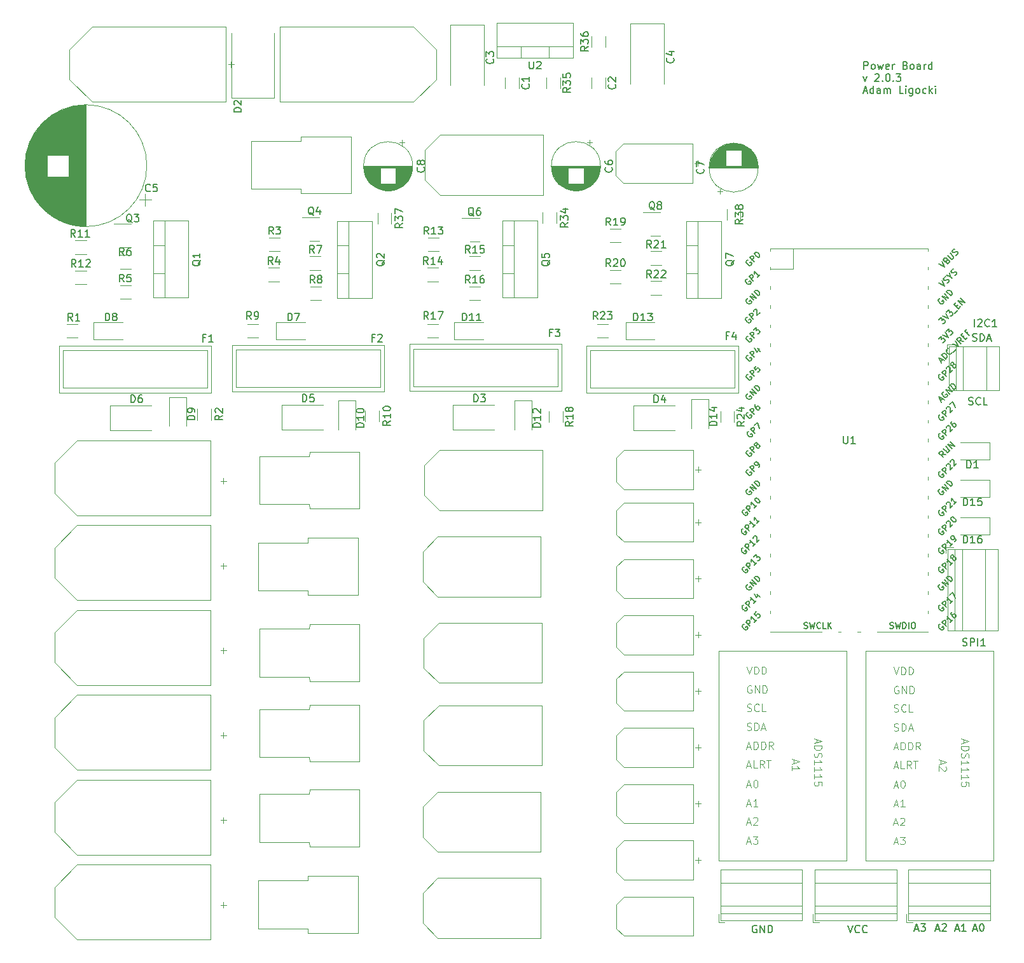
<source format=gbr>
%TF.GenerationSoftware,KiCad,Pcbnew,8.0.5*%
%TF.CreationDate,2024-11-01T15:38:32+01:00*%
%TF.ProjectId,PowerBoard,506f7765-7242-46f6-9172-642e6b696361,rev?*%
%TF.SameCoordinates,Original*%
%TF.FileFunction,Legend,Top*%
%TF.FilePolarity,Positive*%
%FSLAX46Y46*%
G04 Gerber Fmt 4.6, Leading zero omitted, Abs format (unit mm)*
G04 Created by KiCad (PCBNEW 8.0.5) date 2024-11-01 15:38:32*
%MOMM*%
%LPD*%
G01*
G04 APERTURE LIST*
%ADD10C,0.150000*%
%ADD11C,0.100000*%
%ADD12C,0.120000*%
G04 APERTURE END LIST*
D10*
X206289160Y-83322200D02*
X206432017Y-83369819D01*
X206432017Y-83369819D02*
X206670112Y-83369819D01*
X206670112Y-83369819D02*
X206765350Y-83322200D01*
X206765350Y-83322200D02*
X206812969Y-83274580D01*
X206812969Y-83274580D02*
X206860588Y-83179342D01*
X206860588Y-83179342D02*
X206860588Y-83084104D01*
X206860588Y-83084104D02*
X206812969Y-82988866D01*
X206812969Y-82988866D02*
X206765350Y-82941247D01*
X206765350Y-82941247D02*
X206670112Y-82893628D01*
X206670112Y-82893628D02*
X206479636Y-82846009D01*
X206479636Y-82846009D02*
X206384398Y-82798390D01*
X206384398Y-82798390D02*
X206336779Y-82750771D01*
X206336779Y-82750771D02*
X206289160Y-82655533D01*
X206289160Y-82655533D02*
X206289160Y-82560295D01*
X206289160Y-82560295D02*
X206336779Y-82465057D01*
X206336779Y-82465057D02*
X206384398Y-82417438D01*
X206384398Y-82417438D02*
X206479636Y-82369819D01*
X206479636Y-82369819D02*
X206717731Y-82369819D01*
X206717731Y-82369819D02*
X206860588Y-82417438D01*
X207860588Y-83274580D02*
X207812969Y-83322200D01*
X207812969Y-83322200D02*
X207670112Y-83369819D01*
X207670112Y-83369819D02*
X207574874Y-83369819D01*
X207574874Y-83369819D02*
X207432017Y-83322200D01*
X207432017Y-83322200D02*
X207336779Y-83226961D01*
X207336779Y-83226961D02*
X207289160Y-83131723D01*
X207289160Y-83131723D02*
X207241541Y-82941247D01*
X207241541Y-82941247D02*
X207241541Y-82798390D01*
X207241541Y-82798390D02*
X207289160Y-82607914D01*
X207289160Y-82607914D02*
X207336779Y-82512676D01*
X207336779Y-82512676D02*
X207432017Y-82417438D01*
X207432017Y-82417438D02*
X207574874Y-82369819D01*
X207574874Y-82369819D02*
X207670112Y-82369819D01*
X207670112Y-82369819D02*
X207812969Y-82417438D01*
X207812969Y-82417438D02*
X207860588Y-82465057D01*
X208765350Y-83369819D02*
X208289160Y-83369819D01*
X208289160Y-83369819D02*
X208289160Y-82369819D01*
X206789160Y-74822200D02*
X206932017Y-74869819D01*
X206932017Y-74869819D02*
X207170112Y-74869819D01*
X207170112Y-74869819D02*
X207265350Y-74822200D01*
X207265350Y-74822200D02*
X207312969Y-74774580D01*
X207312969Y-74774580D02*
X207360588Y-74679342D01*
X207360588Y-74679342D02*
X207360588Y-74584104D01*
X207360588Y-74584104D02*
X207312969Y-74488866D01*
X207312969Y-74488866D02*
X207265350Y-74441247D01*
X207265350Y-74441247D02*
X207170112Y-74393628D01*
X207170112Y-74393628D02*
X206979636Y-74346009D01*
X206979636Y-74346009D02*
X206884398Y-74298390D01*
X206884398Y-74298390D02*
X206836779Y-74250771D01*
X206836779Y-74250771D02*
X206789160Y-74155533D01*
X206789160Y-74155533D02*
X206789160Y-74060295D01*
X206789160Y-74060295D02*
X206836779Y-73965057D01*
X206836779Y-73965057D02*
X206884398Y-73917438D01*
X206884398Y-73917438D02*
X206979636Y-73869819D01*
X206979636Y-73869819D02*
X207217731Y-73869819D01*
X207217731Y-73869819D02*
X207360588Y-73917438D01*
X207789160Y-74869819D02*
X207789160Y-73869819D01*
X207789160Y-73869819D02*
X208027255Y-73869819D01*
X208027255Y-73869819D02*
X208170112Y-73917438D01*
X208170112Y-73917438D02*
X208265350Y-74012676D01*
X208265350Y-74012676D02*
X208312969Y-74107914D01*
X208312969Y-74107914D02*
X208360588Y-74298390D01*
X208360588Y-74298390D02*
X208360588Y-74441247D01*
X208360588Y-74441247D02*
X208312969Y-74631723D01*
X208312969Y-74631723D02*
X208265350Y-74726961D01*
X208265350Y-74726961D02*
X208170112Y-74822200D01*
X208170112Y-74822200D02*
X208027255Y-74869819D01*
X208027255Y-74869819D02*
X207789160Y-74869819D01*
X208741541Y-74584104D02*
X209217731Y-74584104D01*
X208646303Y-74869819D02*
X208979636Y-73869819D01*
X208979636Y-73869819D02*
X209312969Y-74869819D01*
X199089160Y-153184104D02*
X199565350Y-153184104D01*
X198993922Y-153469819D02*
X199327255Y-152469819D01*
X199327255Y-152469819D02*
X199660588Y-153469819D01*
X199898684Y-152469819D02*
X200517731Y-152469819D01*
X200517731Y-152469819D02*
X200184398Y-152850771D01*
X200184398Y-152850771D02*
X200327255Y-152850771D01*
X200327255Y-152850771D02*
X200422493Y-152898390D01*
X200422493Y-152898390D02*
X200470112Y-152946009D01*
X200470112Y-152946009D02*
X200517731Y-153041247D01*
X200517731Y-153041247D02*
X200517731Y-153279342D01*
X200517731Y-153279342D02*
X200470112Y-153374580D01*
X200470112Y-153374580D02*
X200422493Y-153422200D01*
X200422493Y-153422200D02*
X200327255Y-153469819D01*
X200327255Y-153469819D02*
X200041541Y-153469819D01*
X200041541Y-153469819D02*
X199946303Y-153422200D01*
X199946303Y-153422200D02*
X199898684Y-153374580D01*
X206889160Y-153184104D02*
X207365350Y-153184104D01*
X206793922Y-153469819D02*
X207127255Y-152469819D01*
X207127255Y-152469819D02*
X207460588Y-153469819D01*
X207984398Y-152469819D02*
X208079636Y-152469819D01*
X208079636Y-152469819D02*
X208174874Y-152517438D01*
X208174874Y-152517438D02*
X208222493Y-152565057D01*
X208222493Y-152565057D02*
X208270112Y-152660295D01*
X208270112Y-152660295D02*
X208317731Y-152850771D01*
X208317731Y-152850771D02*
X208317731Y-153088866D01*
X208317731Y-153088866D02*
X208270112Y-153279342D01*
X208270112Y-153279342D02*
X208222493Y-153374580D01*
X208222493Y-153374580D02*
X208174874Y-153422200D01*
X208174874Y-153422200D02*
X208079636Y-153469819D01*
X208079636Y-153469819D02*
X207984398Y-153469819D01*
X207984398Y-153469819D02*
X207889160Y-153422200D01*
X207889160Y-153422200D02*
X207841541Y-153374580D01*
X207841541Y-153374580D02*
X207793922Y-153279342D01*
X207793922Y-153279342D02*
X207746303Y-153088866D01*
X207746303Y-153088866D02*
X207746303Y-152850771D01*
X207746303Y-152850771D02*
X207793922Y-152660295D01*
X207793922Y-152660295D02*
X207841541Y-152565057D01*
X207841541Y-152565057D02*
X207889160Y-152517438D01*
X207889160Y-152517438D02*
X207984398Y-152469819D01*
X190193922Y-152669819D02*
X190527255Y-153669819D01*
X190527255Y-153669819D02*
X190860588Y-152669819D01*
X191765350Y-153574580D02*
X191717731Y-153622200D01*
X191717731Y-153622200D02*
X191574874Y-153669819D01*
X191574874Y-153669819D02*
X191479636Y-153669819D01*
X191479636Y-153669819D02*
X191336779Y-153622200D01*
X191336779Y-153622200D02*
X191241541Y-153526961D01*
X191241541Y-153526961D02*
X191193922Y-153431723D01*
X191193922Y-153431723D02*
X191146303Y-153241247D01*
X191146303Y-153241247D02*
X191146303Y-153098390D01*
X191146303Y-153098390D02*
X191193922Y-152907914D01*
X191193922Y-152907914D02*
X191241541Y-152812676D01*
X191241541Y-152812676D02*
X191336779Y-152717438D01*
X191336779Y-152717438D02*
X191479636Y-152669819D01*
X191479636Y-152669819D02*
X191574874Y-152669819D01*
X191574874Y-152669819D02*
X191717731Y-152717438D01*
X191717731Y-152717438D02*
X191765350Y-152765057D01*
X192765350Y-153574580D02*
X192717731Y-153622200D01*
X192717731Y-153622200D02*
X192574874Y-153669819D01*
X192574874Y-153669819D02*
X192479636Y-153669819D01*
X192479636Y-153669819D02*
X192336779Y-153622200D01*
X192336779Y-153622200D02*
X192241541Y-153526961D01*
X192241541Y-153526961D02*
X192193922Y-153431723D01*
X192193922Y-153431723D02*
X192146303Y-153241247D01*
X192146303Y-153241247D02*
X192146303Y-153098390D01*
X192146303Y-153098390D02*
X192193922Y-152907914D01*
X192193922Y-152907914D02*
X192241541Y-152812676D01*
X192241541Y-152812676D02*
X192336779Y-152717438D01*
X192336779Y-152717438D02*
X192479636Y-152669819D01*
X192479636Y-152669819D02*
X192574874Y-152669819D01*
X192574874Y-152669819D02*
X192717731Y-152717438D01*
X192717731Y-152717438D02*
X192765350Y-152765057D01*
X192336779Y-38649931D02*
X192336779Y-37649931D01*
X192336779Y-37649931D02*
X192717731Y-37649931D01*
X192717731Y-37649931D02*
X192812969Y-37697550D01*
X192812969Y-37697550D02*
X192860588Y-37745169D01*
X192860588Y-37745169D02*
X192908207Y-37840407D01*
X192908207Y-37840407D02*
X192908207Y-37983264D01*
X192908207Y-37983264D02*
X192860588Y-38078502D01*
X192860588Y-38078502D02*
X192812969Y-38126121D01*
X192812969Y-38126121D02*
X192717731Y-38173740D01*
X192717731Y-38173740D02*
X192336779Y-38173740D01*
X193479636Y-38649931D02*
X193384398Y-38602312D01*
X193384398Y-38602312D02*
X193336779Y-38554692D01*
X193336779Y-38554692D02*
X193289160Y-38459454D01*
X193289160Y-38459454D02*
X193289160Y-38173740D01*
X193289160Y-38173740D02*
X193336779Y-38078502D01*
X193336779Y-38078502D02*
X193384398Y-38030883D01*
X193384398Y-38030883D02*
X193479636Y-37983264D01*
X193479636Y-37983264D02*
X193622493Y-37983264D01*
X193622493Y-37983264D02*
X193717731Y-38030883D01*
X193717731Y-38030883D02*
X193765350Y-38078502D01*
X193765350Y-38078502D02*
X193812969Y-38173740D01*
X193812969Y-38173740D02*
X193812969Y-38459454D01*
X193812969Y-38459454D02*
X193765350Y-38554692D01*
X193765350Y-38554692D02*
X193717731Y-38602312D01*
X193717731Y-38602312D02*
X193622493Y-38649931D01*
X193622493Y-38649931D02*
X193479636Y-38649931D01*
X194146303Y-37983264D02*
X194336779Y-38649931D01*
X194336779Y-38649931D02*
X194527255Y-38173740D01*
X194527255Y-38173740D02*
X194717731Y-38649931D01*
X194717731Y-38649931D02*
X194908207Y-37983264D01*
X195670112Y-38602312D02*
X195574874Y-38649931D01*
X195574874Y-38649931D02*
X195384398Y-38649931D01*
X195384398Y-38649931D02*
X195289160Y-38602312D01*
X195289160Y-38602312D02*
X195241541Y-38507073D01*
X195241541Y-38507073D02*
X195241541Y-38126121D01*
X195241541Y-38126121D02*
X195289160Y-38030883D01*
X195289160Y-38030883D02*
X195384398Y-37983264D01*
X195384398Y-37983264D02*
X195574874Y-37983264D01*
X195574874Y-37983264D02*
X195670112Y-38030883D01*
X195670112Y-38030883D02*
X195717731Y-38126121D01*
X195717731Y-38126121D02*
X195717731Y-38221359D01*
X195717731Y-38221359D02*
X195241541Y-38316597D01*
X196146303Y-38649931D02*
X196146303Y-37983264D01*
X196146303Y-38173740D02*
X196193922Y-38078502D01*
X196193922Y-38078502D02*
X196241541Y-38030883D01*
X196241541Y-38030883D02*
X196336779Y-37983264D01*
X196336779Y-37983264D02*
X196432017Y-37983264D01*
X197860589Y-38126121D02*
X198003446Y-38173740D01*
X198003446Y-38173740D02*
X198051065Y-38221359D01*
X198051065Y-38221359D02*
X198098684Y-38316597D01*
X198098684Y-38316597D02*
X198098684Y-38459454D01*
X198098684Y-38459454D02*
X198051065Y-38554692D01*
X198051065Y-38554692D02*
X198003446Y-38602312D01*
X198003446Y-38602312D02*
X197908208Y-38649931D01*
X197908208Y-38649931D02*
X197527256Y-38649931D01*
X197527256Y-38649931D02*
X197527256Y-37649931D01*
X197527256Y-37649931D02*
X197860589Y-37649931D01*
X197860589Y-37649931D02*
X197955827Y-37697550D01*
X197955827Y-37697550D02*
X198003446Y-37745169D01*
X198003446Y-37745169D02*
X198051065Y-37840407D01*
X198051065Y-37840407D02*
X198051065Y-37935645D01*
X198051065Y-37935645D02*
X198003446Y-38030883D01*
X198003446Y-38030883D02*
X197955827Y-38078502D01*
X197955827Y-38078502D02*
X197860589Y-38126121D01*
X197860589Y-38126121D02*
X197527256Y-38126121D01*
X198670113Y-38649931D02*
X198574875Y-38602312D01*
X198574875Y-38602312D02*
X198527256Y-38554692D01*
X198527256Y-38554692D02*
X198479637Y-38459454D01*
X198479637Y-38459454D02*
X198479637Y-38173740D01*
X198479637Y-38173740D02*
X198527256Y-38078502D01*
X198527256Y-38078502D02*
X198574875Y-38030883D01*
X198574875Y-38030883D02*
X198670113Y-37983264D01*
X198670113Y-37983264D02*
X198812970Y-37983264D01*
X198812970Y-37983264D02*
X198908208Y-38030883D01*
X198908208Y-38030883D02*
X198955827Y-38078502D01*
X198955827Y-38078502D02*
X199003446Y-38173740D01*
X199003446Y-38173740D02*
X199003446Y-38459454D01*
X199003446Y-38459454D02*
X198955827Y-38554692D01*
X198955827Y-38554692D02*
X198908208Y-38602312D01*
X198908208Y-38602312D02*
X198812970Y-38649931D01*
X198812970Y-38649931D02*
X198670113Y-38649931D01*
X199860589Y-38649931D02*
X199860589Y-38126121D01*
X199860589Y-38126121D02*
X199812970Y-38030883D01*
X199812970Y-38030883D02*
X199717732Y-37983264D01*
X199717732Y-37983264D02*
X199527256Y-37983264D01*
X199527256Y-37983264D02*
X199432018Y-38030883D01*
X199860589Y-38602312D02*
X199765351Y-38649931D01*
X199765351Y-38649931D02*
X199527256Y-38649931D01*
X199527256Y-38649931D02*
X199432018Y-38602312D01*
X199432018Y-38602312D02*
X199384399Y-38507073D01*
X199384399Y-38507073D02*
X199384399Y-38411835D01*
X199384399Y-38411835D02*
X199432018Y-38316597D01*
X199432018Y-38316597D02*
X199527256Y-38268978D01*
X199527256Y-38268978D02*
X199765351Y-38268978D01*
X199765351Y-38268978D02*
X199860589Y-38221359D01*
X200336780Y-38649931D02*
X200336780Y-37983264D01*
X200336780Y-38173740D02*
X200384399Y-38078502D01*
X200384399Y-38078502D02*
X200432018Y-38030883D01*
X200432018Y-38030883D02*
X200527256Y-37983264D01*
X200527256Y-37983264D02*
X200622494Y-37983264D01*
X201384399Y-38649931D02*
X201384399Y-37649931D01*
X201384399Y-38602312D02*
X201289161Y-38649931D01*
X201289161Y-38649931D02*
X201098685Y-38649931D01*
X201098685Y-38649931D02*
X201003447Y-38602312D01*
X201003447Y-38602312D02*
X200955828Y-38554692D01*
X200955828Y-38554692D02*
X200908209Y-38459454D01*
X200908209Y-38459454D02*
X200908209Y-38173740D01*
X200908209Y-38173740D02*
X200955828Y-38078502D01*
X200955828Y-38078502D02*
X201003447Y-38030883D01*
X201003447Y-38030883D02*
X201098685Y-37983264D01*
X201098685Y-37983264D02*
X201289161Y-37983264D01*
X201289161Y-37983264D02*
X201384399Y-38030883D01*
X192241541Y-39593208D02*
X192479636Y-40259875D01*
X192479636Y-40259875D02*
X192717731Y-39593208D01*
X193812970Y-39355113D02*
X193860589Y-39307494D01*
X193860589Y-39307494D02*
X193955827Y-39259875D01*
X193955827Y-39259875D02*
X194193922Y-39259875D01*
X194193922Y-39259875D02*
X194289160Y-39307494D01*
X194289160Y-39307494D02*
X194336779Y-39355113D01*
X194336779Y-39355113D02*
X194384398Y-39450351D01*
X194384398Y-39450351D02*
X194384398Y-39545589D01*
X194384398Y-39545589D02*
X194336779Y-39688446D01*
X194336779Y-39688446D02*
X193765351Y-40259875D01*
X193765351Y-40259875D02*
X194384398Y-40259875D01*
X194812970Y-40164636D02*
X194860589Y-40212256D01*
X194860589Y-40212256D02*
X194812970Y-40259875D01*
X194812970Y-40259875D02*
X194765351Y-40212256D01*
X194765351Y-40212256D02*
X194812970Y-40164636D01*
X194812970Y-40164636D02*
X194812970Y-40259875D01*
X195479636Y-39259875D02*
X195574874Y-39259875D01*
X195574874Y-39259875D02*
X195670112Y-39307494D01*
X195670112Y-39307494D02*
X195717731Y-39355113D01*
X195717731Y-39355113D02*
X195765350Y-39450351D01*
X195765350Y-39450351D02*
X195812969Y-39640827D01*
X195812969Y-39640827D02*
X195812969Y-39878922D01*
X195812969Y-39878922D02*
X195765350Y-40069398D01*
X195765350Y-40069398D02*
X195717731Y-40164636D01*
X195717731Y-40164636D02*
X195670112Y-40212256D01*
X195670112Y-40212256D02*
X195574874Y-40259875D01*
X195574874Y-40259875D02*
X195479636Y-40259875D01*
X195479636Y-40259875D02*
X195384398Y-40212256D01*
X195384398Y-40212256D02*
X195336779Y-40164636D01*
X195336779Y-40164636D02*
X195289160Y-40069398D01*
X195289160Y-40069398D02*
X195241541Y-39878922D01*
X195241541Y-39878922D02*
X195241541Y-39640827D01*
X195241541Y-39640827D02*
X195289160Y-39450351D01*
X195289160Y-39450351D02*
X195336779Y-39355113D01*
X195336779Y-39355113D02*
X195384398Y-39307494D01*
X195384398Y-39307494D02*
X195479636Y-39259875D01*
X196241541Y-40164636D02*
X196289160Y-40212256D01*
X196289160Y-40212256D02*
X196241541Y-40259875D01*
X196241541Y-40259875D02*
X196193922Y-40212256D01*
X196193922Y-40212256D02*
X196241541Y-40164636D01*
X196241541Y-40164636D02*
X196241541Y-40259875D01*
X196622493Y-39259875D02*
X197241540Y-39259875D01*
X197241540Y-39259875D02*
X196908207Y-39640827D01*
X196908207Y-39640827D02*
X197051064Y-39640827D01*
X197051064Y-39640827D02*
X197146302Y-39688446D01*
X197146302Y-39688446D02*
X197193921Y-39736065D01*
X197193921Y-39736065D02*
X197241540Y-39831303D01*
X197241540Y-39831303D02*
X197241540Y-40069398D01*
X197241540Y-40069398D02*
X197193921Y-40164636D01*
X197193921Y-40164636D02*
X197146302Y-40212256D01*
X197146302Y-40212256D02*
X197051064Y-40259875D01*
X197051064Y-40259875D02*
X196765350Y-40259875D01*
X196765350Y-40259875D02*
X196670112Y-40212256D01*
X196670112Y-40212256D02*
X196622493Y-40164636D01*
X192289160Y-41584104D02*
X192765350Y-41584104D01*
X192193922Y-41869819D02*
X192527255Y-40869819D01*
X192527255Y-40869819D02*
X192860588Y-41869819D01*
X193622493Y-41869819D02*
X193622493Y-40869819D01*
X193622493Y-41822200D02*
X193527255Y-41869819D01*
X193527255Y-41869819D02*
X193336779Y-41869819D01*
X193336779Y-41869819D02*
X193241541Y-41822200D01*
X193241541Y-41822200D02*
X193193922Y-41774580D01*
X193193922Y-41774580D02*
X193146303Y-41679342D01*
X193146303Y-41679342D02*
X193146303Y-41393628D01*
X193146303Y-41393628D02*
X193193922Y-41298390D01*
X193193922Y-41298390D02*
X193241541Y-41250771D01*
X193241541Y-41250771D02*
X193336779Y-41203152D01*
X193336779Y-41203152D02*
X193527255Y-41203152D01*
X193527255Y-41203152D02*
X193622493Y-41250771D01*
X194527255Y-41869819D02*
X194527255Y-41346009D01*
X194527255Y-41346009D02*
X194479636Y-41250771D01*
X194479636Y-41250771D02*
X194384398Y-41203152D01*
X194384398Y-41203152D02*
X194193922Y-41203152D01*
X194193922Y-41203152D02*
X194098684Y-41250771D01*
X194527255Y-41822200D02*
X194432017Y-41869819D01*
X194432017Y-41869819D02*
X194193922Y-41869819D01*
X194193922Y-41869819D02*
X194098684Y-41822200D01*
X194098684Y-41822200D02*
X194051065Y-41726961D01*
X194051065Y-41726961D02*
X194051065Y-41631723D01*
X194051065Y-41631723D02*
X194098684Y-41536485D01*
X194098684Y-41536485D02*
X194193922Y-41488866D01*
X194193922Y-41488866D02*
X194432017Y-41488866D01*
X194432017Y-41488866D02*
X194527255Y-41441247D01*
X195003446Y-41869819D02*
X195003446Y-41203152D01*
X195003446Y-41298390D02*
X195051065Y-41250771D01*
X195051065Y-41250771D02*
X195146303Y-41203152D01*
X195146303Y-41203152D02*
X195289160Y-41203152D01*
X195289160Y-41203152D02*
X195384398Y-41250771D01*
X195384398Y-41250771D02*
X195432017Y-41346009D01*
X195432017Y-41346009D02*
X195432017Y-41869819D01*
X195432017Y-41346009D02*
X195479636Y-41250771D01*
X195479636Y-41250771D02*
X195574874Y-41203152D01*
X195574874Y-41203152D02*
X195717731Y-41203152D01*
X195717731Y-41203152D02*
X195812970Y-41250771D01*
X195812970Y-41250771D02*
X195860589Y-41346009D01*
X195860589Y-41346009D02*
X195860589Y-41869819D01*
X197574874Y-41869819D02*
X197098684Y-41869819D01*
X197098684Y-41869819D02*
X197098684Y-40869819D01*
X197908208Y-41869819D02*
X197908208Y-41203152D01*
X197908208Y-40869819D02*
X197860589Y-40917438D01*
X197860589Y-40917438D02*
X197908208Y-40965057D01*
X197908208Y-40965057D02*
X197955827Y-40917438D01*
X197955827Y-40917438D02*
X197908208Y-40869819D01*
X197908208Y-40869819D02*
X197908208Y-40965057D01*
X198812969Y-41203152D02*
X198812969Y-42012676D01*
X198812969Y-42012676D02*
X198765350Y-42107914D01*
X198765350Y-42107914D02*
X198717731Y-42155533D01*
X198717731Y-42155533D02*
X198622493Y-42203152D01*
X198622493Y-42203152D02*
X198479636Y-42203152D01*
X198479636Y-42203152D02*
X198384398Y-42155533D01*
X198812969Y-41822200D02*
X198717731Y-41869819D01*
X198717731Y-41869819D02*
X198527255Y-41869819D01*
X198527255Y-41869819D02*
X198432017Y-41822200D01*
X198432017Y-41822200D02*
X198384398Y-41774580D01*
X198384398Y-41774580D02*
X198336779Y-41679342D01*
X198336779Y-41679342D02*
X198336779Y-41393628D01*
X198336779Y-41393628D02*
X198384398Y-41298390D01*
X198384398Y-41298390D02*
X198432017Y-41250771D01*
X198432017Y-41250771D02*
X198527255Y-41203152D01*
X198527255Y-41203152D02*
X198717731Y-41203152D01*
X198717731Y-41203152D02*
X198812969Y-41250771D01*
X199432017Y-41869819D02*
X199336779Y-41822200D01*
X199336779Y-41822200D02*
X199289160Y-41774580D01*
X199289160Y-41774580D02*
X199241541Y-41679342D01*
X199241541Y-41679342D02*
X199241541Y-41393628D01*
X199241541Y-41393628D02*
X199289160Y-41298390D01*
X199289160Y-41298390D02*
X199336779Y-41250771D01*
X199336779Y-41250771D02*
X199432017Y-41203152D01*
X199432017Y-41203152D02*
X199574874Y-41203152D01*
X199574874Y-41203152D02*
X199670112Y-41250771D01*
X199670112Y-41250771D02*
X199717731Y-41298390D01*
X199717731Y-41298390D02*
X199765350Y-41393628D01*
X199765350Y-41393628D02*
X199765350Y-41679342D01*
X199765350Y-41679342D02*
X199717731Y-41774580D01*
X199717731Y-41774580D02*
X199670112Y-41822200D01*
X199670112Y-41822200D02*
X199574874Y-41869819D01*
X199574874Y-41869819D02*
X199432017Y-41869819D01*
X200622493Y-41822200D02*
X200527255Y-41869819D01*
X200527255Y-41869819D02*
X200336779Y-41869819D01*
X200336779Y-41869819D02*
X200241541Y-41822200D01*
X200241541Y-41822200D02*
X200193922Y-41774580D01*
X200193922Y-41774580D02*
X200146303Y-41679342D01*
X200146303Y-41679342D02*
X200146303Y-41393628D01*
X200146303Y-41393628D02*
X200193922Y-41298390D01*
X200193922Y-41298390D02*
X200241541Y-41250771D01*
X200241541Y-41250771D02*
X200336779Y-41203152D01*
X200336779Y-41203152D02*
X200527255Y-41203152D01*
X200527255Y-41203152D02*
X200622493Y-41250771D01*
X201051065Y-41869819D02*
X201051065Y-40869819D01*
X201146303Y-41488866D02*
X201432017Y-41869819D01*
X201432017Y-41203152D02*
X201051065Y-41584104D01*
X201860589Y-41869819D02*
X201860589Y-41203152D01*
X201860589Y-40869819D02*
X201812970Y-40917438D01*
X201812970Y-40917438D02*
X201860589Y-40965057D01*
X201860589Y-40965057D02*
X201908208Y-40917438D01*
X201908208Y-40917438D02*
X201860589Y-40869819D01*
X201860589Y-40869819D02*
X201860589Y-40965057D01*
X178060588Y-152717438D02*
X177965350Y-152669819D01*
X177965350Y-152669819D02*
X177822493Y-152669819D01*
X177822493Y-152669819D02*
X177679636Y-152717438D01*
X177679636Y-152717438D02*
X177584398Y-152812676D01*
X177584398Y-152812676D02*
X177536779Y-152907914D01*
X177536779Y-152907914D02*
X177489160Y-153098390D01*
X177489160Y-153098390D02*
X177489160Y-153241247D01*
X177489160Y-153241247D02*
X177536779Y-153431723D01*
X177536779Y-153431723D02*
X177584398Y-153526961D01*
X177584398Y-153526961D02*
X177679636Y-153622200D01*
X177679636Y-153622200D02*
X177822493Y-153669819D01*
X177822493Y-153669819D02*
X177917731Y-153669819D01*
X177917731Y-153669819D02*
X178060588Y-153622200D01*
X178060588Y-153622200D02*
X178108207Y-153574580D01*
X178108207Y-153574580D02*
X178108207Y-153241247D01*
X178108207Y-153241247D02*
X177917731Y-153241247D01*
X178536779Y-153669819D02*
X178536779Y-152669819D01*
X178536779Y-152669819D02*
X179108207Y-153669819D01*
X179108207Y-153669819D02*
X179108207Y-152669819D01*
X179584398Y-153669819D02*
X179584398Y-152669819D01*
X179584398Y-152669819D02*
X179822493Y-152669819D01*
X179822493Y-152669819D02*
X179965350Y-152717438D01*
X179965350Y-152717438D02*
X180060588Y-152812676D01*
X180060588Y-152812676D02*
X180108207Y-152907914D01*
X180108207Y-152907914D02*
X180155826Y-153098390D01*
X180155826Y-153098390D02*
X180155826Y-153241247D01*
X180155826Y-153241247D02*
X180108207Y-153431723D01*
X180108207Y-153431723D02*
X180060588Y-153526961D01*
X180060588Y-153526961D02*
X179965350Y-153622200D01*
X179965350Y-153622200D02*
X179822493Y-153669819D01*
X179822493Y-153669819D02*
X179584398Y-153669819D01*
X201889160Y-153184104D02*
X202365350Y-153184104D01*
X201793922Y-153469819D02*
X202127255Y-152469819D01*
X202127255Y-152469819D02*
X202460588Y-153469819D01*
X202746303Y-152565057D02*
X202793922Y-152517438D01*
X202793922Y-152517438D02*
X202889160Y-152469819D01*
X202889160Y-152469819D02*
X203127255Y-152469819D01*
X203127255Y-152469819D02*
X203222493Y-152517438D01*
X203222493Y-152517438D02*
X203270112Y-152565057D01*
X203270112Y-152565057D02*
X203317731Y-152660295D01*
X203317731Y-152660295D02*
X203317731Y-152755533D01*
X203317731Y-152755533D02*
X203270112Y-152898390D01*
X203270112Y-152898390D02*
X202698684Y-153469819D01*
X202698684Y-153469819D02*
X203317731Y-153469819D01*
X204489160Y-153184104D02*
X204965350Y-153184104D01*
X204393922Y-153469819D02*
X204727255Y-152469819D01*
X204727255Y-152469819D02*
X205060588Y-153469819D01*
X205917731Y-153469819D02*
X205346303Y-153469819D01*
X205632017Y-153469819D02*
X205632017Y-152469819D01*
X205632017Y-152469819D02*
X205536779Y-152612676D01*
X205536779Y-152612676D02*
X205441541Y-152707914D01*
X205441541Y-152707914D02*
X205346303Y-152755533D01*
X205500000Y-115407200D02*
X205642857Y-115454819D01*
X205642857Y-115454819D02*
X205880952Y-115454819D01*
X205880952Y-115454819D02*
X205976190Y-115407200D01*
X205976190Y-115407200D02*
X206023809Y-115359580D01*
X206023809Y-115359580D02*
X206071428Y-115264342D01*
X206071428Y-115264342D02*
X206071428Y-115169104D01*
X206071428Y-115169104D02*
X206023809Y-115073866D01*
X206023809Y-115073866D02*
X205976190Y-115026247D01*
X205976190Y-115026247D02*
X205880952Y-114978628D01*
X205880952Y-114978628D02*
X205690476Y-114931009D01*
X205690476Y-114931009D02*
X205595238Y-114883390D01*
X205595238Y-114883390D02*
X205547619Y-114835771D01*
X205547619Y-114835771D02*
X205500000Y-114740533D01*
X205500000Y-114740533D02*
X205500000Y-114645295D01*
X205500000Y-114645295D02*
X205547619Y-114550057D01*
X205547619Y-114550057D02*
X205595238Y-114502438D01*
X205595238Y-114502438D02*
X205690476Y-114454819D01*
X205690476Y-114454819D02*
X205928571Y-114454819D01*
X205928571Y-114454819D02*
X206071428Y-114502438D01*
X206500000Y-115454819D02*
X206500000Y-114454819D01*
X206500000Y-114454819D02*
X206880952Y-114454819D01*
X206880952Y-114454819D02*
X206976190Y-114502438D01*
X206976190Y-114502438D02*
X207023809Y-114550057D01*
X207023809Y-114550057D02*
X207071428Y-114645295D01*
X207071428Y-114645295D02*
X207071428Y-114788152D01*
X207071428Y-114788152D02*
X207023809Y-114883390D01*
X207023809Y-114883390D02*
X206976190Y-114931009D01*
X206976190Y-114931009D02*
X206880952Y-114978628D01*
X206880952Y-114978628D02*
X206500000Y-114978628D01*
X207500000Y-115454819D02*
X207500000Y-114454819D01*
X208499999Y-115454819D02*
X207928571Y-115454819D01*
X208214285Y-115454819D02*
X208214285Y-114454819D01*
X208214285Y-114454819D02*
X208119047Y-114597676D01*
X208119047Y-114597676D02*
X208023809Y-114692914D01*
X208023809Y-114692914D02*
X207928571Y-114740533D01*
X207047619Y-72954819D02*
X207047619Y-71954819D01*
X207476190Y-72050057D02*
X207523809Y-72002438D01*
X207523809Y-72002438D02*
X207619047Y-71954819D01*
X207619047Y-71954819D02*
X207857142Y-71954819D01*
X207857142Y-71954819D02*
X207952380Y-72002438D01*
X207952380Y-72002438D02*
X207999999Y-72050057D01*
X207999999Y-72050057D02*
X208047618Y-72145295D01*
X208047618Y-72145295D02*
X208047618Y-72240533D01*
X208047618Y-72240533D02*
X207999999Y-72383390D01*
X207999999Y-72383390D02*
X207428571Y-72954819D01*
X207428571Y-72954819D02*
X208047618Y-72954819D01*
X209047618Y-72859580D02*
X208999999Y-72907200D01*
X208999999Y-72907200D02*
X208857142Y-72954819D01*
X208857142Y-72954819D02*
X208761904Y-72954819D01*
X208761904Y-72954819D02*
X208619047Y-72907200D01*
X208619047Y-72907200D02*
X208523809Y-72811961D01*
X208523809Y-72811961D02*
X208476190Y-72716723D01*
X208476190Y-72716723D02*
X208428571Y-72526247D01*
X208428571Y-72526247D02*
X208428571Y-72383390D01*
X208428571Y-72383390D02*
X208476190Y-72192914D01*
X208476190Y-72192914D02*
X208523809Y-72097676D01*
X208523809Y-72097676D02*
X208619047Y-72002438D01*
X208619047Y-72002438D02*
X208761904Y-71954819D01*
X208761904Y-71954819D02*
X208857142Y-71954819D01*
X208857142Y-71954819D02*
X208999999Y-72002438D01*
X208999999Y-72002438D02*
X209047618Y-72050057D01*
X209999999Y-72954819D02*
X209428571Y-72954819D01*
X209714285Y-72954819D02*
X209714285Y-71954819D01*
X209714285Y-71954819D02*
X209619047Y-72097676D01*
X209619047Y-72097676D02*
X209523809Y-72192914D01*
X209523809Y-72192914D02*
X209428571Y-72240533D01*
X87444642Y-65009819D02*
X87111309Y-64533628D01*
X86873214Y-65009819D02*
X86873214Y-64009819D01*
X86873214Y-64009819D02*
X87254166Y-64009819D01*
X87254166Y-64009819D02*
X87349404Y-64057438D01*
X87349404Y-64057438D02*
X87397023Y-64105057D01*
X87397023Y-64105057D02*
X87444642Y-64200295D01*
X87444642Y-64200295D02*
X87444642Y-64343152D01*
X87444642Y-64343152D02*
X87397023Y-64438390D01*
X87397023Y-64438390D02*
X87349404Y-64486009D01*
X87349404Y-64486009D02*
X87254166Y-64533628D01*
X87254166Y-64533628D02*
X86873214Y-64533628D01*
X88397023Y-65009819D02*
X87825595Y-65009819D01*
X88111309Y-65009819D02*
X88111309Y-64009819D01*
X88111309Y-64009819D02*
X88016071Y-64152676D01*
X88016071Y-64152676D02*
X87920833Y-64247914D01*
X87920833Y-64247914D02*
X87825595Y-64295533D01*
X88777976Y-64105057D02*
X88825595Y-64057438D01*
X88825595Y-64057438D02*
X88920833Y-64009819D01*
X88920833Y-64009819D02*
X89158928Y-64009819D01*
X89158928Y-64009819D02*
X89254166Y-64057438D01*
X89254166Y-64057438D02*
X89301785Y-64105057D01*
X89301785Y-64105057D02*
X89349404Y-64200295D01*
X89349404Y-64200295D02*
X89349404Y-64295533D01*
X89349404Y-64295533D02*
X89301785Y-64438390D01*
X89301785Y-64438390D02*
X88730357Y-65009819D01*
X88730357Y-65009819D02*
X89349404Y-65009819D01*
D11*
X106703884Y-93491466D02*
X107465789Y-93491466D01*
X107084836Y-93872419D02*
X107084836Y-93110514D01*
D10*
X176234819Y-58642857D02*
X175758628Y-58976190D01*
X176234819Y-59214285D02*
X175234819Y-59214285D01*
X175234819Y-59214285D02*
X175234819Y-58833333D01*
X175234819Y-58833333D02*
X175282438Y-58738095D01*
X175282438Y-58738095D02*
X175330057Y-58690476D01*
X175330057Y-58690476D02*
X175425295Y-58642857D01*
X175425295Y-58642857D02*
X175568152Y-58642857D01*
X175568152Y-58642857D02*
X175663390Y-58690476D01*
X175663390Y-58690476D02*
X175711009Y-58738095D01*
X175711009Y-58738095D02*
X175758628Y-58833333D01*
X175758628Y-58833333D02*
X175758628Y-59214285D01*
X175234819Y-58309523D02*
X175234819Y-57690476D01*
X175234819Y-57690476D02*
X175615771Y-58023809D01*
X175615771Y-58023809D02*
X175615771Y-57880952D01*
X175615771Y-57880952D02*
X175663390Y-57785714D01*
X175663390Y-57785714D02*
X175711009Y-57738095D01*
X175711009Y-57738095D02*
X175806247Y-57690476D01*
X175806247Y-57690476D02*
X176044342Y-57690476D01*
X176044342Y-57690476D02*
X176139580Y-57738095D01*
X176139580Y-57738095D02*
X176187200Y-57785714D01*
X176187200Y-57785714D02*
X176234819Y-57880952D01*
X176234819Y-57880952D02*
X176234819Y-58166666D01*
X176234819Y-58166666D02*
X176187200Y-58261904D01*
X176187200Y-58261904D02*
X176139580Y-58309523D01*
X175663390Y-57119047D02*
X175615771Y-57214285D01*
X175615771Y-57214285D02*
X175568152Y-57261904D01*
X175568152Y-57261904D02*
X175472914Y-57309523D01*
X175472914Y-57309523D02*
X175425295Y-57309523D01*
X175425295Y-57309523D02*
X175330057Y-57261904D01*
X175330057Y-57261904D02*
X175282438Y-57214285D01*
X175282438Y-57214285D02*
X175234819Y-57119047D01*
X175234819Y-57119047D02*
X175234819Y-56928571D01*
X175234819Y-56928571D02*
X175282438Y-56833333D01*
X175282438Y-56833333D02*
X175330057Y-56785714D01*
X175330057Y-56785714D02*
X175425295Y-56738095D01*
X175425295Y-56738095D02*
X175472914Y-56738095D01*
X175472914Y-56738095D02*
X175568152Y-56785714D01*
X175568152Y-56785714D02*
X175615771Y-56833333D01*
X175615771Y-56833333D02*
X175663390Y-56928571D01*
X175663390Y-56928571D02*
X175663390Y-57119047D01*
X175663390Y-57119047D02*
X175711009Y-57214285D01*
X175711009Y-57214285D02*
X175758628Y-57261904D01*
X175758628Y-57261904D02*
X175853866Y-57309523D01*
X175853866Y-57309523D02*
X176044342Y-57309523D01*
X176044342Y-57309523D02*
X176139580Y-57261904D01*
X176139580Y-57261904D02*
X176187200Y-57214285D01*
X176187200Y-57214285D02*
X176234819Y-57119047D01*
X176234819Y-57119047D02*
X176234819Y-56928571D01*
X176234819Y-56928571D02*
X176187200Y-56833333D01*
X176187200Y-56833333D02*
X176139580Y-56785714D01*
X176139580Y-56785714D02*
X176044342Y-56738095D01*
X176044342Y-56738095D02*
X175853866Y-56738095D01*
X175853866Y-56738095D02*
X175758628Y-56785714D01*
X175758628Y-56785714D02*
X175711009Y-56833333D01*
X175711009Y-56833333D02*
X175663390Y-56928571D01*
D11*
X169903884Y-91991466D02*
X170665789Y-91991466D01*
X170284836Y-92372419D02*
X170284836Y-91610514D01*
D10*
X161685714Y-72134819D02*
X161685714Y-71134819D01*
X161685714Y-71134819D02*
X161923809Y-71134819D01*
X161923809Y-71134819D02*
X162066666Y-71182438D01*
X162066666Y-71182438D02*
X162161904Y-71277676D01*
X162161904Y-71277676D02*
X162209523Y-71372914D01*
X162209523Y-71372914D02*
X162257142Y-71563390D01*
X162257142Y-71563390D02*
X162257142Y-71706247D01*
X162257142Y-71706247D02*
X162209523Y-71896723D01*
X162209523Y-71896723D02*
X162161904Y-71991961D01*
X162161904Y-71991961D02*
X162066666Y-72087200D01*
X162066666Y-72087200D02*
X161923809Y-72134819D01*
X161923809Y-72134819D02*
X161685714Y-72134819D01*
X163209523Y-72134819D02*
X162638095Y-72134819D01*
X162923809Y-72134819D02*
X162923809Y-71134819D01*
X162923809Y-71134819D02*
X162828571Y-71277676D01*
X162828571Y-71277676D02*
X162733333Y-71372914D01*
X162733333Y-71372914D02*
X162638095Y-71420533D01*
X163542857Y-71134819D02*
X164161904Y-71134819D01*
X164161904Y-71134819D02*
X163828571Y-71515771D01*
X163828571Y-71515771D02*
X163971428Y-71515771D01*
X163971428Y-71515771D02*
X164066666Y-71563390D01*
X164066666Y-71563390D02*
X164114285Y-71611009D01*
X164114285Y-71611009D02*
X164161904Y-71706247D01*
X164161904Y-71706247D02*
X164161904Y-71944342D01*
X164161904Y-71944342D02*
X164114285Y-72039580D01*
X164114285Y-72039580D02*
X164066666Y-72087200D01*
X164066666Y-72087200D02*
X163971428Y-72134819D01*
X163971428Y-72134819D02*
X163685714Y-72134819D01*
X163685714Y-72134819D02*
X163590476Y-72087200D01*
X163590476Y-72087200D02*
X163542857Y-72039580D01*
X103274819Y-85338094D02*
X102274819Y-85338094D01*
X102274819Y-85338094D02*
X102274819Y-85099999D01*
X102274819Y-85099999D02*
X102322438Y-84957142D01*
X102322438Y-84957142D02*
X102417676Y-84861904D01*
X102417676Y-84861904D02*
X102512914Y-84814285D01*
X102512914Y-84814285D02*
X102703390Y-84766666D01*
X102703390Y-84766666D02*
X102846247Y-84766666D01*
X102846247Y-84766666D02*
X103036723Y-84814285D01*
X103036723Y-84814285D02*
X103131961Y-84861904D01*
X103131961Y-84861904D02*
X103227200Y-84957142D01*
X103227200Y-84957142D02*
X103274819Y-85099999D01*
X103274819Y-85099999D02*
X103274819Y-85338094D01*
X103274819Y-84290475D02*
X103274819Y-84099999D01*
X103274819Y-84099999D02*
X103227200Y-84004761D01*
X103227200Y-84004761D02*
X103179580Y-83957142D01*
X103179580Y-83957142D02*
X103036723Y-83861904D01*
X103036723Y-83861904D02*
X102846247Y-83814285D01*
X102846247Y-83814285D02*
X102465295Y-83814285D01*
X102465295Y-83814285D02*
X102370057Y-83861904D01*
X102370057Y-83861904D02*
X102322438Y-83909523D01*
X102322438Y-83909523D02*
X102274819Y-84004761D01*
X102274819Y-84004761D02*
X102274819Y-84195237D01*
X102274819Y-84195237D02*
X102322438Y-84290475D01*
X102322438Y-84290475D02*
X102370057Y-84338094D01*
X102370057Y-84338094D02*
X102465295Y-84385713D01*
X102465295Y-84385713D02*
X102703390Y-84385713D01*
X102703390Y-84385713D02*
X102798628Y-84338094D01*
X102798628Y-84338094D02*
X102846247Y-84290475D01*
X102846247Y-84290475D02*
X102893866Y-84195237D01*
X102893866Y-84195237D02*
X102893866Y-84004761D01*
X102893866Y-84004761D02*
X102846247Y-83909523D01*
X102846247Y-83909523D02*
X102798628Y-83861904D01*
X102798628Y-83861904D02*
X102703390Y-83814285D01*
X140417261Y-58200057D02*
X140322023Y-58152438D01*
X140322023Y-58152438D02*
X140226785Y-58057200D01*
X140226785Y-58057200D02*
X140083928Y-57914342D01*
X140083928Y-57914342D02*
X139988690Y-57866723D01*
X139988690Y-57866723D02*
X139893452Y-57866723D01*
X139941071Y-58104819D02*
X139845833Y-58057200D01*
X139845833Y-58057200D02*
X139750595Y-57961961D01*
X139750595Y-57961961D02*
X139702976Y-57771485D01*
X139702976Y-57771485D02*
X139702976Y-57438152D01*
X139702976Y-57438152D02*
X139750595Y-57247676D01*
X139750595Y-57247676D02*
X139845833Y-57152438D01*
X139845833Y-57152438D02*
X139941071Y-57104819D01*
X139941071Y-57104819D02*
X140131547Y-57104819D01*
X140131547Y-57104819D02*
X140226785Y-57152438D01*
X140226785Y-57152438D02*
X140322023Y-57247676D01*
X140322023Y-57247676D02*
X140369642Y-57438152D01*
X140369642Y-57438152D02*
X140369642Y-57771485D01*
X140369642Y-57771485D02*
X140322023Y-57961961D01*
X140322023Y-57961961D02*
X140226785Y-58057200D01*
X140226785Y-58057200D02*
X140131547Y-58104819D01*
X140131547Y-58104819D02*
X139941071Y-58104819D01*
X141226785Y-57104819D02*
X141036309Y-57104819D01*
X141036309Y-57104819D02*
X140941071Y-57152438D01*
X140941071Y-57152438D02*
X140893452Y-57200057D01*
X140893452Y-57200057D02*
X140798214Y-57342914D01*
X140798214Y-57342914D02*
X140750595Y-57533390D01*
X140750595Y-57533390D02*
X140750595Y-57914342D01*
X140750595Y-57914342D02*
X140798214Y-58009580D01*
X140798214Y-58009580D02*
X140845833Y-58057200D01*
X140845833Y-58057200D02*
X140941071Y-58104819D01*
X140941071Y-58104819D02*
X141131547Y-58104819D01*
X141131547Y-58104819D02*
X141226785Y-58057200D01*
X141226785Y-58057200D02*
X141274404Y-58009580D01*
X141274404Y-58009580D02*
X141322023Y-57914342D01*
X141322023Y-57914342D02*
X141322023Y-57676247D01*
X141322023Y-57676247D02*
X141274404Y-57581009D01*
X141274404Y-57581009D02*
X141226785Y-57533390D01*
X141226785Y-57533390D02*
X141131547Y-57485771D01*
X141131547Y-57485771D02*
X140941071Y-57485771D01*
X140941071Y-57485771D02*
X140845833Y-57533390D01*
X140845833Y-57533390D02*
X140798214Y-57581009D01*
X140798214Y-57581009D02*
X140750595Y-57676247D01*
D11*
X169903884Y-136491466D02*
X170665789Y-136491466D01*
X170284836Y-136872419D02*
X170284836Y-136110514D01*
D10*
X133759580Y-51734287D02*
X133807200Y-51781906D01*
X133807200Y-51781906D02*
X133854819Y-51924763D01*
X133854819Y-51924763D02*
X133854819Y-52020001D01*
X133854819Y-52020001D02*
X133807200Y-52162858D01*
X133807200Y-52162858D02*
X133711961Y-52258096D01*
X133711961Y-52258096D02*
X133616723Y-52305715D01*
X133616723Y-52305715D02*
X133426247Y-52353334D01*
X133426247Y-52353334D02*
X133283390Y-52353334D01*
X133283390Y-52353334D02*
X133092914Y-52305715D01*
X133092914Y-52305715D02*
X132997676Y-52258096D01*
X132997676Y-52258096D02*
X132902438Y-52162858D01*
X132902438Y-52162858D02*
X132854819Y-52020001D01*
X132854819Y-52020001D02*
X132854819Y-51924763D01*
X132854819Y-51924763D02*
X132902438Y-51781906D01*
X132902438Y-51781906D02*
X132950057Y-51734287D01*
X133283390Y-51162858D02*
X133235771Y-51258096D01*
X133235771Y-51258096D02*
X133188152Y-51305715D01*
X133188152Y-51305715D02*
X133092914Y-51353334D01*
X133092914Y-51353334D02*
X133045295Y-51353334D01*
X133045295Y-51353334D02*
X132950057Y-51305715D01*
X132950057Y-51305715D02*
X132902438Y-51258096D01*
X132902438Y-51258096D02*
X132854819Y-51162858D01*
X132854819Y-51162858D02*
X132854819Y-50972382D01*
X132854819Y-50972382D02*
X132902438Y-50877144D01*
X132902438Y-50877144D02*
X132950057Y-50829525D01*
X132950057Y-50829525D02*
X133045295Y-50781906D01*
X133045295Y-50781906D02*
X133092914Y-50781906D01*
X133092914Y-50781906D02*
X133188152Y-50829525D01*
X133188152Y-50829525D02*
X133235771Y-50877144D01*
X133235771Y-50877144D02*
X133283390Y-50972382D01*
X133283390Y-50972382D02*
X133283390Y-51162858D01*
X133283390Y-51162858D02*
X133331009Y-51258096D01*
X133331009Y-51258096D02*
X133378628Y-51305715D01*
X133378628Y-51305715D02*
X133473866Y-51353334D01*
X133473866Y-51353334D02*
X133664342Y-51353334D01*
X133664342Y-51353334D02*
X133759580Y-51305715D01*
X133759580Y-51305715D02*
X133807200Y-51258096D01*
X133807200Y-51258096D02*
X133854819Y-51162858D01*
X133854819Y-51162858D02*
X133854819Y-50972382D01*
X133854819Y-50972382D02*
X133807200Y-50877144D01*
X133807200Y-50877144D02*
X133759580Y-50829525D01*
X133759580Y-50829525D02*
X133664342Y-50781906D01*
X133664342Y-50781906D02*
X133473866Y-50781906D01*
X133473866Y-50781906D02*
X133378628Y-50829525D01*
X133378628Y-50829525D02*
X133331009Y-50877144D01*
X133331009Y-50877144D02*
X133283390Y-50972382D01*
X142959580Y-37279166D02*
X143007200Y-37326785D01*
X143007200Y-37326785D02*
X143054819Y-37469642D01*
X143054819Y-37469642D02*
X143054819Y-37564880D01*
X143054819Y-37564880D02*
X143007200Y-37707737D01*
X143007200Y-37707737D02*
X142911961Y-37802975D01*
X142911961Y-37802975D02*
X142816723Y-37850594D01*
X142816723Y-37850594D02*
X142626247Y-37898213D01*
X142626247Y-37898213D02*
X142483390Y-37898213D01*
X142483390Y-37898213D02*
X142292914Y-37850594D01*
X142292914Y-37850594D02*
X142197676Y-37802975D01*
X142197676Y-37802975D02*
X142102438Y-37707737D01*
X142102438Y-37707737D02*
X142054819Y-37564880D01*
X142054819Y-37564880D02*
X142054819Y-37469642D01*
X142054819Y-37469642D02*
X142102438Y-37326785D01*
X142102438Y-37326785D02*
X142150057Y-37279166D01*
X142054819Y-36945832D02*
X142054819Y-36326785D01*
X142054819Y-36326785D02*
X142435771Y-36660118D01*
X142435771Y-36660118D02*
X142435771Y-36517261D01*
X142435771Y-36517261D02*
X142483390Y-36422023D01*
X142483390Y-36422023D02*
X142531009Y-36374404D01*
X142531009Y-36374404D02*
X142626247Y-36326785D01*
X142626247Y-36326785D02*
X142864342Y-36326785D01*
X142864342Y-36326785D02*
X142959580Y-36374404D01*
X142959580Y-36374404D02*
X143007200Y-36422023D01*
X143007200Y-36422023D02*
X143054819Y-36517261D01*
X143054819Y-36517261D02*
X143054819Y-36802975D01*
X143054819Y-36802975D02*
X143007200Y-36898213D01*
X143007200Y-36898213D02*
X142959580Y-36945832D01*
X119145833Y-63134819D02*
X118812500Y-62658628D01*
X118574405Y-63134819D02*
X118574405Y-62134819D01*
X118574405Y-62134819D02*
X118955357Y-62134819D01*
X118955357Y-62134819D02*
X119050595Y-62182438D01*
X119050595Y-62182438D02*
X119098214Y-62230057D01*
X119098214Y-62230057D02*
X119145833Y-62325295D01*
X119145833Y-62325295D02*
X119145833Y-62468152D01*
X119145833Y-62468152D02*
X119098214Y-62563390D01*
X119098214Y-62563390D02*
X119050595Y-62611009D01*
X119050595Y-62611009D02*
X118955357Y-62658628D01*
X118955357Y-62658628D02*
X118574405Y-62658628D01*
X119479167Y-62134819D02*
X120145833Y-62134819D01*
X120145833Y-62134819D02*
X119717262Y-63134819D01*
D11*
X169903884Y-106491466D02*
X170665789Y-106491466D01*
X170284836Y-106872419D02*
X170284836Y-106110514D01*
X106703884Y-149991466D02*
X107465789Y-149991466D01*
X107084836Y-150372419D02*
X107084836Y-149610514D01*
D10*
X130954819Y-59180357D02*
X130478628Y-59513690D01*
X130954819Y-59751785D02*
X129954819Y-59751785D01*
X129954819Y-59751785D02*
X129954819Y-59370833D01*
X129954819Y-59370833D02*
X130002438Y-59275595D01*
X130002438Y-59275595D02*
X130050057Y-59227976D01*
X130050057Y-59227976D02*
X130145295Y-59180357D01*
X130145295Y-59180357D02*
X130288152Y-59180357D01*
X130288152Y-59180357D02*
X130383390Y-59227976D01*
X130383390Y-59227976D02*
X130431009Y-59275595D01*
X130431009Y-59275595D02*
X130478628Y-59370833D01*
X130478628Y-59370833D02*
X130478628Y-59751785D01*
X129954819Y-58847023D02*
X129954819Y-58227976D01*
X129954819Y-58227976D02*
X130335771Y-58561309D01*
X130335771Y-58561309D02*
X130335771Y-58418452D01*
X130335771Y-58418452D02*
X130383390Y-58323214D01*
X130383390Y-58323214D02*
X130431009Y-58275595D01*
X130431009Y-58275595D02*
X130526247Y-58227976D01*
X130526247Y-58227976D02*
X130764342Y-58227976D01*
X130764342Y-58227976D02*
X130859580Y-58275595D01*
X130859580Y-58275595D02*
X130907200Y-58323214D01*
X130907200Y-58323214D02*
X130954819Y-58418452D01*
X130954819Y-58418452D02*
X130954819Y-58704166D01*
X130954819Y-58704166D02*
X130907200Y-58799404D01*
X130907200Y-58799404D02*
X130859580Y-58847023D01*
X129954819Y-57894642D02*
X129954819Y-57227976D01*
X129954819Y-57227976D02*
X130954819Y-57656547D01*
X152954819Y-59105357D02*
X152478628Y-59438690D01*
X152954819Y-59676785D02*
X151954819Y-59676785D01*
X151954819Y-59676785D02*
X151954819Y-59295833D01*
X151954819Y-59295833D02*
X152002438Y-59200595D01*
X152002438Y-59200595D02*
X152050057Y-59152976D01*
X152050057Y-59152976D02*
X152145295Y-59105357D01*
X152145295Y-59105357D02*
X152288152Y-59105357D01*
X152288152Y-59105357D02*
X152383390Y-59152976D01*
X152383390Y-59152976D02*
X152431009Y-59200595D01*
X152431009Y-59200595D02*
X152478628Y-59295833D01*
X152478628Y-59295833D02*
X152478628Y-59676785D01*
X151954819Y-58772023D02*
X151954819Y-58152976D01*
X151954819Y-58152976D02*
X152335771Y-58486309D01*
X152335771Y-58486309D02*
X152335771Y-58343452D01*
X152335771Y-58343452D02*
X152383390Y-58248214D01*
X152383390Y-58248214D02*
X152431009Y-58200595D01*
X152431009Y-58200595D02*
X152526247Y-58152976D01*
X152526247Y-58152976D02*
X152764342Y-58152976D01*
X152764342Y-58152976D02*
X152859580Y-58200595D01*
X152859580Y-58200595D02*
X152907200Y-58248214D01*
X152907200Y-58248214D02*
X152954819Y-58343452D01*
X152954819Y-58343452D02*
X152954819Y-58629166D01*
X152954819Y-58629166D02*
X152907200Y-58724404D01*
X152907200Y-58724404D02*
X152859580Y-58772023D01*
X152288152Y-57295833D02*
X152954819Y-57295833D01*
X151907200Y-57533928D02*
X152621485Y-57772023D01*
X152621485Y-57772023D02*
X152621485Y-57152976D01*
X109454819Y-44338094D02*
X108454819Y-44338094D01*
X108454819Y-44338094D02*
X108454819Y-44099999D01*
X108454819Y-44099999D02*
X108502438Y-43957142D01*
X108502438Y-43957142D02*
X108597676Y-43861904D01*
X108597676Y-43861904D02*
X108692914Y-43814285D01*
X108692914Y-43814285D02*
X108883390Y-43766666D01*
X108883390Y-43766666D02*
X109026247Y-43766666D01*
X109026247Y-43766666D02*
X109216723Y-43814285D01*
X109216723Y-43814285D02*
X109311961Y-43861904D01*
X109311961Y-43861904D02*
X109407200Y-43957142D01*
X109407200Y-43957142D02*
X109454819Y-44099999D01*
X109454819Y-44099999D02*
X109454819Y-44338094D01*
X108550057Y-43385713D02*
X108502438Y-43338094D01*
X108502438Y-43338094D02*
X108454819Y-43242856D01*
X108454819Y-43242856D02*
X108454819Y-43004761D01*
X108454819Y-43004761D02*
X108502438Y-42909523D01*
X108502438Y-42909523D02*
X108550057Y-42861904D01*
X108550057Y-42861904D02*
X108645295Y-42814285D01*
X108645295Y-42814285D02*
X108740533Y-42814285D01*
X108740533Y-42814285D02*
X108883390Y-42861904D01*
X108883390Y-42861904D02*
X109454819Y-43433332D01*
X109454819Y-43433332D02*
X109454819Y-42814285D01*
X129304819Y-85480357D02*
X128828628Y-85813690D01*
X129304819Y-86051785D02*
X128304819Y-86051785D01*
X128304819Y-86051785D02*
X128304819Y-85670833D01*
X128304819Y-85670833D02*
X128352438Y-85575595D01*
X128352438Y-85575595D02*
X128400057Y-85527976D01*
X128400057Y-85527976D02*
X128495295Y-85480357D01*
X128495295Y-85480357D02*
X128638152Y-85480357D01*
X128638152Y-85480357D02*
X128733390Y-85527976D01*
X128733390Y-85527976D02*
X128781009Y-85575595D01*
X128781009Y-85575595D02*
X128828628Y-85670833D01*
X128828628Y-85670833D02*
X128828628Y-86051785D01*
X129304819Y-84527976D02*
X129304819Y-85099404D01*
X129304819Y-84813690D02*
X128304819Y-84813690D01*
X128304819Y-84813690D02*
X128447676Y-84908928D01*
X128447676Y-84908928D02*
X128542914Y-85004166D01*
X128542914Y-85004166D02*
X128590533Y-85099404D01*
X128304819Y-83908928D02*
X128304819Y-83813690D01*
X128304819Y-83813690D02*
X128352438Y-83718452D01*
X128352438Y-83718452D02*
X128400057Y-83670833D01*
X128400057Y-83670833D02*
X128495295Y-83623214D01*
X128495295Y-83623214D02*
X128685771Y-83575595D01*
X128685771Y-83575595D02*
X128923866Y-83575595D01*
X128923866Y-83575595D02*
X129114342Y-83623214D01*
X129114342Y-83623214D02*
X129209580Y-83670833D01*
X129209580Y-83670833D02*
X129257200Y-83718452D01*
X129257200Y-83718452D02*
X129304819Y-83813690D01*
X129304819Y-83813690D02*
X129304819Y-83908928D01*
X129304819Y-83908928D02*
X129257200Y-84004166D01*
X129257200Y-84004166D02*
X129209580Y-84051785D01*
X129209580Y-84051785D02*
X129114342Y-84099404D01*
X129114342Y-84099404D02*
X128923866Y-84147023D01*
X128923866Y-84147023D02*
X128685771Y-84147023D01*
X128685771Y-84147023D02*
X128495295Y-84099404D01*
X128495295Y-84099404D02*
X128400057Y-84051785D01*
X128400057Y-84051785D02*
X128352438Y-84004166D01*
X128352438Y-84004166D02*
X128304819Y-83908928D01*
X106954819Y-84766666D02*
X106478628Y-85099999D01*
X106954819Y-85338094D02*
X105954819Y-85338094D01*
X105954819Y-85338094D02*
X105954819Y-84957142D01*
X105954819Y-84957142D02*
X106002438Y-84861904D01*
X106002438Y-84861904D02*
X106050057Y-84814285D01*
X106050057Y-84814285D02*
X106145295Y-84766666D01*
X106145295Y-84766666D02*
X106288152Y-84766666D01*
X106288152Y-84766666D02*
X106383390Y-84814285D01*
X106383390Y-84814285D02*
X106431009Y-84861904D01*
X106431009Y-84861904D02*
X106478628Y-84957142D01*
X106478628Y-84957142D02*
X106478628Y-85338094D01*
X106050057Y-84385713D02*
X106002438Y-84338094D01*
X106002438Y-84338094D02*
X105954819Y-84242856D01*
X105954819Y-84242856D02*
X105954819Y-84004761D01*
X105954819Y-84004761D02*
X106002438Y-83909523D01*
X106002438Y-83909523D02*
X106050057Y-83861904D01*
X106050057Y-83861904D02*
X106145295Y-83814285D01*
X106145295Y-83814285D02*
X106240533Y-83814285D01*
X106240533Y-83814285D02*
X106383390Y-83861904D01*
X106383390Y-83861904D02*
X106954819Y-84433332D01*
X106954819Y-84433332D02*
X106954819Y-83814285D01*
X94761905Y-83054819D02*
X94761905Y-82054819D01*
X94761905Y-82054819D02*
X95000000Y-82054819D01*
X95000000Y-82054819D02*
X95142857Y-82102438D01*
X95142857Y-82102438D02*
X95238095Y-82197676D01*
X95238095Y-82197676D02*
X95285714Y-82292914D01*
X95285714Y-82292914D02*
X95333333Y-82483390D01*
X95333333Y-82483390D02*
X95333333Y-82626247D01*
X95333333Y-82626247D02*
X95285714Y-82816723D01*
X95285714Y-82816723D02*
X95238095Y-82911961D01*
X95238095Y-82911961D02*
X95142857Y-83007200D01*
X95142857Y-83007200D02*
X95000000Y-83054819D01*
X95000000Y-83054819D02*
X94761905Y-83054819D01*
X96190476Y-82054819D02*
X96000000Y-82054819D01*
X96000000Y-82054819D02*
X95904762Y-82102438D01*
X95904762Y-82102438D02*
X95857143Y-82150057D01*
X95857143Y-82150057D02*
X95761905Y-82292914D01*
X95761905Y-82292914D02*
X95714286Y-82483390D01*
X95714286Y-82483390D02*
X95714286Y-82864342D01*
X95714286Y-82864342D02*
X95761905Y-82959580D01*
X95761905Y-82959580D02*
X95809524Y-83007200D01*
X95809524Y-83007200D02*
X95904762Y-83054819D01*
X95904762Y-83054819D02*
X96095238Y-83054819D01*
X96095238Y-83054819D02*
X96190476Y-83007200D01*
X96190476Y-83007200D02*
X96238095Y-82959580D01*
X96238095Y-82959580D02*
X96285714Y-82864342D01*
X96285714Y-82864342D02*
X96285714Y-82626247D01*
X96285714Y-82626247D02*
X96238095Y-82531009D01*
X96238095Y-82531009D02*
X96190476Y-82483390D01*
X96190476Y-82483390D02*
X96095238Y-82435771D01*
X96095238Y-82435771D02*
X95904762Y-82435771D01*
X95904762Y-82435771D02*
X95809524Y-82483390D01*
X95809524Y-82483390D02*
X95761905Y-82531009D01*
X95761905Y-82531009D02*
X95714286Y-82626247D01*
X150816666Y-73731009D02*
X150483333Y-73731009D01*
X150483333Y-74254819D02*
X150483333Y-73254819D01*
X150483333Y-73254819D02*
X150959523Y-73254819D01*
X151245238Y-73254819D02*
X151864285Y-73254819D01*
X151864285Y-73254819D02*
X151530952Y-73635771D01*
X151530952Y-73635771D02*
X151673809Y-73635771D01*
X151673809Y-73635771D02*
X151769047Y-73683390D01*
X151769047Y-73683390D02*
X151816666Y-73731009D01*
X151816666Y-73731009D02*
X151864285Y-73826247D01*
X151864285Y-73826247D02*
X151864285Y-74064342D01*
X151864285Y-74064342D02*
X151816666Y-74159580D01*
X151816666Y-74159580D02*
X151769047Y-74207200D01*
X151769047Y-74207200D02*
X151673809Y-74254819D01*
X151673809Y-74254819D02*
X151388095Y-74254819D01*
X151388095Y-74254819D02*
X151292857Y-74207200D01*
X151292857Y-74207200D02*
X151245238Y-74159580D01*
X138885714Y-72134819D02*
X138885714Y-71134819D01*
X138885714Y-71134819D02*
X139123809Y-71134819D01*
X139123809Y-71134819D02*
X139266666Y-71182438D01*
X139266666Y-71182438D02*
X139361904Y-71277676D01*
X139361904Y-71277676D02*
X139409523Y-71372914D01*
X139409523Y-71372914D02*
X139457142Y-71563390D01*
X139457142Y-71563390D02*
X139457142Y-71706247D01*
X139457142Y-71706247D02*
X139409523Y-71896723D01*
X139409523Y-71896723D02*
X139361904Y-71991961D01*
X139361904Y-71991961D02*
X139266666Y-72087200D01*
X139266666Y-72087200D02*
X139123809Y-72134819D01*
X139123809Y-72134819D02*
X138885714Y-72134819D01*
X140409523Y-72134819D02*
X139838095Y-72134819D01*
X140123809Y-72134819D02*
X140123809Y-71134819D01*
X140123809Y-71134819D02*
X140028571Y-71277676D01*
X140028571Y-71277676D02*
X139933333Y-71372914D01*
X139933333Y-71372914D02*
X139838095Y-71420533D01*
X141361904Y-72134819D02*
X140790476Y-72134819D01*
X141076190Y-72134819D02*
X141076190Y-71134819D01*
X141076190Y-71134819D02*
X140980952Y-71277676D01*
X140980952Y-71277676D02*
X140885714Y-71372914D01*
X140885714Y-71372914D02*
X140790476Y-71420533D01*
X134394642Y-60634819D02*
X134061309Y-60158628D01*
X133823214Y-60634819D02*
X133823214Y-59634819D01*
X133823214Y-59634819D02*
X134204166Y-59634819D01*
X134204166Y-59634819D02*
X134299404Y-59682438D01*
X134299404Y-59682438D02*
X134347023Y-59730057D01*
X134347023Y-59730057D02*
X134394642Y-59825295D01*
X134394642Y-59825295D02*
X134394642Y-59968152D01*
X134394642Y-59968152D02*
X134347023Y-60063390D01*
X134347023Y-60063390D02*
X134299404Y-60111009D01*
X134299404Y-60111009D02*
X134204166Y-60158628D01*
X134204166Y-60158628D02*
X133823214Y-60158628D01*
X135347023Y-60634819D02*
X134775595Y-60634819D01*
X135061309Y-60634819D02*
X135061309Y-59634819D01*
X135061309Y-59634819D02*
X134966071Y-59777676D01*
X134966071Y-59777676D02*
X134870833Y-59872914D01*
X134870833Y-59872914D02*
X134775595Y-59920533D01*
X135680357Y-59634819D02*
X136299404Y-59634819D01*
X136299404Y-59634819D02*
X135966071Y-60015771D01*
X135966071Y-60015771D02*
X136108928Y-60015771D01*
X136108928Y-60015771D02*
X136204166Y-60063390D01*
X136204166Y-60063390D02*
X136251785Y-60111009D01*
X136251785Y-60111009D02*
X136299404Y-60206247D01*
X136299404Y-60206247D02*
X136299404Y-60444342D01*
X136299404Y-60444342D02*
X136251785Y-60539580D01*
X136251785Y-60539580D02*
X136204166Y-60587200D01*
X136204166Y-60587200D02*
X136108928Y-60634819D01*
X136108928Y-60634819D02*
X135823214Y-60634819D01*
X135823214Y-60634819D02*
X135727976Y-60587200D01*
X135727976Y-60587200D02*
X135680357Y-60539580D01*
X115661905Y-72134819D02*
X115661905Y-71134819D01*
X115661905Y-71134819D02*
X115900000Y-71134819D01*
X115900000Y-71134819D02*
X116042857Y-71182438D01*
X116042857Y-71182438D02*
X116138095Y-71277676D01*
X116138095Y-71277676D02*
X116185714Y-71372914D01*
X116185714Y-71372914D02*
X116233333Y-71563390D01*
X116233333Y-71563390D02*
X116233333Y-71706247D01*
X116233333Y-71706247D02*
X116185714Y-71896723D01*
X116185714Y-71896723D02*
X116138095Y-71991961D01*
X116138095Y-71991961D02*
X116042857Y-72087200D01*
X116042857Y-72087200D02*
X115900000Y-72134819D01*
X115900000Y-72134819D02*
X115661905Y-72134819D01*
X116566667Y-71134819D02*
X117233333Y-71134819D01*
X117233333Y-71134819D02*
X116804762Y-72134819D01*
X175050057Y-64095238D02*
X175002438Y-64190476D01*
X175002438Y-64190476D02*
X174907200Y-64285714D01*
X174907200Y-64285714D02*
X174764342Y-64428571D01*
X174764342Y-64428571D02*
X174716723Y-64523809D01*
X174716723Y-64523809D02*
X174716723Y-64619047D01*
X174954819Y-64571428D02*
X174907200Y-64666666D01*
X174907200Y-64666666D02*
X174811961Y-64761904D01*
X174811961Y-64761904D02*
X174621485Y-64809523D01*
X174621485Y-64809523D02*
X174288152Y-64809523D01*
X174288152Y-64809523D02*
X174097676Y-64761904D01*
X174097676Y-64761904D02*
X174002438Y-64666666D01*
X174002438Y-64666666D02*
X173954819Y-64571428D01*
X173954819Y-64571428D02*
X173954819Y-64380952D01*
X173954819Y-64380952D02*
X174002438Y-64285714D01*
X174002438Y-64285714D02*
X174097676Y-64190476D01*
X174097676Y-64190476D02*
X174288152Y-64142857D01*
X174288152Y-64142857D02*
X174621485Y-64142857D01*
X174621485Y-64142857D02*
X174811961Y-64190476D01*
X174811961Y-64190476D02*
X174907200Y-64285714D01*
X174907200Y-64285714D02*
X174954819Y-64380952D01*
X174954819Y-64380952D02*
X174954819Y-64571428D01*
X173954819Y-63809523D02*
X173954819Y-63142857D01*
X173954819Y-63142857D02*
X174954819Y-63571428D01*
X159209580Y-40666666D02*
X159257200Y-40714285D01*
X159257200Y-40714285D02*
X159304819Y-40857142D01*
X159304819Y-40857142D02*
X159304819Y-40952380D01*
X159304819Y-40952380D02*
X159257200Y-41095237D01*
X159257200Y-41095237D02*
X159161961Y-41190475D01*
X159161961Y-41190475D02*
X159066723Y-41238094D01*
X159066723Y-41238094D02*
X158876247Y-41285713D01*
X158876247Y-41285713D02*
X158733390Y-41285713D01*
X158733390Y-41285713D02*
X158542914Y-41238094D01*
X158542914Y-41238094D02*
X158447676Y-41190475D01*
X158447676Y-41190475D02*
X158352438Y-41095237D01*
X158352438Y-41095237D02*
X158304819Y-40952380D01*
X158304819Y-40952380D02*
X158304819Y-40857142D01*
X158304819Y-40857142D02*
X158352438Y-40714285D01*
X158352438Y-40714285D02*
X158400057Y-40666666D01*
X158400057Y-40285713D02*
X158352438Y-40238094D01*
X158352438Y-40238094D02*
X158304819Y-40142856D01*
X158304819Y-40142856D02*
X158304819Y-39904761D01*
X158304819Y-39904761D02*
X158352438Y-39809523D01*
X158352438Y-39809523D02*
X158400057Y-39761904D01*
X158400057Y-39761904D02*
X158495295Y-39714285D01*
X158495295Y-39714285D02*
X158590533Y-39714285D01*
X158590533Y-39714285D02*
X158733390Y-39761904D01*
X158733390Y-39761904D02*
X159304819Y-40333332D01*
X159304819Y-40333332D02*
X159304819Y-39714285D01*
X164492261Y-57400057D02*
X164397023Y-57352438D01*
X164397023Y-57352438D02*
X164301785Y-57257200D01*
X164301785Y-57257200D02*
X164158928Y-57114342D01*
X164158928Y-57114342D02*
X164063690Y-57066723D01*
X164063690Y-57066723D02*
X163968452Y-57066723D01*
X164016071Y-57304819D02*
X163920833Y-57257200D01*
X163920833Y-57257200D02*
X163825595Y-57161961D01*
X163825595Y-57161961D02*
X163777976Y-56971485D01*
X163777976Y-56971485D02*
X163777976Y-56638152D01*
X163777976Y-56638152D02*
X163825595Y-56447676D01*
X163825595Y-56447676D02*
X163920833Y-56352438D01*
X163920833Y-56352438D02*
X164016071Y-56304819D01*
X164016071Y-56304819D02*
X164206547Y-56304819D01*
X164206547Y-56304819D02*
X164301785Y-56352438D01*
X164301785Y-56352438D02*
X164397023Y-56447676D01*
X164397023Y-56447676D02*
X164444642Y-56638152D01*
X164444642Y-56638152D02*
X164444642Y-56971485D01*
X164444642Y-56971485D02*
X164397023Y-57161961D01*
X164397023Y-57161961D02*
X164301785Y-57257200D01*
X164301785Y-57257200D02*
X164206547Y-57304819D01*
X164206547Y-57304819D02*
X164016071Y-57304819D01*
X165016071Y-56733390D02*
X164920833Y-56685771D01*
X164920833Y-56685771D02*
X164873214Y-56638152D01*
X164873214Y-56638152D02*
X164825595Y-56542914D01*
X164825595Y-56542914D02*
X164825595Y-56495295D01*
X164825595Y-56495295D02*
X164873214Y-56400057D01*
X164873214Y-56400057D02*
X164920833Y-56352438D01*
X164920833Y-56352438D02*
X165016071Y-56304819D01*
X165016071Y-56304819D02*
X165206547Y-56304819D01*
X165206547Y-56304819D02*
X165301785Y-56352438D01*
X165301785Y-56352438D02*
X165349404Y-56400057D01*
X165349404Y-56400057D02*
X165397023Y-56495295D01*
X165397023Y-56495295D02*
X165397023Y-56542914D01*
X165397023Y-56542914D02*
X165349404Y-56638152D01*
X165349404Y-56638152D02*
X165301785Y-56685771D01*
X165301785Y-56685771D02*
X165206547Y-56733390D01*
X165206547Y-56733390D02*
X165016071Y-56733390D01*
X165016071Y-56733390D02*
X164920833Y-56781009D01*
X164920833Y-56781009D02*
X164873214Y-56828628D01*
X164873214Y-56828628D02*
X164825595Y-56923866D01*
X164825595Y-56923866D02*
X164825595Y-57114342D01*
X164825595Y-57114342D02*
X164873214Y-57209580D01*
X164873214Y-57209580D02*
X164920833Y-57257200D01*
X164920833Y-57257200D02*
X165016071Y-57304819D01*
X165016071Y-57304819D02*
X165206547Y-57304819D01*
X165206547Y-57304819D02*
X165301785Y-57257200D01*
X165301785Y-57257200D02*
X165349404Y-57209580D01*
X165349404Y-57209580D02*
X165397023Y-57114342D01*
X165397023Y-57114342D02*
X165397023Y-56923866D01*
X165397023Y-56923866D02*
X165349404Y-56828628D01*
X165349404Y-56828628D02*
X165301785Y-56781009D01*
X165301785Y-56781009D02*
X165206547Y-56733390D01*
X205565714Y-101774819D02*
X205565714Y-100774819D01*
X205565714Y-100774819D02*
X205803809Y-100774819D01*
X205803809Y-100774819D02*
X205946666Y-100822438D01*
X205946666Y-100822438D02*
X206041904Y-100917676D01*
X206041904Y-100917676D02*
X206089523Y-101012914D01*
X206089523Y-101012914D02*
X206137142Y-101203390D01*
X206137142Y-101203390D02*
X206137142Y-101346247D01*
X206137142Y-101346247D02*
X206089523Y-101536723D01*
X206089523Y-101536723D02*
X206041904Y-101631961D01*
X206041904Y-101631961D02*
X205946666Y-101727200D01*
X205946666Y-101727200D02*
X205803809Y-101774819D01*
X205803809Y-101774819D02*
X205565714Y-101774819D01*
X207089523Y-101774819D02*
X206518095Y-101774819D01*
X206803809Y-101774819D02*
X206803809Y-100774819D01*
X206803809Y-100774819D02*
X206708571Y-100917676D01*
X206708571Y-100917676D02*
X206613333Y-101012914D01*
X206613333Y-101012914D02*
X206518095Y-101060533D01*
X207946666Y-100774819D02*
X207756190Y-100774819D01*
X207756190Y-100774819D02*
X207660952Y-100822438D01*
X207660952Y-100822438D02*
X207613333Y-100870057D01*
X207613333Y-100870057D02*
X207518095Y-101012914D01*
X207518095Y-101012914D02*
X207470476Y-101203390D01*
X207470476Y-101203390D02*
X207470476Y-101584342D01*
X207470476Y-101584342D02*
X207518095Y-101679580D01*
X207518095Y-101679580D02*
X207565714Y-101727200D01*
X207565714Y-101727200D02*
X207660952Y-101774819D01*
X207660952Y-101774819D02*
X207851428Y-101774819D01*
X207851428Y-101774819D02*
X207946666Y-101727200D01*
X207946666Y-101727200D02*
X207994285Y-101679580D01*
X207994285Y-101679580D02*
X208041904Y-101584342D01*
X208041904Y-101584342D02*
X208041904Y-101346247D01*
X208041904Y-101346247D02*
X207994285Y-101251009D01*
X207994285Y-101251009D02*
X207946666Y-101203390D01*
X207946666Y-101203390D02*
X207851428Y-101155771D01*
X207851428Y-101155771D02*
X207660952Y-101155771D01*
X207660952Y-101155771D02*
X207565714Y-101203390D01*
X207565714Y-101203390D02*
X207518095Y-101251009D01*
X207518095Y-101251009D02*
X207470476Y-101346247D01*
D11*
X106703884Y-127391466D02*
X107465789Y-127391466D01*
X107084836Y-127772419D02*
X107084836Y-127010514D01*
X202583295Y-130690714D02*
X202583295Y-131166904D01*
X202297580Y-130595476D02*
X203297580Y-130928809D01*
X203297580Y-130928809D02*
X202297580Y-131262142D01*
X203202342Y-131547857D02*
X203249961Y-131595476D01*
X203249961Y-131595476D02*
X203297580Y-131690714D01*
X203297580Y-131690714D02*
X203297580Y-131928809D01*
X203297580Y-131928809D02*
X203249961Y-132024047D01*
X203249961Y-132024047D02*
X203202342Y-132071666D01*
X203202342Y-132071666D02*
X203107104Y-132119285D01*
X203107104Y-132119285D02*
X203011866Y-132119285D01*
X203011866Y-132119285D02*
X202869009Y-132071666D01*
X202869009Y-132071666D02*
X202297580Y-131500238D01*
X202297580Y-131500238D02*
X202297580Y-132119285D01*
X196351265Y-126739800D02*
X196494122Y-126787419D01*
X196494122Y-126787419D02*
X196732217Y-126787419D01*
X196732217Y-126787419D02*
X196827455Y-126739800D01*
X196827455Y-126739800D02*
X196875074Y-126692180D01*
X196875074Y-126692180D02*
X196922693Y-126596942D01*
X196922693Y-126596942D02*
X196922693Y-126501704D01*
X196922693Y-126501704D02*
X196875074Y-126406466D01*
X196875074Y-126406466D02*
X196827455Y-126358847D01*
X196827455Y-126358847D02*
X196732217Y-126311228D01*
X196732217Y-126311228D02*
X196541741Y-126263609D01*
X196541741Y-126263609D02*
X196446503Y-126215990D01*
X196446503Y-126215990D02*
X196398884Y-126168371D01*
X196398884Y-126168371D02*
X196351265Y-126073133D01*
X196351265Y-126073133D02*
X196351265Y-125977895D01*
X196351265Y-125977895D02*
X196398884Y-125882657D01*
X196398884Y-125882657D02*
X196446503Y-125835038D01*
X196446503Y-125835038D02*
X196541741Y-125787419D01*
X196541741Y-125787419D02*
X196779836Y-125787419D01*
X196779836Y-125787419D02*
X196922693Y-125835038D01*
X197351265Y-126787419D02*
X197351265Y-125787419D01*
X197351265Y-125787419D02*
X197589360Y-125787419D01*
X197589360Y-125787419D02*
X197732217Y-125835038D01*
X197732217Y-125835038D02*
X197827455Y-125930276D01*
X197827455Y-125930276D02*
X197875074Y-126025514D01*
X197875074Y-126025514D02*
X197922693Y-126215990D01*
X197922693Y-126215990D02*
X197922693Y-126358847D01*
X197922693Y-126358847D02*
X197875074Y-126549323D01*
X197875074Y-126549323D02*
X197827455Y-126644561D01*
X197827455Y-126644561D02*
X197732217Y-126739800D01*
X197732217Y-126739800D02*
X197589360Y-126787419D01*
X197589360Y-126787419D02*
X197351265Y-126787419D01*
X198303646Y-126501704D02*
X198779836Y-126501704D01*
X198208408Y-126787419D02*
X198541741Y-125787419D01*
X198541741Y-125787419D02*
X198875074Y-126787419D01*
X196306027Y-118287419D02*
X196639360Y-119287419D01*
X196639360Y-119287419D02*
X196972693Y-118287419D01*
X197306027Y-119287419D02*
X197306027Y-118287419D01*
X197306027Y-118287419D02*
X197544122Y-118287419D01*
X197544122Y-118287419D02*
X197686979Y-118335038D01*
X197686979Y-118335038D02*
X197782217Y-118430276D01*
X197782217Y-118430276D02*
X197829836Y-118525514D01*
X197829836Y-118525514D02*
X197877455Y-118715990D01*
X197877455Y-118715990D02*
X197877455Y-118858847D01*
X197877455Y-118858847D02*
X197829836Y-119049323D01*
X197829836Y-119049323D02*
X197782217Y-119144561D01*
X197782217Y-119144561D02*
X197686979Y-119239800D01*
X197686979Y-119239800D02*
X197544122Y-119287419D01*
X197544122Y-119287419D02*
X197306027Y-119287419D01*
X198306027Y-119287419D02*
X198306027Y-118287419D01*
X198306027Y-118287419D02*
X198544122Y-118287419D01*
X198544122Y-118287419D02*
X198686979Y-118335038D01*
X198686979Y-118335038D02*
X198782217Y-118430276D01*
X198782217Y-118430276D02*
X198829836Y-118525514D01*
X198829836Y-118525514D02*
X198877455Y-118715990D01*
X198877455Y-118715990D02*
X198877455Y-118858847D01*
X198877455Y-118858847D02*
X198829836Y-119049323D01*
X198829836Y-119049323D02*
X198782217Y-119144561D01*
X198782217Y-119144561D02*
X198686979Y-119239800D01*
X198686979Y-119239800D02*
X198544122Y-119287419D01*
X198544122Y-119287419D02*
X198306027Y-119287419D01*
X196351265Y-129001704D02*
X196827455Y-129001704D01*
X196256027Y-129287419D02*
X196589360Y-128287419D01*
X196589360Y-128287419D02*
X196922693Y-129287419D01*
X197256027Y-129287419D02*
X197256027Y-128287419D01*
X197256027Y-128287419D02*
X197494122Y-128287419D01*
X197494122Y-128287419D02*
X197636979Y-128335038D01*
X197636979Y-128335038D02*
X197732217Y-128430276D01*
X197732217Y-128430276D02*
X197779836Y-128525514D01*
X197779836Y-128525514D02*
X197827455Y-128715990D01*
X197827455Y-128715990D02*
X197827455Y-128858847D01*
X197827455Y-128858847D02*
X197779836Y-129049323D01*
X197779836Y-129049323D02*
X197732217Y-129144561D01*
X197732217Y-129144561D02*
X197636979Y-129239800D01*
X197636979Y-129239800D02*
X197494122Y-129287419D01*
X197494122Y-129287419D02*
X197256027Y-129287419D01*
X198256027Y-129287419D02*
X198256027Y-128287419D01*
X198256027Y-128287419D02*
X198494122Y-128287419D01*
X198494122Y-128287419D02*
X198636979Y-128335038D01*
X198636979Y-128335038D02*
X198732217Y-128430276D01*
X198732217Y-128430276D02*
X198779836Y-128525514D01*
X198779836Y-128525514D02*
X198827455Y-128715990D01*
X198827455Y-128715990D02*
X198827455Y-128858847D01*
X198827455Y-128858847D02*
X198779836Y-129049323D01*
X198779836Y-129049323D02*
X198732217Y-129144561D01*
X198732217Y-129144561D02*
X198636979Y-129239800D01*
X198636979Y-129239800D02*
X198494122Y-129287419D01*
X198494122Y-129287419D02*
X198256027Y-129287419D01*
X199827455Y-129287419D02*
X199494122Y-128811228D01*
X199256027Y-129287419D02*
X199256027Y-128287419D01*
X199256027Y-128287419D02*
X199636979Y-128287419D01*
X199636979Y-128287419D02*
X199732217Y-128335038D01*
X199732217Y-128335038D02*
X199779836Y-128382657D01*
X199779836Y-128382657D02*
X199827455Y-128477895D01*
X199827455Y-128477895D02*
X199827455Y-128620752D01*
X199827455Y-128620752D02*
X199779836Y-128715990D01*
X199779836Y-128715990D02*
X199732217Y-128763609D01*
X199732217Y-128763609D02*
X199636979Y-128811228D01*
X199636979Y-128811228D02*
X199256027Y-128811228D01*
X196351265Y-131501704D02*
X196827455Y-131501704D01*
X196256027Y-131787419D02*
X196589360Y-130787419D01*
X196589360Y-130787419D02*
X196922693Y-131787419D01*
X197732217Y-131787419D02*
X197256027Y-131787419D01*
X197256027Y-131787419D02*
X197256027Y-130787419D01*
X198636979Y-131787419D02*
X198303646Y-131311228D01*
X198065551Y-131787419D02*
X198065551Y-130787419D01*
X198065551Y-130787419D02*
X198446503Y-130787419D01*
X198446503Y-130787419D02*
X198541741Y-130835038D01*
X198541741Y-130835038D02*
X198589360Y-130882657D01*
X198589360Y-130882657D02*
X198636979Y-130977895D01*
X198636979Y-130977895D02*
X198636979Y-131120752D01*
X198636979Y-131120752D02*
X198589360Y-131215990D01*
X198589360Y-131215990D02*
X198541741Y-131263609D01*
X198541741Y-131263609D02*
X198446503Y-131311228D01*
X198446503Y-131311228D02*
X198065551Y-131311228D01*
X198922694Y-130787419D02*
X199494122Y-130787419D01*
X199208408Y-131787419D02*
X199208408Y-130787419D01*
X205583295Y-127946265D02*
X205583295Y-128422455D01*
X205297580Y-127851027D02*
X206297580Y-128184360D01*
X206297580Y-128184360D02*
X205297580Y-128517693D01*
X205297580Y-128851027D02*
X206297580Y-128851027D01*
X206297580Y-128851027D02*
X206297580Y-129089122D01*
X206297580Y-129089122D02*
X206249961Y-129231979D01*
X206249961Y-129231979D02*
X206154723Y-129327217D01*
X206154723Y-129327217D02*
X206059485Y-129374836D01*
X206059485Y-129374836D02*
X205869009Y-129422455D01*
X205869009Y-129422455D02*
X205726152Y-129422455D01*
X205726152Y-129422455D02*
X205535676Y-129374836D01*
X205535676Y-129374836D02*
X205440438Y-129327217D01*
X205440438Y-129327217D02*
X205345200Y-129231979D01*
X205345200Y-129231979D02*
X205297580Y-129089122D01*
X205297580Y-129089122D02*
X205297580Y-128851027D01*
X205345200Y-129803408D02*
X205297580Y-129946265D01*
X205297580Y-129946265D02*
X205297580Y-130184360D01*
X205297580Y-130184360D02*
X205345200Y-130279598D01*
X205345200Y-130279598D02*
X205392819Y-130327217D01*
X205392819Y-130327217D02*
X205488057Y-130374836D01*
X205488057Y-130374836D02*
X205583295Y-130374836D01*
X205583295Y-130374836D02*
X205678533Y-130327217D01*
X205678533Y-130327217D02*
X205726152Y-130279598D01*
X205726152Y-130279598D02*
X205773771Y-130184360D01*
X205773771Y-130184360D02*
X205821390Y-129993884D01*
X205821390Y-129993884D02*
X205869009Y-129898646D01*
X205869009Y-129898646D02*
X205916628Y-129851027D01*
X205916628Y-129851027D02*
X206011866Y-129803408D01*
X206011866Y-129803408D02*
X206107104Y-129803408D01*
X206107104Y-129803408D02*
X206202342Y-129851027D01*
X206202342Y-129851027D02*
X206249961Y-129898646D01*
X206249961Y-129898646D02*
X206297580Y-129993884D01*
X206297580Y-129993884D02*
X206297580Y-130231979D01*
X206297580Y-130231979D02*
X206249961Y-130374836D01*
X205297580Y-131327217D02*
X205297580Y-130755789D01*
X205297580Y-131041503D02*
X206297580Y-131041503D01*
X206297580Y-131041503D02*
X206154723Y-130946265D01*
X206154723Y-130946265D02*
X206059485Y-130851027D01*
X206059485Y-130851027D02*
X206011866Y-130755789D01*
X205297580Y-132279598D02*
X205297580Y-131708170D01*
X205297580Y-131993884D02*
X206297580Y-131993884D01*
X206297580Y-131993884D02*
X206154723Y-131898646D01*
X206154723Y-131898646D02*
X206059485Y-131803408D01*
X206059485Y-131803408D02*
X206011866Y-131708170D01*
X205297580Y-133231979D02*
X205297580Y-132660551D01*
X205297580Y-132946265D02*
X206297580Y-132946265D01*
X206297580Y-132946265D02*
X206154723Y-132851027D01*
X206154723Y-132851027D02*
X206059485Y-132755789D01*
X206059485Y-132755789D02*
X206011866Y-132660551D01*
X206297580Y-134136741D02*
X206297580Y-133660551D01*
X206297580Y-133660551D02*
X205821390Y-133612932D01*
X205821390Y-133612932D02*
X205869009Y-133660551D01*
X205869009Y-133660551D02*
X205916628Y-133755789D01*
X205916628Y-133755789D02*
X205916628Y-133993884D01*
X205916628Y-133993884D02*
X205869009Y-134089122D01*
X205869009Y-134089122D02*
X205821390Y-134136741D01*
X205821390Y-134136741D02*
X205726152Y-134184360D01*
X205726152Y-134184360D02*
X205488057Y-134184360D01*
X205488057Y-134184360D02*
X205392819Y-134136741D01*
X205392819Y-134136741D02*
X205345200Y-134089122D01*
X205345200Y-134089122D02*
X205297580Y-133993884D01*
X205297580Y-133993884D02*
X205297580Y-133755789D01*
X205297580Y-133755789D02*
X205345200Y-133660551D01*
X205345200Y-133660551D02*
X205392819Y-133612932D01*
X196922693Y-120860038D02*
X196827455Y-120812419D01*
X196827455Y-120812419D02*
X196684598Y-120812419D01*
X196684598Y-120812419D02*
X196541741Y-120860038D01*
X196541741Y-120860038D02*
X196446503Y-120955276D01*
X196446503Y-120955276D02*
X196398884Y-121050514D01*
X196398884Y-121050514D02*
X196351265Y-121240990D01*
X196351265Y-121240990D02*
X196351265Y-121383847D01*
X196351265Y-121383847D02*
X196398884Y-121574323D01*
X196398884Y-121574323D02*
X196446503Y-121669561D01*
X196446503Y-121669561D02*
X196541741Y-121764800D01*
X196541741Y-121764800D02*
X196684598Y-121812419D01*
X196684598Y-121812419D02*
X196779836Y-121812419D01*
X196779836Y-121812419D02*
X196922693Y-121764800D01*
X196922693Y-121764800D02*
X196970312Y-121717180D01*
X196970312Y-121717180D02*
X196970312Y-121383847D01*
X196970312Y-121383847D02*
X196779836Y-121383847D01*
X197398884Y-121812419D02*
X197398884Y-120812419D01*
X197398884Y-120812419D02*
X197970312Y-121812419D01*
X197970312Y-121812419D02*
X197970312Y-120812419D01*
X198446503Y-121812419D02*
X198446503Y-120812419D01*
X198446503Y-120812419D02*
X198684598Y-120812419D01*
X198684598Y-120812419D02*
X198827455Y-120860038D01*
X198827455Y-120860038D02*
X198922693Y-120955276D01*
X198922693Y-120955276D02*
X198970312Y-121050514D01*
X198970312Y-121050514D02*
X199017931Y-121240990D01*
X199017931Y-121240990D02*
X199017931Y-121383847D01*
X199017931Y-121383847D02*
X198970312Y-121574323D01*
X198970312Y-121574323D02*
X198922693Y-121669561D01*
X198922693Y-121669561D02*
X198827455Y-121764800D01*
X198827455Y-121764800D02*
X198684598Y-121812419D01*
X198684598Y-121812419D02*
X198446503Y-121812419D01*
X196351265Y-141626704D02*
X196827455Y-141626704D01*
X196256027Y-141912419D02*
X196589360Y-140912419D01*
X196589360Y-140912419D02*
X196922693Y-141912419D01*
X197160789Y-140912419D02*
X197779836Y-140912419D01*
X197779836Y-140912419D02*
X197446503Y-141293371D01*
X197446503Y-141293371D02*
X197589360Y-141293371D01*
X197589360Y-141293371D02*
X197684598Y-141340990D01*
X197684598Y-141340990D02*
X197732217Y-141388609D01*
X197732217Y-141388609D02*
X197779836Y-141483847D01*
X197779836Y-141483847D02*
X197779836Y-141721942D01*
X197779836Y-141721942D02*
X197732217Y-141817180D01*
X197732217Y-141817180D02*
X197684598Y-141864800D01*
X197684598Y-141864800D02*
X197589360Y-141912419D01*
X197589360Y-141912419D02*
X197303646Y-141912419D01*
X197303646Y-141912419D02*
X197208408Y-141864800D01*
X197208408Y-141864800D02*
X197160789Y-141817180D01*
X196351265Y-124214800D02*
X196494122Y-124262419D01*
X196494122Y-124262419D02*
X196732217Y-124262419D01*
X196732217Y-124262419D02*
X196827455Y-124214800D01*
X196827455Y-124214800D02*
X196875074Y-124167180D01*
X196875074Y-124167180D02*
X196922693Y-124071942D01*
X196922693Y-124071942D02*
X196922693Y-123976704D01*
X196922693Y-123976704D02*
X196875074Y-123881466D01*
X196875074Y-123881466D02*
X196827455Y-123833847D01*
X196827455Y-123833847D02*
X196732217Y-123786228D01*
X196732217Y-123786228D02*
X196541741Y-123738609D01*
X196541741Y-123738609D02*
X196446503Y-123690990D01*
X196446503Y-123690990D02*
X196398884Y-123643371D01*
X196398884Y-123643371D02*
X196351265Y-123548133D01*
X196351265Y-123548133D02*
X196351265Y-123452895D01*
X196351265Y-123452895D02*
X196398884Y-123357657D01*
X196398884Y-123357657D02*
X196446503Y-123310038D01*
X196446503Y-123310038D02*
X196541741Y-123262419D01*
X196541741Y-123262419D02*
X196779836Y-123262419D01*
X196779836Y-123262419D02*
X196922693Y-123310038D01*
X197922693Y-124167180D02*
X197875074Y-124214800D01*
X197875074Y-124214800D02*
X197732217Y-124262419D01*
X197732217Y-124262419D02*
X197636979Y-124262419D01*
X197636979Y-124262419D02*
X197494122Y-124214800D01*
X197494122Y-124214800D02*
X197398884Y-124119561D01*
X197398884Y-124119561D02*
X197351265Y-124024323D01*
X197351265Y-124024323D02*
X197303646Y-123833847D01*
X197303646Y-123833847D02*
X197303646Y-123690990D01*
X197303646Y-123690990D02*
X197351265Y-123500514D01*
X197351265Y-123500514D02*
X197398884Y-123405276D01*
X197398884Y-123405276D02*
X197494122Y-123310038D01*
X197494122Y-123310038D02*
X197636979Y-123262419D01*
X197636979Y-123262419D02*
X197732217Y-123262419D01*
X197732217Y-123262419D02*
X197875074Y-123310038D01*
X197875074Y-123310038D02*
X197922693Y-123357657D01*
X198827455Y-124262419D02*
X198351265Y-124262419D01*
X198351265Y-124262419D02*
X198351265Y-123262419D01*
X196351265Y-134101704D02*
X196827455Y-134101704D01*
X196256027Y-134387419D02*
X196589360Y-133387419D01*
X196589360Y-133387419D02*
X196922693Y-134387419D01*
X197446503Y-133387419D02*
X197541741Y-133387419D01*
X197541741Y-133387419D02*
X197636979Y-133435038D01*
X197636979Y-133435038D02*
X197684598Y-133482657D01*
X197684598Y-133482657D02*
X197732217Y-133577895D01*
X197732217Y-133577895D02*
X197779836Y-133768371D01*
X197779836Y-133768371D02*
X197779836Y-134006466D01*
X197779836Y-134006466D02*
X197732217Y-134196942D01*
X197732217Y-134196942D02*
X197684598Y-134292180D01*
X197684598Y-134292180D02*
X197636979Y-134339800D01*
X197636979Y-134339800D02*
X197541741Y-134387419D01*
X197541741Y-134387419D02*
X197446503Y-134387419D01*
X197446503Y-134387419D02*
X197351265Y-134339800D01*
X197351265Y-134339800D02*
X197303646Y-134292180D01*
X197303646Y-134292180D02*
X197256027Y-134196942D01*
X197256027Y-134196942D02*
X197208408Y-134006466D01*
X197208408Y-134006466D02*
X197208408Y-133768371D01*
X197208408Y-133768371D02*
X197256027Y-133577895D01*
X197256027Y-133577895D02*
X197303646Y-133482657D01*
X197303646Y-133482657D02*
X197351265Y-133435038D01*
X197351265Y-133435038D02*
X197446503Y-133387419D01*
X196351265Y-136626704D02*
X196827455Y-136626704D01*
X196256027Y-136912419D02*
X196589360Y-135912419D01*
X196589360Y-135912419D02*
X196922693Y-136912419D01*
X197779836Y-136912419D02*
X197208408Y-136912419D01*
X197494122Y-136912419D02*
X197494122Y-135912419D01*
X197494122Y-135912419D02*
X197398884Y-136055276D01*
X197398884Y-136055276D02*
X197303646Y-136150514D01*
X197303646Y-136150514D02*
X197208408Y-136198133D01*
X196326265Y-139076704D02*
X196802455Y-139076704D01*
X196231027Y-139362419D02*
X196564360Y-138362419D01*
X196564360Y-138362419D02*
X196897693Y-139362419D01*
X197183408Y-138457657D02*
X197231027Y-138410038D01*
X197231027Y-138410038D02*
X197326265Y-138362419D01*
X197326265Y-138362419D02*
X197564360Y-138362419D01*
X197564360Y-138362419D02*
X197659598Y-138410038D01*
X197659598Y-138410038D02*
X197707217Y-138457657D01*
X197707217Y-138457657D02*
X197754836Y-138552895D01*
X197754836Y-138552895D02*
X197754836Y-138648133D01*
X197754836Y-138648133D02*
X197707217Y-138790990D01*
X197707217Y-138790990D02*
X197135789Y-139362419D01*
X197135789Y-139362419D02*
X197754836Y-139362419D01*
D10*
X153274819Y-41105357D02*
X152798628Y-41438690D01*
X153274819Y-41676785D02*
X152274819Y-41676785D01*
X152274819Y-41676785D02*
X152274819Y-41295833D01*
X152274819Y-41295833D02*
X152322438Y-41200595D01*
X152322438Y-41200595D02*
X152370057Y-41152976D01*
X152370057Y-41152976D02*
X152465295Y-41105357D01*
X152465295Y-41105357D02*
X152608152Y-41105357D01*
X152608152Y-41105357D02*
X152703390Y-41152976D01*
X152703390Y-41152976D02*
X152751009Y-41200595D01*
X152751009Y-41200595D02*
X152798628Y-41295833D01*
X152798628Y-41295833D02*
X152798628Y-41676785D01*
X152274819Y-40772023D02*
X152274819Y-40152976D01*
X152274819Y-40152976D02*
X152655771Y-40486309D01*
X152655771Y-40486309D02*
X152655771Y-40343452D01*
X152655771Y-40343452D02*
X152703390Y-40248214D01*
X152703390Y-40248214D02*
X152751009Y-40200595D01*
X152751009Y-40200595D02*
X152846247Y-40152976D01*
X152846247Y-40152976D02*
X153084342Y-40152976D01*
X153084342Y-40152976D02*
X153179580Y-40200595D01*
X153179580Y-40200595D02*
X153227200Y-40248214D01*
X153227200Y-40248214D02*
X153274819Y-40343452D01*
X153274819Y-40343452D02*
X153274819Y-40629166D01*
X153274819Y-40629166D02*
X153227200Y-40724404D01*
X153227200Y-40724404D02*
X153179580Y-40772023D01*
X152274819Y-39248214D02*
X152274819Y-39724404D01*
X152274819Y-39724404D02*
X152751009Y-39772023D01*
X152751009Y-39772023D02*
X152703390Y-39724404D01*
X152703390Y-39724404D02*
X152655771Y-39629166D01*
X152655771Y-39629166D02*
X152655771Y-39391071D01*
X152655771Y-39391071D02*
X152703390Y-39295833D01*
X152703390Y-39295833D02*
X152751009Y-39248214D01*
X152751009Y-39248214D02*
X152846247Y-39200595D01*
X152846247Y-39200595D02*
X153084342Y-39200595D01*
X153084342Y-39200595D02*
X153179580Y-39248214D01*
X153179580Y-39248214D02*
X153227200Y-39295833D01*
X153227200Y-39295833D02*
X153274819Y-39391071D01*
X153274819Y-39391071D02*
X153274819Y-39629166D01*
X153274819Y-39629166D02*
X153227200Y-39724404D01*
X153227200Y-39724404D02*
X153179580Y-39772023D01*
D11*
X169903884Y-113991466D02*
X170665789Y-113991466D01*
X170284836Y-114372419D02*
X170284836Y-113610514D01*
X169903884Y-98991466D02*
X170665789Y-98991466D01*
X170284836Y-99372419D02*
X170284836Y-98610514D01*
X169803884Y-51191466D02*
X170565789Y-51191466D01*
X170184836Y-51572419D02*
X170184836Y-50810514D01*
D10*
X119220833Y-67134819D02*
X118887500Y-66658628D01*
X118649405Y-67134819D02*
X118649405Y-66134819D01*
X118649405Y-66134819D02*
X119030357Y-66134819D01*
X119030357Y-66134819D02*
X119125595Y-66182438D01*
X119125595Y-66182438D02*
X119173214Y-66230057D01*
X119173214Y-66230057D02*
X119220833Y-66325295D01*
X119220833Y-66325295D02*
X119220833Y-66468152D01*
X119220833Y-66468152D02*
X119173214Y-66563390D01*
X119173214Y-66563390D02*
X119125595Y-66611009D01*
X119125595Y-66611009D02*
X119030357Y-66658628D01*
X119030357Y-66658628D02*
X118649405Y-66658628D01*
X119792262Y-66563390D02*
X119697024Y-66515771D01*
X119697024Y-66515771D02*
X119649405Y-66468152D01*
X119649405Y-66468152D02*
X119601786Y-66372914D01*
X119601786Y-66372914D02*
X119601786Y-66325295D01*
X119601786Y-66325295D02*
X119649405Y-66230057D01*
X119649405Y-66230057D02*
X119697024Y-66182438D01*
X119697024Y-66182438D02*
X119792262Y-66134819D01*
X119792262Y-66134819D02*
X119982738Y-66134819D01*
X119982738Y-66134819D02*
X120077976Y-66182438D01*
X120077976Y-66182438D02*
X120125595Y-66230057D01*
X120125595Y-66230057D02*
X120173214Y-66325295D01*
X120173214Y-66325295D02*
X120173214Y-66372914D01*
X120173214Y-66372914D02*
X120125595Y-66468152D01*
X120125595Y-66468152D02*
X120077976Y-66515771D01*
X120077976Y-66515771D02*
X119982738Y-66563390D01*
X119982738Y-66563390D02*
X119792262Y-66563390D01*
X119792262Y-66563390D02*
X119697024Y-66611009D01*
X119697024Y-66611009D02*
X119649405Y-66658628D01*
X119649405Y-66658628D02*
X119601786Y-66753866D01*
X119601786Y-66753866D02*
X119601786Y-66944342D01*
X119601786Y-66944342D02*
X119649405Y-67039580D01*
X119649405Y-67039580D02*
X119697024Y-67087200D01*
X119697024Y-67087200D02*
X119792262Y-67134819D01*
X119792262Y-67134819D02*
X119982738Y-67134819D01*
X119982738Y-67134819D02*
X120077976Y-67087200D01*
X120077976Y-67087200D02*
X120125595Y-67039580D01*
X120125595Y-67039580D02*
X120173214Y-66944342D01*
X120173214Y-66944342D02*
X120173214Y-66753866D01*
X120173214Y-66753866D02*
X120125595Y-66658628D01*
X120125595Y-66658628D02*
X120077976Y-66611009D01*
X120077976Y-66611009D02*
X119982738Y-66563390D01*
X97333333Y-54859580D02*
X97285714Y-54907200D01*
X97285714Y-54907200D02*
X97142857Y-54954819D01*
X97142857Y-54954819D02*
X97047619Y-54954819D01*
X97047619Y-54954819D02*
X96904762Y-54907200D01*
X96904762Y-54907200D02*
X96809524Y-54811961D01*
X96809524Y-54811961D02*
X96761905Y-54716723D01*
X96761905Y-54716723D02*
X96714286Y-54526247D01*
X96714286Y-54526247D02*
X96714286Y-54383390D01*
X96714286Y-54383390D02*
X96761905Y-54192914D01*
X96761905Y-54192914D02*
X96809524Y-54097676D01*
X96809524Y-54097676D02*
X96904762Y-54002438D01*
X96904762Y-54002438D02*
X97047619Y-53954819D01*
X97047619Y-53954819D02*
X97142857Y-53954819D01*
X97142857Y-53954819D02*
X97285714Y-54002438D01*
X97285714Y-54002438D02*
X97333333Y-54050057D01*
X98238095Y-53954819D02*
X97761905Y-53954819D01*
X97761905Y-53954819D02*
X97714286Y-54431009D01*
X97714286Y-54431009D02*
X97761905Y-54383390D01*
X97761905Y-54383390D02*
X97857143Y-54335771D01*
X97857143Y-54335771D02*
X98095238Y-54335771D01*
X98095238Y-54335771D02*
X98190476Y-54383390D01*
X98190476Y-54383390D02*
X98238095Y-54431009D01*
X98238095Y-54431009D02*
X98285714Y-54526247D01*
X98285714Y-54526247D02*
X98285714Y-54764342D01*
X98285714Y-54764342D02*
X98238095Y-54859580D01*
X98238095Y-54859580D02*
X98190476Y-54907200D01*
X98190476Y-54907200D02*
X98095238Y-54954819D01*
X98095238Y-54954819D02*
X97857143Y-54954819D01*
X97857143Y-54954819D02*
X97761905Y-54907200D01*
X97761905Y-54907200D02*
X97714286Y-54859580D01*
X94904761Y-59050057D02*
X94809523Y-59002438D01*
X94809523Y-59002438D02*
X94714285Y-58907200D01*
X94714285Y-58907200D02*
X94571428Y-58764342D01*
X94571428Y-58764342D02*
X94476190Y-58716723D01*
X94476190Y-58716723D02*
X94380952Y-58716723D01*
X94428571Y-58954819D02*
X94333333Y-58907200D01*
X94333333Y-58907200D02*
X94238095Y-58811961D01*
X94238095Y-58811961D02*
X94190476Y-58621485D01*
X94190476Y-58621485D02*
X94190476Y-58288152D01*
X94190476Y-58288152D02*
X94238095Y-58097676D01*
X94238095Y-58097676D02*
X94333333Y-58002438D01*
X94333333Y-58002438D02*
X94428571Y-57954819D01*
X94428571Y-57954819D02*
X94619047Y-57954819D01*
X94619047Y-57954819D02*
X94714285Y-58002438D01*
X94714285Y-58002438D02*
X94809523Y-58097676D01*
X94809523Y-58097676D02*
X94857142Y-58288152D01*
X94857142Y-58288152D02*
X94857142Y-58621485D01*
X94857142Y-58621485D02*
X94809523Y-58811961D01*
X94809523Y-58811961D02*
X94714285Y-58907200D01*
X94714285Y-58907200D02*
X94619047Y-58954819D01*
X94619047Y-58954819D02*
X94428571Y-58954819D01*
X95190476Y-57954819D02*
X95809523Y-57954819D01*
X95809523Y-57954819D02*
X95476190Y-58335771D01*
X95476190Y-58335771D02*
X95619047Y-58335771D01*
X95619047Y-58335771D02*
X95714285Y-58383390D01*
X95714285Y-58383390D02*
X95761904Y-58431009D01*
X95761904Y-58431009D02*
X95809523Y-58526247D01*
X95809523Y-58526247D02*
X95809523Y-58764342D01*
X95809523Y-58764342D02*
X95761904Y-58859580D01*
X95761904Y-58859580D02*
X95714285Y-58907200D01*
X95714285Y-58907200D02*
X95619047Y-58954819D01*
X95619047Y-58954819D02*
X95333333Y-58954819D01*
X95333333Y-58954819D02*
X95238095Y-58907200D01*
X95238095Y-58907200D02*
X95190476Y-58859580D01*
X104050057Y-64095238D02*
X104002438Y-64190476D01*
X104002438Y-64190476D02*
X103907200Y-64285714D01*
X103907200Y-64285714D02*
X103764342Y-64428571D01*
X103764342Y-64428571D02*
X103716723Y-64523809D01*
X103716723Y-64523809D02*
X103716723Y-64619047D01*
X103954819Y-64571428D02*
X103907200Y-64666666D01*
X103907200Y-64666666D02*
X103811961Y-64761904D01*
X103811961Y-64761904D02*
X103621485Y-64809523D01*
X103621485Y-64809523D02*
X103288152Y-64809523D01*
X103288152Y-64809523D02*
X103097676Y-64761904D01*
X103097676Y-64761904D02*
X103002438Y-64666666D01*
X103002438Y-64666666D02*
X102954819Y-64571428D01*
X102954819Y-64571428D02*
X102954819Y-64380952D01*
X102954819Y-64380952D02*
X103002438Y-64285714D01*
X103002438Y-64285714D02*
X103097676Y-64190476D01*
X103097676Y-64190476D02*
X103288152Y-64142857D01*
X103288152Y-64142857D02*
X103621485Y-64142857D01*
X103621485Y-64142857D02*
X103811961Y-64190476D01*
X103811961Y-64190476D02*
X103907200Y-64285714D01*
X103907200Y-64285714D02*
X103954819Y-64380952D01*
X103954819Y-64380952D02*
X103954819Y-64571428D01*
X103954819Y-63190476D02*
X103954819Y-63761904D01*
X103954819Y-63476190D02*
X102954819Y-63476190D01*
X102954819Y-63476190D02*
X103097676Y-63571428D01*
X103097676Y-63571428D02*
X103192914Y-63666666D01*
X103192914Y-63666666D02*
X103240533Y-63761904D01*
X134357142Y-71954819D02*
X134023809Y-71478628D01*
X133785714Y-71954819D02*
X133785714Y-70954819D01*
X133785714Y-70954819D02*
X134166666Y-70954819D01*
X134166666Y-70954819D02*
X134261904Y-71002438D01*
X134261904Y-71002438D02*
X134309523Y-71050057D01*
X134309523Y-71050057D02*
X134357142Y-71145295D01*
X134357142Y-71145295D02*
X134357142Y-71288152D01*
X134357142Y-71288152D02*
X134309523Y-71383390D01*
X134309523Y-71383390D02*
X134261904Y-71431009D01*
X134261904Y-71431009D02*
X134166666Y-71478628D01*
X134166666Y-71478628D02*
X133785714Y-71478628D01*
X135309523Y-71954819D02*
X134738095Y-71954819D01*
X135023809Y-71954819D02*
X135023809Y-70954819D01*
X135023809Y-70954819D02*
X134928571Y-71097676D01*
X134928571Y-71097676D02*
X134833333Y-71192914D01*
X134833333Y-71192914D02*
X134738095Y-71240533D01*
X135642857Y-70954819D02*
X136309523Y-70954819D01*
X136309523Y-70954819D02*
X135880952Y-71954819D01*
X127166666Y-74431009D02*
X126833333Y-74431009D01*
X126833333Y-74954819D02*
X126833333Y-73954819D01*
X126833333Y-73954819D02*
X127309523Y-73954819D01*
X127642857Y-74050057D02*
X127690476Y-74002438D01*
X127690476Y-74002438D02*
X127785714Y-73954819D01*
X127785714Y-73954819D02*
X128023809Y-73954819D01*
X128023809Y-73954819D02*
X128119047Y-74002438D01*
X128119047Y-74002438D02*
X128166666Y-74050057D01*
X128166666Y-74050057D02*
X128214285Y-74145295D01*
X128214285Y-74145295D02*
X128214285Y-74240533D01*
X128214285Y-74240533D02*
X128166666Y-74383390D01*
X128166666Y-74383390D02*
X127595238Y-74954819D01*
X127595238Y-74954819D02*
X128214285Y-74954819D01*
D11*
X106703884Y-138691466D02*
X107465789Y-138691466D01*
X107084836Y-139072419D02*
X107084836Y-138310514D01*
D10*
X172774819Y-86114285D02*
X171774819Y-86114285D01*
X171774819Y-86114285D02*
X171774819Y-85876190D01*
X171774819Y-85876190D02*
X171822438Y-85733333D01*
X171822438Y-85733333D02*
X171917676Y-85638095D01*
X171917676Y-85638095D02*
X172012914Y-85590476D01*
X172012914Y-85590476D02*
X172203390Y-85542857D01*
X172203390Y-85542857D02*
X172346247Y-85542857D01*
X172346247Y-85542857D02*
X172536723Y-85590476D01*
X172536723Y-85590476D02*
X172631961Y-85638095D01*
X172631961Y-85638095D02*
X172727200Y-85733333D01*
X172727200Y-85733333D02*
X172774819Y-85876190D01*
X172774819Y-85876190D02*
X172774819Y-86114285D01*
X172774819Y-84590476D02*
X172774819Y-85161904D01*
X172774819Y-84876190D02*
X171774819Y-84876190D01*
X171774819Y-84876190D02*
X171917676Y-84971428D01*
X171917676Y-84971428D02*
X172012914Y-85066666D01*
X172012914Y-85066666D02*
X172060533Y-85161904D01*
X172108152Y-83733333D02*
X172774819Y-83733333D01*
X171727200Y-83971428D02*
X172441485Y-84209523D01*
X172441485Y-84209523D02*
X172441485Y-83590476D01*
X164411905Y-83054819D02*
X164411905Y-82054819D01*
X164411905Y-82054819D02*
X164650000Y-82054819D01*
X164650000Y-82054819D02*
X164792857Y-82102438D01*
X164792857Y-82102438D02*
X164888095Y-82197676D01*
X164888095Y-82197676D02*
X164935714Y-82292914D01*
X164935714Y-82292914D02*
X164983333Y-82483390D01*
X164983333Y-82483390D02*
X164983333Y-82626247D01*
X164983333Y-82626247D02*
X164935714Y-82816723D01*
X164935714Y-82816723D02*
X164888095Y-82911961D01*
X164888095Y-82911961D02*
X164792857Y-83007200D01*
X164792857Y-83007200D02*
X164650000Y-83054819D01*
X164650000Y-83054819D02*
X164411905Y-83054819D01*
X165840476Y-82388152D02*
X165840476Y-83054819D01*
X165602381Y-82007200D02*
X165364286Y-82721485D01*
X165364286Y-82721485D02*
X165983333Y-82721485D01*
X87008333Y-72154819D02*
X86675000Y-71678628D01*
X86436905Y-72154819D02*
X86436905Y-71154819D01*
X86436905Y-71154819D02*
X86817857Y-71154819D01*
X86817857Y-71154819D02*
X86913095Y-71202438D01*
X86913095Y-71202438D02*
X86960714Y-71250057D01*
X86960714Y-71250057D02*
X87008333Y-71345295D01*
X87008333Y-71345295D02*
X87008333Y-71488152D01*
X87008333Y-71488152D02*
X86960714Y-71583390D01*
X86960714Y-71583390D02*
X86913095Y-71631009D01*
X86913095Y-71631009D02*
X86817857Y-71678628D01*
X86817857Y-71678628D02*
X86436905Y-71678628D01*
X87960714Y-72154819D02*
X87389286Y-72154819D01*
X87675000Y-72154819D02*
X87675000Y-71154819D01*
X87675000Y-71154819D02*
X87579762Y-71297676D01*
X87579762Y-71297676D02*
X87484524Y-71392914D01*
X87484524Y-71392914D02*
X87389286Y-71440533D01*
D11*
X169903884Y-128991466D02*
X170665789Y-128991466D01*
X170284836Y-129372419D02*
X170284836Y-128610514D01*
D10*
X166959580Y-37166666D02*
X167007200Y-37214285D01*
X167007200Y-37214285D02*
X167054819Y-37357142D01*
X167054819Y-37357142D02*
X167054819Y-37452380D01*
X167054819Y-37452380D02*
X167007200Y-37595237D01*
X167007200Y-37595237D02*
X166911961Y-37690475D01*
X166911961Y-37690475D02*
X166816723Y-37738094D01*
X166816723Y-37738094D02*
X166626247Y-37785713D01*
X166626247Y-37785713D02*
X166483390Y-37785713D01*
X166483390Y-37785713D02*
X166292914Y-37738094D01*
X166292914Y-37738094D02*
X166197676Y-37690475D01*
X166197676Y-37690475D02*
X166102438Y-37595237D01*
X166102438Y-37595237D02*
X166054819Y-37452380D01*
X166054819Y-37452380D02*
X166054819Y-37357142D01*
X166054819Y-37357142D02*
X166102438Y-37214285D01*
X166102438Y-37214285D02*
X166150057Y-37166666D01*
X166388152Y-36309523D02*
X167054819Y-36309523D01*
X166007200Y-36547618D02*
X166721485Y-36785713D01*
X166721485Y-36785713D02*
X166721485Y-36166666D01*
D11*
X107703884Y-37991466D02*
X108465789Y-37991466D01*
X108084836Y-38372419D02*
X108084836Y-37610514D01*
D10*
X189628095Y-87524819D02*
X189628095Y-88334342D01*
X189628095Y-88334342D02*
X189675714Y-88429580D01*
X189675714Y-88429580D02*
X189723333Y-88477200D01*
X189723333Y-88477200D02*
X189818571Y-88524819D01*
X189818571Y-88524819D02*
X190009047Y-88524819D01*
X190009047Y-88524819D02*
X190104285Y-88477200D01*
X190104285Y-88477200D02*
X190151904Y-88429580D01*
X190151904Y-88429580D02*
X190199523Y-88334342D01*
X190199523Y-88334342D02*
X190199523Y-87524819D01*
X191199523Y-88524819D02*
X190628095Y-88524819D01*
X190913809Y-88524819D02*
X190913809Y-87524819D01*
X190913809Y-87524819D02*
X190818571Y-87667676D01*
X190818571Y-87667676D02*
X190723333Y-87762914D01*
X190723333Y-87762914D02*
X190628095Y-87810533D01*
X176876435Y-107268431D02*
X176795623Y-107295368D01*
X176795623Y-107295368D02*
X176714811Y-107376180D01*
X176714811Y-107376180D02*
X176660936Y-107483930D01*
X176660936Y-107483930D02*
X176660936Y-107591680D01*
X176660936Y-107591680D02*
X176687873Y-107672492D01*
X176687873Y-107672492D02*
X176768685Y-107807179D01*
X176768685Y-107807179D02*
X176849498Y-107887991D01*
X176849498Y-107887991D02*
X176984185Y-107968803D01*
X176984185Y-107968803D02*
X177064997Y-107995741D01*
X177064997Y-107995741D02*
X177172746Y-107995741D01*
X177172746Y-107995741D02*
X177280496Y-107941866D01*
X177280496Y-107941866D02*
X177334371Y-107887991D01*
X177334371Y-107887991D02*
X177388246Y-107780241D01*
X177388246Y-107780241D02*
X177388246Y-107726367D01*
X177388246Y-107726367D02*
X177199684Y-107537805D01*
X177199684Y-107537805D02*
X177091934Y-107645554D01*
X177684557Y-107537805D02*
X177118872Y-106972119D01*
X177118872Y-106972119D02*
X178007806Y-107214556D01*
X178007806Y-107214556D02*
X177442120Y-106648871D01*
X178277180Y-106945182D02*
X177711494Y-106379497D01*
X177711494Y-106379497D02*
X177846181Y-106244810D01*
X177846181Y-106244810D02*
X177953931Y-106190935D01*
X177953931Y-106190935D02*
X178061680Y-106190935D01*
X178061680Y-106190935D02*
X178142493Y-106217872D01*
X178142493Y-106217872D02*
X178277180Y-106298685D01*
X178277180Y-106298685D02*
X178357992Y-106379497D01*
X178357992Y-106379497D02*
X178438804Y-106514184D01*
X178438804Y-106514184D02*
X178465741Y-106594996D01*
X178465741Y-106594996D02*
X178465741Y-106702746D01*
X178465741Y-106702746D02*
X178411867Y-106810495D01*
X178411867Y-106810495D02*
X178277180Y-106945182D01*
X176903372Y-64061494D02*
X176822560Y-64088431D01*
X176822560Y-64088431D02*
X176741748Y-64169243D01*
X176741748Y-64169243D02*
X176687873Y-64276993D01*
X176687873Y-64276993D02*
X176687873Y-64384742D01*
X176687873Y-64384742D02*
X176714810Y-64465555D01*
X176714810Y-64465555D02*
X176795623Y-64600242D01*
X176795623Y-64600242D02*
X176876435Y-64681054D01*
X176876435Y-64681054D02*
X177011122Y-64761866D01*
X177011122Y-64761866D02*
X177091934Y-64788803D01*
X177091934Y-64788803D02*
X177199684Y-64788803D01*
X177199684Y-64788803D02*
X177307433Y-64734929D01*
X177307433Y-64734929D02*
X177361308Y-64681054D01*
X177361308Y-64681054D02*
X177415183Y-64573304D01*
X177415183Y-64573304D02*
X177415183Y-64519429D01*
X177415183Y-64519429D02*
X177226621Y-64330868D01*
X177226621Y-64330868D02*
X177118871Y-64438617D01*
X177711494Y-64330868D02*
X177145809Y-63765182D01*
X177145809Y-63765182D02*
X177361308Y-63549683D01*
X177361308Y-63549683D02*
X177442120Y-63522746D01*
X177442120Y-63522746D02*
X177495995Y-63522746D01*
X177495995Y-63522746D02*
X177576807Y-63549683D01*
X177576807Y-63549683D02*
X177657619Y-63630495D01*
X177657619Y-63630495D02*
X177684557Y-63711307D01*
X177684557Y-63711307D02*
X177684557Y-63765182D01*
X177684557Y-63765182D02*
X177657619Y-63845994D01*
X177657619Y-63845994D02*
X177442120Y-64061494D01*
X177819244Y-63091747D02*
X177873119Y-63037872D01*
X177873119Y-63037872D02*
X177953931Y-63010935D01*
X177953931Y-63010935D02*
X178007806Y-63010935D01*
X178007806Y-63010935D02*
X178088618Y-63037872D01*
X178088618Y-63037872D02*
X178223305Y-63118685D01*
X178223305Y-63118685D02*
X178357992Y-63253372D01*
X178357992Y-63253372D02*
X178438804Y-63388059D01*
X178438804Y-63388059D02*
X178465741Y-63468871D01*
X178465741Y-63468871D02*
X178465741Y-63522746D01*
X178465741Y-63522746D02*
X178438804Y-63603558D01*
X178438804Y-63603558D02*
X178384929Y-63657433D01*
X178384929Y-63657433D02*
X178304117Y-63684370D01*
X178304117Y-63684370D02*
X178250242Y-63684370D01*
X178250242Y-63684370D02*
X178169430Y-63657433D01*
X178169430Y-63657433D02*
X178034743Y-63576620D01*
X178034743Y-63576620D02*
X177900056Y-63441933D01*
X177900056Y-63441933D02*
X177819244Y-63307246D01*
X177819244Y-63307246D02*
X177792306Y-63226434D01*
X177792306Y-63226434D02*
X177792306Y-63172559D01*
X177792306Y-63172559D02*
X177819244Y-63091747D01*
X202343406Y-64597585D02*
X203097653Y-64974709D01*
X203097653Y-64974709D02*
X202720529Y-64220462D01*
X203367027Y-64112712D02*
X203474776Y-64058838D01*
X203474776Y-64058838D02*
X203528651Y-64058838D01*
X203528651Y-64058838D02*
X203609463Y-64085775D01*
X203609463Y-64085775D02*
X203690276Y-64166587D01*
X203690276Y-64166587D02*
X203717213Y-64247399D01*
X203717213Y-64247399D02*
X203717213Y-64301274D01*
X203717213Y-64301274D02*
X203690276Y-64382086D01*
X203690276Y-64382086D02*
X203474776Y-64597586D01*
X203474776Y-64597586D02*
X202909091Y-64031900D01*
X202909091Y-64031900D02*
X203097653Y-63843338D01*
X203097653Y-63843338D02*
X203178465Y-63816401D01*
X203178465Y-63816401D02*
X203232340Y-63816401D01*
X203232340Y-63816401D02*
X203313152Y-63843338D01*
X203313152Y-63843338D02*
X203367027Y-63897213D01*
X203367027Y-63897213D02*
X203393964Y-63978025D01*
X203393964Y-63978025D02*
X203393964Y-64031900D01*
X203393964Y-64031900D02*
X203367027Y-64112712D01*
X203367027Y-64112712D02*
X203178465Y-64301274D01*
X203474776Y-63466215D02*
X203932712Y-63924151D01*
X203932712Y-63924151D02*
X204013524Y-63951088D01*
X204013524Y-63951088D02*
X204067399Y-63951088D01*
X204067399Y-63951088D02*
X204148211Y-63924151D01*
X204148211Y-63924151D02*
X204255961Y-63816401D01*
X204255961Y-63816401D02*
X204282898Y-63735589D01*
X204282898Y-63735589D02*
X204282898Y-63681714D01*
X204282898Y-63681714D02*
X204255961Y-63600902D01*
X204255961Y-63600902D02*
X203798025Y-63142966D01*
X204579210Y-63439277D02*
X204686959Y-63385403D01*
X204686959Y-63385403D02*
X204821646Y-63250716D01*
X204821646Y-63250716D02*
X204848584Y-63169903D01*
X204848584Y-63169903D02*
X204848584Y-63116029D01*
X204848584Y-63116029D02*
X204821646Y-63035216D01*
X204821646Y-63035216D02*
X204767771Y-62981342D01*
X204767771Y-62981342D02*
X204686959Y-62954404D01*
X204686959Y-62954404D02*
X204633084Y-62954404D01*
X204633084Y-62954404D02*
X204552272Y-62981342D01*
X204552272Y-62981342D02*
X204417585Y-63062154D01*
X204417585Y-63062154D02*
X204336773Y-63089091D01*
X204336773Y-63089091D02*
X204282898Y-63089091D01*
X204282898Y-63089091D02*
X204202086Y-63062154D01*
X204202086Y-63062154D02*
X204148211Y-63008279D01*
X204148211Y-63008279D02*
X204121274Y-62927467D01*
X204121274Y-62927467D02*
X204121274Y-62873592D01*
X204121274Y-62873592D02*
X204148211Y-62792780D01*
X204148211Y-62792780D02*
X204282898Y-62658093D01*
X204282898Y-62658093D02*
X204390648Y-62604218D01*
X176876435Y-94568431D02*
X176795623Y-94595368D01*
X176795623Y-94595368D02*
X176714811Y-94676180D01*
X176714811Y-94676180D02*
X176660936Y-94783930D01*
X176660936Y-94783930D02*
X176660936Y-94891680D01*
X176660936Y-94891680D02*
X176687873Y-94972492D01*
X176687873Y-94972492D02*
X176768685Y-95107179D01*
X176768685Y-95107179D02*
X176849498Y-95187991D01*
X176849498Y-95187991D02*
X176984185Y-95268803D01*
X176984185Y-95268803D02*
X177064997Y-95295741D01*
X177064997Y-95295741D02*
X177172746Y-95295741D01*
X177172746Y-95295741D02*
X177280496Y-95241866D01*
X177280496Y-95241866D02*
X177334371Y-95187991D01*
X177334371Y-95187991D02*
X177388246Y-95080241D01*
X177388246Y-95080241D02*
X177388246Y-95026367D01*
X177388246Y-95026367D02*
X177199684Y-94837805D01*
X177199684Y-94837805D02*
X177091934Y-94945554D01*
X177684557Y-94837805D02*
X177118872Y-94272119D01*
X177118872Y-94272119D02*
X178007806Y-94514556D01*
X178007806Y-94514556D02*
X177442120Y-93948871D01*
X178277180Y-94245182D02*
X177711494Y-93679497D01*
X177711494Y-93679497D02*
X177846181Y-93544810D01*
X177846181Y-93544810D02*
X177953931Y-93490935D01*
X177953931Y-93490935D02*
X178061680Y-93490935D01*
X178061680Y-93490935D02*
X178142493Y-93517872D01*
X178142493Y-93517872D02*
X178277180Y-93598685D01*
X178277180Y-93598685D02*
X178357992Y-93679497D01*
X178357992Y-93679497D02*
X178438804Y-93814184D01*
X178438804Y-93814184D02*
X178465741Y-93894996D01*
X178465741Y-93894996D02*
X178465741Y-94002746D01*
X178465741Y-94002746D02*
X178411867Y-94110495D01*
X178411867Y-94110495D02*
X178277180Y-94245182D01*
X203228651Y-90013710D02*
X202770716Y-89932898D01*
X202905403Y-90336959D02*
X202339717Y-89771274D01*
X202339717Y-89771274D02*
X202555216Y-89555775D01*
X202555216Y-89555775D02*
X202636029Y-89528837D01*
X202636029Y-89528837D02*
X202689903Y-89528837D01*
X202689903Y-89528837D02*
X202770716Y-89555775D01*
X202770716Y-89555775D02*
X202851528Y-89636587D01*
X202851528Y-89636587D02*
X202878465Y-89717399D01*
X202878465Y-89717399D02*
X202878465Y-89771274D01*
X202878465Y-89771274D02*
X202851528Y-89852086D01*
X202851528Y-89852086D02*
X202636029Y-90067585D01*
X202905403Y-89205588D02*
X203363338Y-89663524D01*
X203363338Y-89663524D02*
X203444151Y-89690462D01*
X203444151Y-89690462D02*
X203498025Y-89690462D01*
X203498025Y-89690462D02*
X203578838Y-89663524D01*
X203578838Y-89663524D02*
X203686587Y-89555775D01*
X203686587Y-89555775D02*
X203713525Y-89474962D01*
X203713525Y-89474962D02*
X203713525Y-89421088D01*
X203713525Y-89421088D02*
X203686587Y-89340275D01*
X203686587Y-89340275D02*
X203228651Y-88882340D01*
X204063711Y-89178651D02*
X203498025Y-88612966D01*
X203498025Y-88612966D02*
X204386959Y-88855402D01*
X204386959Y-88855402D02*
X203821274Y-88289717D01*
X176333998Y-110050868D02*
X176253185Y-110077805D01*
X176253185Y-110077805D02*
X176172373Y-110158618D01*
X176172373Y-110158618D02*
X176118498Y-110266367D01*
X176118498Y-110266367D02*
X176118498Y-110374117D01*
X176118498Y-110374117D02*
X176145436Y-110454929D01*
X176145436Y-110454929D02*
X176226248Y-110589616D01*
X176226248Y-110589616D02*
X176307060Y-110670428D01*
X176307060Y-110670428D02*
X176441747Y-110751241D01*
X176441747Y-110751241D02*
X176522560Y-110778178D01*
X176522560Y-110778178D02*
X176630309Y-110778178D01*
X176630309Y-110778178D02*
X176738059Y-110724303D01*
X176738059Y-110724303D02*
X176791934Y-110670428D01*
X176791934Y-110670428D02*
X176845808Y-110562679D01*
X176845808Y-110562679D02*
X176845808Y-110508804D01*
X176845808Y-110508804D02*
X176657247Y-110320242D01*
X176657247Y-110320242D02*
X176549497Y-110427992D01*
X177142120Y-110320242D02*
X176576434Y-109754557D01*
X176576434Y-109754557D02*
X176791934Y-109539057D01*
X176791934Y-109539057D02*
X176872746Y-109512120D01*
X176872746Y-109512120D02*
X176926621Y-109512120D01*
X176926621Y-109512120D02*
X177007433Y-109539057D01*
X177007433Y-109539057D02*
X177088245Y-109619870D01*
X177088245Y-109619870D02*
X177115182Y-109700682D01*
X177115182Y-109700682D02*
X177115182Y-109754557D01*
X177115182Y-109754557D02*
X177088245Y-109835369D01*
X177088245Y-109835369D02*
X176872746Y-110050868D01*
X178004117Y-109458245D02*
X177680868Y-109781494D01*
X177842492Y-109619870D02*
X177276807Y-109054184D01*
X177276807Y-109054184D02*
X177303744Y-109188871D01*
X177303744Y-109188871D02*
X177303744Y-109296621D01*
X177303744Y-109296621D02*
X177276807Y-109377433D01*
X178111866Y-108596248D02*
X178488990Y-108973372D01*
X177761680Y-108515436D02*
X178031054Y-109054184D01*
X178031054Y-109054184D02*
X178381240Y-108703998D01*
X202312407Y-72028584D02*
X202662593Y-71678398D01*
X202662593Y-71678398D02*
X202689531Y-72082459D01*
X202689531Y-72082459D02*
X202770343Y-72001646D01*
X202770343Y-72001646D02*
X202851155Y-71974709D01*
X202851155Y-71974709D02*
X202905030Y-71974709D01*
X202905030Y-71974709D02*
X202985842Y-72001646D01*
X202985842Y-72001646D02*
X203120529Y-72136333D01*
X203120529Y-72136333D02*
X203147467Y-72217146D01*
X203147467Y-72217146D02*
X203147467Y-72271020D01*
X203147467Y-72271020D02*
X203120529Y-72351833D01*
X203120529Y-72351833D02*
X202958905Y-72513457D01*
X202958905Y-72513457D02*
X202878093Y-72540394D01*
X202878093Y-72540394D02*
X202824218Y-72540394D01*
X202824218Y-71516773D02*
X203578465Y-71893897D01*
X203578465Y-71893897D02*
X203201342Y-71139649D01*
X203336028Y-71004963D02*
X203686215Y-70654776D01*
X203686215Y-70654776D02*
X203713152Y-71058837D01*
X203713152Y-71058837D02*
X203793964Y-70978025D01*
X203793964Y-70978025D02*
X203874776Y-70951088D01*
X203874776Y-70951088D02*
X203928651Y-70951088D01*
X203928651Y-70951088D02*
X204009464Y-70978025D01*
X204009464Y-70978025D02*
X204144151Y-71112712D01*
X204144151Y-71112712D02*
X204171088Y-71193524D01*
X204171088Y-71193524D02*
X204171088Y-71247399D01*
X204171088Y-71247399D02*
X204144151Y-71328211D01*
X204144151Y-71328211D02*
X203982526Y-71489836D01*
X203982526Y-71489836D02*
X203901714Y-71516773D01*
X203901714Y-71516773D02*
X203847839Y-71516773D01*
X204413525Y-71166587D02*
X204844523Y-70735588D01*
X204629024Y-70250715D02*
X204817586Y-70062153D01*
X205194709Y-70277652D02*
X204925335Y-70547026D01*
X204925335Y-70547026D02*
X204359650Y-69981341D01*
X204359650Y-69981341D02*
X204629024Y-69711967D01*
X205437146Y-70035215D02*
X204871461Y-69469530D01*
X204871461Y-69469530D02*
X205760395Y-69711967D01*
X205760395Y-69711967D02*
X205194710Y-69146281D01*
X176903372Y-76761494D02*
X176822560Y-76788431D01*
X176822560Y-76788431D02*
X176741748Y-76869243D01*
X176741748Y-76869243D02*
X176687873Y-76976993D01*
X176687873Y-76976993D02*
X176687873Y-77084742D01*
X176687873Y-77084742D02*
X176714810Y-77165555D01*
X176714810Y-77165555D02*
X176795623Y-77300242D01*
X176795623Y-77300242D02*
X176876435Y-77381054D01*
X176876435Y-77381054D02*
X177011122Y-77461866D01*
X177011122Y-77461866D02*
X177091934Y-77488803D01*
X177091934Y-77488803D02*
X177199684Y-77488803D01*
X177199684Y-77488803D02*
X177307433Y-77434929D01*
X177307433Y-77434929D02*
X177361308Y-77381054D01*
X177361308Y-77381054D02*
X177415183Y-77273304D01*
X177415183Y-77273304D02*
X177415183Y-77219429D01*
X177415183Y-77219429D02*
X177226621Y-77030868D01*
X177226621Y-77030868D02*
X177118871Y-77138617D01*
X177711494Y-77030868D02*
X177145809Y-76465182D01*
X177145809Y-76465182D02*
X177361308Y-76249683D01*
X177361308Y-76249683D02*
X177442120Y-76222746D01*
X177442120Y-76222746D02*
X177495995Y-76222746D01*
X177495995Y-76222746D02*
X177576807Y-76249683D01*
X177576807Y-76249683D02*
X177657619Y-76330495D01*
X177657619Y-76330495D02*
X177684557Y-76411307D01*
X177684557Y-76411307D02*
X177684557Y-76465182D01*
X177684557Y-76465182D02*
X177657619Y-76545994D01*
X177657619Y-76545994D02*
X177442120Y-76761494D01*
X178142493Y-75845622D02*
X178519616Y-76222746D01*
X177792306Y-75764810D02*
X178061680Y-76303558D01*
X178061680Y-76303558D02*
X178411867Y-75953372D01*
X176903372Y-89461494D02*
X176822560Y-89488431D01*
X176822560Y-89488431D02*
X176741748Y-89569243D01*
X176741748Y-89569243D02*
X176687873Y-89676993D01*
X176687873Y-89676993D02*
X176687873Y-89784742D01*
X176687873Y-89784742D02*
X176714810Y-89865555D01*
X176714810Y-89865555D02*
X176795623Y-90000242D01*
X176795623Y-90000242D02*
X176876435Y-90081054D01*
X176876435Y-90081054D02*
X177011122Y-90161866D01*
X177011122Y-90161866D02*
X177091934Y-90188803D01*
X177091934Y-90188803D02*
X177199684Y-90188803D01*
X177199684Y-90188803D02*
X177307433Y-90134929D01*
X177307433Y-90134929D02*
X177361308Y-90081054D01*
X177361308Y-90081054D02*
X177415183Y-89973304D01*
X177415183Y-89973304D02*
X177415183Y-89919429D01*
X177415183Y-89919429D02*
X177226621Y-89730868D01*
X177226621Y-89730868D02*
X177118871Y-89838617D01*
X177711494Y-89730868D02*
X177145809Y-89165182D01*
X177145809Y-89165182D02*
X177361308Y-88949683D01*
X177361308Y-88949683D02*
X177442120Y-88922746D01*
X177442120Y-88922746D02*
X177495995Y-88922746D01*
X177495995Y-88922746D02*
X177576807Y-88949683D01*
X177576807Y-88949683D02*
X177657619Y-89030495D01*
X177657619Y-89030495D02*
X177684557Y-89111307D01*
X177684557Y-89111307D02*
X177684557Y-89165182D01*
X177684557Y-89165182D02*
X177657619Y-89245994D01*
X177657619Y-89245994D02*
X177442120Y-89461494D01*
X178034743Y-88761121D02*
X177953931Y-88788059D01*
X177953931Y-88788059D02*
X177900056Y-88788059D01*
X177900056Y-88788059D02*
X177819244Y-88761121D01*
X177819244Y-88761121D02*
X177792306Y-88734184D01*
X177792306Y-88734184D02*
X177765369Y-88653372D01*
X177765369Y-88653372D02*
X177765369Y-88599497D01*
X177765369Y-88599497D02*
X177792306Y-88518685D01*
X177792306Y-88518685D02*
X177900056Y-88410935D01*
X177900056Y-88410935D02*
X177980868Y-88383998D01*
X177980868Y-88383998D02*
X178034743Y-88383998D01*
X178034743Y-88383998D02*
X178115555Y-88410935D01*
X178115555Y-88410935D02*
X178142493Y-88437872D01*
X178142493Y-88437872D02*
X178169430Y-88518685D01*
X178169430Y-88518685D02*
X178169430Y-88572559D01*
X178169430Y-88572559D02*
X178142493Y-88653372D01*
X178142493Y-88653372D02*
X178034743Y-88761121D01*
X178034743Y-88761121D02*
X178007806Y-88841933D01*
X178007806Y-88841933D02*
X178007806Y-88895808D01*
X178007806Y-88895808D02*
X178034743Y-88976620D01*
X178034743Y-88976620D02*
X178142493Y-89084370D01*
X178142493Y-89084370D02*
X178223305Y-89111307D01*
X178223305Y-89111307D02*
X178277180Y-89111307D01*
X178277180Y-89111307D02*
X178357992Y-89084370D01*
X178357992Y-89084370D02*
X178465741Y-88976620D01*
X178465741Y-88976620D02*
X178492679Y-88895808D01*
X178492679Y-88895808D02*
X178492679Y-88841933D01*
X178492679Y-88841933D02*
X178465741Y-88761121D01*
X178465741Y-88761121D02*
X178357992Y-88653372D01*
X178357992Y-88653372D02*
X178277180Y-88626434D01*
X178277180Y-88626434D02*
X178223305Y-88626434D01*
X178223305Y-88626434D02*
X178142493Y-88653372D01*
X195794761Y-113094200D02*
X195909047Y-113132295D01*
X195909047Y-113132295D02*
X196099523Y-113132295D01*
X196099523Y-113132295D02*
X196175714Y-113094200D01*
X196175714Y-113094200D02*
X196213809Y-113056104D01*
X196213809Y-113056104D02*
X196251904Y-112979914D01*
X196251904Y-112979914D02*
X196251904Y-112903723D01*
X196251904Y-112903723D02*
X196213809Y-112827533D01*
X196213809Y-112827533D02*
X196175714Y-112789438D01*
X196175714Y-112789438D02*
X196099523Y-112751342D01*
X196099523Y-112751342D02*
X195947142Y-112713247D01*
X195947142Y-112713247D02*
X195870952Y-112675152D01*
X195870952Y-112675152D02*
X195832857Y-112637057D01*
X195832857Y-112637057D02*
X195794761Y-112560866D01*
X195794761Y-112560866D02*
X195794761Y-112484676D01*
X195794761Y-112484676D02*
X195832857Y-112408485D01*
X195832857Y-112408485D02*
X195870952Y-112370390D01*
X195870952Y-112370390D02*
X195947142Y-112332295D01*
X195947142Y-112332295D02*
X196137619Y-112332295D01*
X196137619Y-112332295D02*
X196251904Y-112370390D01*
X196518571Y-112332295D02*
X196709047Y-113132295D01*
X196709047Y-113132295D02*
X196861428Y-112560866D01*
X196861428Y-112560866D02*
X197013809Y-113132295D01*
X197013809Y-113132295D02*
X197204286Y-112332295D01*
X197509048Y-113132295D02*
X197509048Y-112332295D01*
X197509048Y-112332295D02*
X197699524Y-112332295D01*
X197699524Y-112332295D02*
X197813810Y-112370390D01*
X197813810Y-112370390D02*
X197890000Y-112446580D01*
X197890000Y-112446580D02*
X197928095Y-112522771D01*
X197928095Y-112522771D02*
X197966191Y-112675152D01*
X197966191Y-112675152D02*
X197966191Y-112789438D01*
X197966191Y-112789438D02*
X197928095Y-112941819D01*
X197928095Y-112941819D02*
X197890000Y-113018009D01*
X197890000Y-113018009D02*
X197813810Y-113094200D01*
X197813810Y-113094200D02*
X197699524Y-113132295D01*
X197699524Y-113132295D02*
X197509048Y-113132295D01*
X198309048Y-113132295D02*
X198309048Y-112332295D01*
X198842381Y-112332295D02*
X198994762Y-112332295D01*
X198994762Y-112332295D02*
X199070952Y-112370390D01*
X199070952Y-112370390D02*
X199147143Y-112446580D01*
X199147143Y-112446580D02*
X199185238Y-112598961D01*
X199185238Y-112598961D02*
X199185238Y-112865628D01*
X199185238Y-112865628D02*
X199147143Y-113018009D01*
X199147143Y-113018009D02*
X199070952Y-113094200D01*
X199070952Y-113094200D02*
X198994762Y-113132295D01*
X198994762Y-113132295D02*
X198842381Y-113132295D01*
X198842381Y-113132295D02*
X198766190Y-113094200D01*
X198766190Y-113094200D02*
X198690000Y-113018009D01*
X198690000Y-113018009D02*
X198651904Y-112865628D01*
X198651904Y-112865628D02*
X198651904Y-112598961D01*
X198651904Y-112598961D02*
X198690000Y-112446580D01*
X198690000Y-112446580D02*
X198766190Y-112370390D01*
X198766190Y-112370390D02*
X198842381Y-112332295D01*
X176876435Y-69168431D02*
X176795623Y-69195368D01*
X176795623Y-69195368D02*
X176714811Y-69276180D01*
X176714811Y-69276180D02*
X176660936Y-69383930D01*
X176660936Y-69383930D02*
X176660936Y-69491680D01*
X176660936Y-69491680D02*
X176687873Y-69572492D01*
X176687873Y-69572492D02*
X176768685Y-69707179D01*
X176768685Y-69707179D02*
X176849498Y-69787991D01*
X176849498Y-69787991D02*
X176984185Y-69868803D01*
X176984185Y-69868803D02*
X177064997Y-69895741D01*
X177064997Y-69895741D02*
X177172746Y-69895741D01*
X177172746Y-69895741D02*
X177280496Y-69841866D01*
X177280496Y-69841866D02*
X177334371Y-69787991D01*
X177334371Y-69787991D02*
X177388246Y-69680241D01*
X177388246Y-69680241D02*
X177388246Y-69626367D01*
X177388246Y-69626367D02*
X177199684Y-69437805D01*
X177199684Y-69437805D02*
X177091934Y-69545554D01*
X177684557Y-69437805D02*
X177118872Y-68872119D01*
X177118872Y-68872119D02*
X178007806Y-69114556D01*
X178007806Y-69114556D02*
X177442120Y-68548871D01*
X178277180Y-68845182D02*
X177711494Y-68279497D01*
X177711494Y-68279497D02*
X177846181Y-68144810D01*
X177846181Y-68144810D02*
X177953931Y-68090935D01*
X177953931Y-68090935D02*
X178061680Y-68090935D01*
X178061680Y-68090935D02*
X178142493Y-68117872D01*
X178142493Y-68117872D02*
X178277180Y-68198685D01*
X178277180Y-68198685D02*
X178357992Y-68279497D01*
X178357992Y-68279497D02*
X178438804Y-68414184D01*
X178438804Y-68414184D02*
X178465741Y-68494996D01*
X178465741Y-68494996D02*
X178465741Y-68602746D01*
X178465741Y-68602746D02*
X178411867Y-68710495D01*
X178411867Y-68710495D02*
X178277180Y-68845182D01*
X176379998Y-104970868D02*
X176299185Y-104997805D01*
X176299185Y-104997805D02*
X176218373Y-105078618D01*
X176218373Y-105078618D02*
X176164498Y-105186367D01*
X176164498Y-105186367D02*
X176164498Y-105294117D01*
X176164498Y-105294117D02*
X176191436Y-105374929D01*
X176191436Y-105374929D02*
X176272248Y-105509616D01*
X176272248Y-105509616D02*
X176353060Y-105590428D01*
X176353060Y-105590428D02*
X176487747Y-105671241D01*
X176487747Y-105671241D02*
X176568560Y-105698178D01*
X176568560Y-105698178D02*
X176676309Y-105698178D01*
X176676309Y-105698178D02*
X176784059Y-105644303D01*
X176784059Y-105644303D02*
X176837934Y-105590428D01*
X176837934Y-105590428D02*
X176891808Y-105482679D01*
X176891808Y-105482679D02*
X176891808Y-105428804D01*
X176891808Y-105428804D02*
X176703247Y-105240242D01*
X176703247Y-105240242D02*
X176595497Y-105347992D01*
X177188120Y-105240242D02*
X176622434Y-104674557D01*
X176622434Y-104674557D02*
X176837934Y-104459057D01*
X176837934Y-104459057D02*
X176918746Y-104432120D01*
X176918746Y-104432120D02*
X176972621Y-104432120D01*
X176972621Y-104432120D02*
X177053433Y-104459057D01*
X177053433Y-104459057D02*
X177134245Y-104539870D01*
X177134245Y-104539870D02*
X177161182Y-104620682D01*
X177161182Y-104620682D02*
X177161182Y-104674557D01*
X177161182Y-104674557D02*
X177134245Y-104755369D01*
X177134245Y-104755369D02*
X176918746Y-104970868D01*
X178050117Y-104378245D02*
X177726868Y-104701494D01*
X177888492Y-104539870D02*
X177322807Y-103974184D01*
X177322807Y-103974184D02*
X177349744Y-104108871D01*
X177349744Y-104108871D02*
X177349744Y-104216621D01*
X177349744Y-104216621D02*
X177322807Y-104297433D01*
X177672993Y-103623998D02*
X178023179Y-103273812D01*
X178023179Y-103273812D02*
X178050117Y-103677873D01*
X178050117Y-103677873D02*
X178130929Y-103597060D01*
X178130929Y-103597060D02*
X178211741Y-103570123D01*
X178211741Y-103570123D02*
X178265616Y-103570123D01*
X178265616Y-103570123D02*
X178346428Y-103597060D01*
X178346428Y-103597060D02*
X178481115Y-103731747D01*
X178481115Y-103731747D02*
X178508053Y-103812560D01*
X178508053Y-103812560D02*
X178508053Y-103866434D01*
X178508053Y-103866434D02*
X178481115Y-103947247D01*
X178481115Y-103947247D02*
X178319491Y-104108871D01*
X178319491Y-104108871D02*
X178238679Y-104135808D01*
X178238679Y-104135808D02*
X178184804Y-104135808D01*
X176903372Y-79301494D02*
X176822560Y-79328431D01*
X176822560Y-79328431D02*
X176741748Y-79409243D01*
X176741748Y-79409243D02*
X176687873Y-79516993D01*
X176687873Y-79516993D02*
X176687873Y-79624742D01*
X176687873Y-79624742D02*
X176714810Y-79705555D01*
X176714810Y-79705555D02*
X176795623Y-79840242D01*
X176795623Y-79840242D02*
X176876435Y-79921054D01*
X176876435Y-79921054D02*
X177011122Y-80001866D01*
X177011122Y-80001866D02*
X177091934Y-80028803D01*
X177091934Y-80028803D02*
X177199684Y-80028803D01*
X177199684Y-80028803D02*
X177307433Y-79974929D01*
X177307433Y-79974929D02*
X177361308Y-79921054D01*
X177361308Y-79921054D02*
X177415183Y-79813304D01*
X177415183Y-79813304D02*
X177415183Y-79759429D01*
X177415183Y-79759429D02*
X177226621Y-79570868D01*
X177226621Y-79570868D02*
X177118871Y-79678617D01*
X177711494Y-79570868D02*
X177145809Y-79005182D01*
X177145809Y-79005182D02*
X177361308Y-78789683D01*
X177361308Y-78789683D02*
X177442120Y-78762746D01*
X177442120Y-78762746D02*
X177495995Y-78762746D01*
X177495995Y-78762746D02*
X177576807Y-78789683D01*
X177576807Y-78789683D02*
X177657619Y-78870495D01*
X177657619Y-78870495D02*
X177684557Y-78951307D01*
X177684557Y-78951307D02*
X177684557Y-79005182D01*
X177684557Y-79005182D02*
X177657619Y-79085994D01*
X177657619Y-79085994D02*
X177442120Y-79301494D01*
X177980868Y-78170123D02*
X177711494Y-78439497D01*
X177711494Y-78439497D02*
X177953931Y-78735808D01*
X177953931Y-78735808D02*
X177953931Y-78681933D01*
X177953931Y-78681933D02*
X177980868Y-78601121D01*
X177980868Y-78601121D02*
X178115555Y-78466434D01*
X178115555Y-78466434D02*
X178196367Y-78439497D01*
X178196367Y-78439497D02*
X178250242Y-78439497D01*
X178250242Y-78439497D02*
X178331054Y-78466434D01*
X178331054Y-78466434D02*
X178465741Y-78601121D01*
X178465741Y-78601121D02*
X178492679Y-78681933D01*
X178492679Y-78681933D02*
X178492679Y-78735808D01*
X178492679Y-78735808D02*
X178465741Y-78816620D01*
X178465741Y-78816620D02*
X178331054Y-78951307D01*
X178331054Y-78951307D02*
X178250242Y-78978245D01*
X178250242Y-78978245D02*
X178196367Y-78978245D01*
X202280123Y-74560868D02*
X202630309Y-74210682D01*
X202630309Y-74210682D02*
X202657247Y-74614743D01*
X202657247Y-74614743D02*
X202738059Y-74533931D01*
X202738059Y-74533931D02*
X202818871Y-74506993D01*
X202818871Y-74506993D02*
X202872746Y-74506993D01*
X202872746Y-74506993D02*
X202953558Y-74533931D01*
X202953558Y-74533931D02*
X203088245Y-74668618D01*
X203088245Y-74668618D02*
X203115182Y-74749430D01*
X203115182Y-74749430D02*
X203115182Y-74803305D01*
X203115182Y-74803305D02*
X203088245Y-74884117D01*
X203088245Y-74884117D02*
X202926621Y-75045741D01*
X202926621Y-75045741D02*
X202845808Y-75072679D01*
X202845808Y-75072679D02*
X202791934Y-75072679D01*
X202791934Y-74049057D02*
X203546181Y-74426181D01*
X203546181Y-74426181D02*
X203169057Y-73671934D01*
X203303744Y-73537247D02*
X203653930Y-73187061D01*
X203653930Y-73187061D02*
X203680868Y-73591122D01*
X203680868Y-73591122D02*
X203761680Y-73510309D01*
X203761680Y-73510309D02*
X203842492Y-73483372D01*
X203842492Y-73483372D02*
X203896367Y-73483372D01*
X203896367Y-73483372D02*
X203977179Y-73510309D01*
X203977179Y-73510309D02*
X204111866Y-73644996D01*
X204111866Y-73644996D02*
X204138804Y-73725809D01*
X204138804Y-73725809D02*
X204138804Y-73779683D01*
X204138804Y-73779683D02*
X204111866Y-73860496D01*
X204111866Y-73860496D02*
X203950242Y-74022120D01*
X203950242Y-74022120D02*
X203869430Y-74049057D01*
X203869430Y-74049057D02*
X203815555Y-74049057D01*
X202487998Y-102430868D02*
X202407185Y-102457805D01*
X202407185Y-102457805D02*
X202326373Y-102538618D01*
X202326373Y-102538618D02*
X202272498Y-102646367D01*
X202272498Y-102646367D02*
X202272498Y-102754117D01*
X202272498Y-102754117D02*
X202299436Y-102834929D01*
X202299436Y-102834929D02*
X202380248Y-102969616D01*
X202380248Y-102969616D02*
X202461060Y-103050428D01*
X202461060Y-103050428D02*
X202595747Y-103131241D01*
X202595747Y-103131241D02*
X202676560Y-103158178D01*
X202676560Y-103158178D02*
X202784309Y-103158178D01*
X202784309Y-103158178D02*
X202892059Y-103104303D01*
X202892059Y-103104303D02*
X202945934Y-103050428D01*
X202945934Y-103050428D02*
X202999808Y-102942679D01*
X202999808Y-102942679D02*
X202999808Y-102888804D01*
X202999808Y-102888804D02*
X202811247Y-102700242D01*
X202811247Y-102700242D02*
X202703497Y-102807992D01*
X203296120Y-102700242D02*
X202730434Y-102134557D01*
X202730434Y-102134557D02*
X202945934Y-101919057D01*
X202945934Y-101919057D02*
X203026746Y-101892120D01*
X203026746Y-101892120D02*
X203080621Y-101892120D01*
X203080621Y-101892120D02*
X203161433Y-101919057D01*
X203161433Y-101919057D02*
X203242245Y-101999870D01*
X203242245Y-101999870D02*
X203269182Y-102080682D01*
X203269182Y-102080682D02*
X203269182Y-102134557D01*
X203269182Y-102134557D02*
X203242245Y-102215369D01*
X203242245Y-102215369D02*
X203026746Y-102430868D01*
X204158117Y-101838245D02*
X203834868Y-102161494D01*
X203996492Y-101999870D02*
X203430807Y-101434184D01*
X203430807Y-101434184D02*
X203457744Y-101568871D01*
X203457744Y-101568871D02*
X203457744Y-101676621D01*
X203457744Y-101676621D02*
X203430807Y-101757433D01*
X204427491Y-101568871D02*
X204535240Y-101461121D01*
X204535240Y-101461121D02*
X204562178Y-101380309D01*
X204562178Y-101380309D02*
X204562178Y-101326434D01*
X204562178Y-101326434D02*
X204535240Y-101191747D01*
X204535240Y-101191747D02*
X204454428Y-101057060D01*
X204454428Y-101057060D02*
X204238929Y-100841561D01*
X204238929Y-100841561D02*
X204158117Y-100814624D01*
X204158117Y-100814624D02*
X204104242Y-100814624D01*
X204104242Y-100814624D02*
X204023430Y-100841561D01*
X204023430Y-100841561D02*
X203915680Y-100949311D01*
X203915680Y-100949311D02*
X203888743Y-101030123D01*
X203888743Y-101030123D02*
X203888743Y-101083998D01*
X203888743Y-101083998D02*
X203915680Y-101164810D01*
X203915680Y-101164810D02*
X204050367Y-101299497D01*
X204050367Y-101299497D02*
X204131179Y-101326434D01*
X204131179Y-101326434D02*
X204185054Y-101326434D01*
X204185054Y-101326434D02*
X204265866Y-101299497D01*
X204265866Y-101299497D02*
X204373616Y-101191747D01*
X204373616Y-101191747D02*
X204400553Y-101110935D01*
X204400553Y-101110935D02*
X204400553Y-101057060D01*
X204400553Y-101057060D02*
X204373616Y-100976248D01*
X176876435Y-81868431D02*
X176795623Y-81895368D01*
X176795623Y-81895368D02*
X176714811Y-81976180D01*
X176714811Y-81976180D02*
X176660936Y-82083930D01*
X176660936Y-82083930D02*
X176660936Y-82191680D01*
X176660936Y-82191680D02*
X176687873Y-82272492D01*
X176687873Y-82272492D02*
X176768685Y-82407179D01*
X176768685Y-82407179D02*
X176849498Y-82487991D01*
X176849498Y-82487991D02*
X176984185Y-82568803D01*
X176984185Y-82568803D02*
X177064997Y-82595741D01*
X177064997Y-82595741D02*
X177172746Y-82595741D01*
X177172746Y-82595741D02*
X177280496Y-82541866D01*
X177280496Y-82541866D02*
X177334371Y-82487991D01*
X177334371Y-82487991D02*
X177388246Y-82380241D01*
X177388246Y-82380241D02*
X177388246Y-82326367D01*
X177388246Y-82326367D02*
X177199684Y-82137805D01*
X177199684Y-82137805D02*
X177091934Y-82245554D01*
X177684557Y-82137805D02*
X177118872Y-81572119D01*
X177118872Y-81572119D02*
X178007806Y-81814556D01*
X178007806Y-81814556D02*
X177442120Y-81248871D01*
X178277180Y-81545182D02*
X177711494Y-80979497D01*
X177711494Y-80979497D02*
X177846181Y-80844810D01*
X177846181Y-80844810D02*
X177953931Y-80790935D01*
X177953931Y-80790935D02*
X178061680Y-80790935D01*
X178061680Y-80790935D02*
X178142493Y-80817872D01*
X178142493Y-80817872D02*
X178277180Y-80898685D01*
X178277180Y-80898685D02*
X178357992Y-80979497D01*
X178357992Y-80979497D02*
X178438804Y-81114184D01*
X178438804Y-81114184D02*
X178465741Y-81194996D01*
X178465741Y-81194996D02*
X178465741Y-81302746D01*
X178465741Y-81302746D02*
X178411867Y-81410495D01*
X178411867Y-81410495D02*
X178277180Y-81545182D01*
X176803372Y-71681494D02*
X176722560Y-71708431D01*
X176722560Y-71708431D02*
X176641748Y-71789243D01*
X176641748Y-71789243D02*
X176587873Y-71896993D01*
X176587873Y-71896993D02*
X176587873Y-72004742D01*
X176587873Y-72004742D02*
X176614810Y-72085555D01*
X176614810Y-72085555D02*
X176695623Y-72220242D01*
X176695623Y-72220242D02*
X176776435Y-72301054D01*
X176776435Y-72301054D02*
X176911122Y-72381866D01*
X176911122Y-72381866D02*
X176991934Y-72408803D01*
X176991934Y-72408803D02*
X177099684Y-72408803D01*
X177099684Y-72408803D02*
X177207433Y-72354929D01*
X177207433Y-72354929D02*
X177261308Y-72301054D01*
X177261308Y-72301054D02*
X177315183Y-72193304D01*
X177315183Y-72193304D02*
X177315183Y-72139429D01*
X177315183Y-72139429D02*
X177126621Y-71950868D01*
X177126621Y-71950868D02*
X177018871Y-72058617D01*
X177611494Y-71950868D02*
X177045809Y-71385182D01*
X177045809Y-71385182D02*
X177261308Y-71169683D01*
X177261308Y-71169683D02*
X177342120Y-71142746D01*
X177342120Y-71142746D02*
X177395995Y-71142746D01*
X177395995Y-71142746D02*
X177476807Y-71169683D01*
X177476807Y-71169683D02*
X177557619Y-71250495D01*
X177557619Y-71250495D02*
X177584557Y-71331307D01*
X177584557Y-71331307D02*
X177584557Y-71385182D01*
X177584557Y-71385182D02*
X177557619Y-71465994D01*
X177557619Y-71465994D02*
X177342120Y-71681494D01*
X177638432Y-70900309D02*
X177638432Y-70846434D01*
X177638432Y-70846434D02*
X177665369Y-70765622D01*
X177665369Y-70765622D02*
X177800056Y-70630935D01*
X177800056Y-70630935D02*
X177880868Y-70603998D01*
X177880868Y-70603998D02*
X177934743Y-70603998D01*
X177934743Y-70603998D02*
X178015555Y-70630935D01*
X178015555Y-70630935D02*
X178069430Y-70684810D01*
X178069430Y-70684810D02*
X178123305Y-70792559D01*
X178123305Y-70792559D02*
X178123305Y-71439057D01*
X178123305Y-71439057D02*
X178473491Y-71088871D01*
X176379998Y-97350868D02*
X176299185Y-97377805D01*
X176299185Y-97377805D02*
X176218373Y-97458618D01*
X176218373Y-97458618D02*
X176164498Y-97566367D01*
X176164498Y-97566367D02*
X176164498Y-97674117D01*
X176164498Y-97674117D02*
X176191436Y-97754929D01*
X176191436Y-97754929D02*
X176272248Y-97889616D01*
X176272248Y-97889616D02*
X176353060Y-97970428D01*
X176353060Y-97970428D02*
X176487747Y-98051241D01*
X176487747Y-98051241D02*
X176568560Y-98078178D01*
X176568560Y-98078178D02*
X176676309Y-98078178D01*
X176676309Y-98078178D02*
X176784059Y-98024303D01*
X176784059Y-98024303D02*
X176837934Y-97970428D01*
X176837934Y-97970428D02*
X176891808Y-97862679D01*
X176891808Y-97862679D02*
X176891808Y-97808804D01*
X176891808Y-97808804D02*
X176703247Y-97620242D01*
X176703247Y-97620242D02*
X176595497Y-97727992D01*
X177188120Y-97620242D02*
X176622434Y-97054557D01*
X176622434Y-97054557D02*
X176837934Y-96839057D01*
X176837934Y-96839057D02*
X176918746Y-96812120D01*
X176918746Y-96812120D02*
X176972621Y-96812120D01*
X176972621Y-96812120D02*
X177053433Y-96839057D01*
X177053433Y-96839057D02*
X177134245Y-96919870D01*
X177134245Y-96919870D02*
X177161182Y-97000682D01*
X177161182Y-97000682D02*
X177161182Y-97054557D01*
X177161182Y-97054557D02*
X177134245Y-97135369D01*
X177134245Y-97135369D02*
X176918746Y-97350868D01*
X178050117Y-96758245D02*
X177726868Y-97081494D01*
X177888492Y-96919870D02*
X177322807Y-96354184D01*
X177322807Y-96354184D02*
X177349744Y-96488871D01*
X177349744Y-96488871D02*
X177349744Y-96596621D01*
X177349744Y-96596621D02*
X177322807Y-96677433D01*
X177834618Y-95842373D02*
X177888492Y-95788499D01*
X177888492Y-95788499D02*
X177969305Y-95761561D01*
X177969305Y-95761561D02*
X178023179Y-95761561D01*
X178023179Y-95761561D02*
X178103992Y-95788499D01*
X178103992Y-95788499D02*
X178238679Y-95869311D01*
X178238679Y-95869311D02*
X178373366Y-96003998D01*
X178373366Y-96003998D02*
X178454178Y-96138685D01*
X178454178Y-96138685D02*
X178481115Y-96219497D01*
X178481115Y-96219497D02*
X178481115Y-96273372D01*
X178481115Y-96273372D02*
X178454178Y-96354184D01*
X178454178Y-96354184D02*
X178400303Y-96408059D01*
X178400303Y-96408059D02*
X178319491Y-96434996D01*
X178319491Y-96434996D02*
X178265616Y-96434996D01*
X178265616Y-96434996D02*
X178184804Y-96408059D01*
X178184804Y-96408059D02*
X178050117Y-96327247D01*
X178050117Y-96327247D02*
X177915430Y-96192560D01*
X177915430Y-96192560D02*
X177834618Y-96057873D01*
X177834618Y-96057873D02*
X177807680Y-95977060D01*
X177807680Y-95977060D02*
X177807680Y-95923186D01*
X177807680Y-95923186D02*
X177834618Y-95842373D01*
X176903372Y-84381494D02*
X176822560Y-84408431D01*
X176822560Y-84408431D02*
X176741748Y-84489243D01*
X176741748Y-84489243D02*
X176687873Y-84596993D01*
X176687873Y-84596993D02*
X176687873Y-84704742D01*
X176687873Y-84704742D02*
X176714810Y-84785555D01*
X176714810Y-84785555D02*
X176795623Y-84920242D01*
X176795623Y-84920242D02*
X176876435Y-85001054D01*
X176876435Y-85001054D02*
X177011122Y-85081866D01*
X177011122Y-85081866D02*
X177091934Y-85108803D01*
X177091934Y-85108803D02*
X177199684Y-85108803D01*
X177199684Y-85108803D02*
X177307433Y-85054929D01*
X177307433Y-85054929D02*
X177361308Y-85001054D01*
X177361308Y-85001054D02*
X177415183Y-84893304D01*
X177415183Y-84893304D02*
X177415183Y-84839429D01*
X177415183Y-84839429D02*
X177226621Y-84650868D01*
X177226621Y-84650868D02*
X177118871Y-84758617D01*
X177711494Y-84650868D02*
X177145809Y-84085182D01*
X177145809Y-84085182D02*
X177361308Y-83869683D01*
X177361308Y-83869683D02*
X177442120Y-83842746D01*
X177442120Y-83842746D02*
X177495995Y-83842746D01*
X177495995Y-83842746D02*
X177576807Y-83869683D01*
X177576807Y-83869683D02*
X177657619Y-83950495D01*
X177657619Y-83950495D02*
X177684557Y-84031307D01*
X177684557Y-84031307D02*
X177684557Y-84085182D01*
X177684557Y-84085182D02*
X177657619Y-84165994D01*
X177657619Y-84165994D02*
X177442120Y-84381494D01*
X177953931Y-83277060D02*
X177846181Y-83384810D01*
X177846181Y-83384810D02*
X177819244Y-83465622D01*
X177819244Y-83465622D02*
X177819244Y-83519497D01*
X177819244Y-83519497D02*
X177846181Y-83654184D01*
X177846181Y-83654184D02*
X177926993Y-83788871D01*
X177926993Y-83788871D02*
X178142493Y-84004370D01*
X178142493Y-84004370D02*
X178223305Y-84031307D01*
X178223305Y-84031307D02*
X178277180Y-84031307D01*
X178277180Y-84031307D02*
X178357992Y-84004370D01*
X178357992Y-84004370D02*
X178465741Y-83896620D01*
X178465741Y-83896620D02*
X178492679Y-83815808D01*
X178492679Y-83815808D02*
X178492679Y-83761933D01*
X178492679Y-83761933D02*
X178465741Y-83681121D01*
X178465741Y-83681121D02*
X178331054Y-83546434D01*
X178331054Y-83546434D02*
X178250242Y-83519497D01*
X178250242Y-83519497D02*
X178196367Y-83519497D01*
X178196367Y-83519497D02*
X178115555Y-83546434D01*
X178115555Y-83546434D02*
X178007806Y-83654184D01*
X178007806Y-83654184D02*
X177980868Y-83734996D01*
X177980868Y-83734996D02*
X177980868Y-83788871D01*
X177980868Y-83788871D02*
X178007806Y-83869683D01*
X184380475Y-113094200D02*
X184494761Y-113132295D01*
X184494761Y-113132295D02*
X184685237Y-113132295D01*
X184685237Y-113132295D02*
X184761428Y-113094200D01*
X184761428Y-113094200D02*
X184799523Y-113056104D01*
X184799523Y-113056104D02*
X184837618Y-112979914D01*
X184837618Y-112979914D02*
X184837618Y-112903723D01*
X184837618Y-112903723D02*
X184799523Y-112827533D01*
X184799523Y-112827533D02*
X184761428Y-112789438D01*
X184761428Y-112789438D02*
X184685237Y-112751342D01*
X184685237Y-112751342D02*
X184532856Y-112713247D01*
X184532856Y-112713247D02*
X184456666Y-112675152D01*
X184456666Y-112675152D02*
X184418571Y-112637057D01*
X184418571Y-112637057D02*
X184380475Y-112560866D01*
X184380475Y-112560866D02*
X184380475Y-112484676D01*
X184380475Y-112484676D02*
X184418571Y-112408485D01*
X184418571Y-112408485D02*
X184456666Y-112370390D01*
X184456666Y-112370390D02*
X184532856Y-112332295D01*
X184532856Y-112332295D02*
X184723333Y-112332295D01*
X184723333Y-112332295D02*
X184837618Y-112370390D01*
X185104285Y-112332295D02*
X185294761Y-113132295D01*
X185294761Y-113132295D02*
X185447142Y-112560866D01*
X185447142Y-112560866D02*
X185599523Y-113132295D01*
X185599523Y-113132295D02*
X185790000Y-112332295D01*
X186551905Y-113056104D02*
X186513809Y-113094200D01*
X186513809Y-113094200D02*
X186399524Y-113132295D01*
X186399524Y-113132295D02*
X186323333Y-113132295D01*
X186323333Y-113132295D02*
X186209047Y-113094200D01*
X186209047Y-113094200D02*
X186132857Y-113018009D01*
X186132857Y-113018009D02*
X186094762Y-112941819D01*
X186094762Y-112941819D02*
X186056666Y-112789438D01*
X186056666Y-112789438D02*
X186056666Y-112675152D01*
X186056666Y-112675152D02*
X186094762Y-112522771D01*
X186094762Y-112522771D02*
X186132857Y-112446580D01*
X186132857Y-112446580D02*
X186209047Y-112370390D01*
X186209047Y-112370390D02*
X186323333Y-112332295D01*
X186323333Y-112332295D02*
X186399524Y-112332295D01*
X186399524Y-112332295D02*
X186513809Y-112370390D01*
X186513809Y-112370390D02*
X186551905Y-112408485D01*
X187275714Y-113132295D02*
X186894762Y-113132295D01*
X186894762Y-113132295D02*
X186894762Y-112332295D01*
X187542381Y-113132295D02*
X187542381Y-112332295D01*
X187999524Y-113132295D02*
X187656666Y-112675152D01*
X187999524Y-112332295D02*
X187542381Y-112789438D01*
X176903372Y-74221494D02*
X176822560Y-74248431D01*
X176822560Y-74248431D02*
X176741748Y-74329243D01*
X176741748Y-74329243D02*
X176687873Y-74436993D01*
X176687873Y-74436993D02*
X176687873Y-74544742D01*
X176687873Y-74544742D02*
X176714810Y-74625555D01*
X176714810Y-74625555D02*
X176795623Y-74760242D01*
X176795623Y-74760242D02*
X176876435Y-74841054D01*
X176876435Y-74841054D02*
X177011122Y-74921866D01*
X177011122Y-74921866D02*
X177091934Y-74948803D01*
X177091934Y-74948803D02*
X177199684Y-74948803D01*
X177199684Y-74948803D02*
X177307433Y-74894929D01*
X177307433Y-74894929D02*
X177361308Y-74841054D01*
X177361308Y-74841054D02*
X177415183Y-74733304D01*
X177415183Y-74733304D02*
X177415183Y-74679429D01*
X177415183Y-74679429D02*
X177226621Y-74490868D01*
X177226621Y-74490868D02*
X177118871Y-74598617D01*
X177711494Y-74490868D02*
X177145809Y-73925182D01*
X177145809Y-73925182D02*
X177361308Y-73709683D01*
X177361308Y-73709683D02*
X177442120Y-73682746D01*
X177442120Y-73682746D02*
X177495995Y-73682746D01*
X177495995Y-73682746D02*
X177576807Y-73709683D01*
X177576807Y-73709683D02*
X177657619Y-73790495D01*
X177657619Y-73790495D02*
X177684557Y-73871307D01*
X177684557Y-73871307D02*
X177684557Y-73925182D01*
X177684557Y-73925182D02*
X177657619Y-74005994D01*
X177657619Y-74005994D02*
X177442120Y-74221494D01*
X177657619Y-73413372D02*
X178007806Y-73063185D01*
X178007806Y-73063185D02*
X178034743Y-73467246D01*
X178034743Y-73467246D02*
X178115555Y-73386434D01*
X178115555Y-73386434D02*
X178196367Y-73359497D01*
X178196367Y-73359497D02*
X178250242Y-73359497D01*
X178250242Y-73359497D02*
X178331054Y-73386434D01*
X178331054Y-73386434D02*
X178465741Y-73521121D01*
X178465741Y-73521121D02*
X178492679Y-73601933D01*
X178492679Y-73601933D02*
X178492679Y-73655808D01*
X178492679Y-73655808D02*
X178465741Y-73736620D01*
X178465741Y-73736620D02*
X178304117Y-73898245D01*
X178304117Y-73898245D02*
X178223305Y-73925182D01*
X178223305Y-73925182D02*
X178169430Y-73925182D01*
X202487998Y-87190868D02*
X202407185Y-87217805D01*
X202407185Y-87217805D02*
X202326373Y-87298618D01*
X202326373Y-87298618D02*
X202272498Y-87406367D01*
X202272498Y-87406367D02*
X202272498Y-87514117D01*
X202272498Y-87514117D02*
X202299436Y-87594929D01*
X202299436Y-87594929D02*
X202380248Y-87729616D01*
X202380248Y-87729616D02*
X202461060Y-87810428D01*
X202461060Y-87810428D02*
X202595747Y-87891241D01*
X202595747Y-87891241D02*
X202676560Y-87918178D01*
X202676560Y-87918178D02*
X202784309Y-87918178D01*
X202784309Y-87918178D02*
X202892059Y-87864303D01*
X202892059Y-87864303D02*
X202945934Y-87810428D01*
X202945934Y-87810428D02*
X202999808Y-87702679D01*
X202999808Y-87702679D02*
X202999808Y-87648804D01*
X202999808Y-87648804D02*
X202811247Y-87460242D01*
X202811247Y-87460242D02*
X202703497Y-87567992D01*
X203296120Y-87460242D02*
X202730434Y-86894557D01*
X202730434Y-86894557D02*
X202945934Y-86679057D01*
X202945934Y-86679057D02*
X203026746Y-86652120D01*
X203026746Y-86652120D02*
X203080621Y-86652120D01*
X203080621Y-86652120D02*
X203161433Y-86679057D01*
X203161433Y-86679057D02*
X203242245Y-86759870D01*
X203242245Y-86759870D02*
X203269182Y-86840682D01*
X203269182Y-86840682D02*
X203269182Y-86894557D01*
X203269182Y-86894557D02*
X203242245Y-86975369D01*
X203242245Y-86975369D02*
X203026746Y-87190868D01*
X203323057Y-86409683D02*
X203323057Y-86355809D01*
X203323057Y-86355809D02*
X203349995Y-86274996D01*
X203349995Y-86274996D02*
X203484682Y-86140309D01*
X203484682Y-86140309D02*
X203565494Y-86113372D01*
X203565494Y-86113372D02*
X203619369Y-86113372D01*
X203619369Y-86113372D02*
X203700181Y-86140309D01*
X203700181Y-86140309D02*
X203754056Y-86194184D01*
X203754056Y-86194184D02*
X203807930Y-86301934D01*
X203807930Y-86301934D02*
X203807930Y-86948431D01*
X203807930Y-86948431D02*
X204158117Y-86598245D01*
X204077305Y-85547686D02*
X203969555Y-85655436D01*
X203969555Y-85655436D02*
X203942618Y-85736248D01*
X203942618Y-85736248D02*
X203942618Y-85790123D01*
X203942618Y-85790123D02*
X203969555Y-85924810D01*
X203969555Y-85924810D02*
X204050367Y-86059497D01*
X204050367Y-86059497D02*
X204265866Y-86274996D01*
X204265866Y-86274996D02*
X204346679Y-86301934D01*
X204346679Y-86301934D02*
X204400553Y-86301934D01*
X204400553Y-86301934D02*
X204481366Y-86274996D01*
X204481366Y-86274996D02*
X204589115Y-86167247D01*
X204589115Y-86167247D02*
X204616053Y-86086434D01*
X204616053Y-86086434D02*
X204616053Y-86032560D01*
X204616053Y-86032560D02*
X204589115Y-85951747D01*
X204589115Y-85951747D02*
X204454428Y-85817060D01*
X204454428Y-85817060D02*
X204373616Y-85790123D01*
X204373616Y-85790123D02*
X204319741Y-85790123D01*
X204319741Y-85790123D02*
X204238929Y-85817060D01*
X204238929Y-85817060D02*
X204131179Y-85924810D01*
X204131179Y-85924810D02*
X204104242Y-86005622D01*
X204104242Y-86005622D02*
X204104242Y-86059497D01*
X204104242Y-86059497D02*
X204131179Y-86140309D01*
X202487998Y-84660868D02*
X202407185Y-84687805D01*
X202407185Y-84687805D02*
X202326373Y-84768618D01*
X202326373Y-84768618D02*
X202272498Y-84876367D01*
X202272498Y-84876367D02*
X202272498Y-84984117D01*
X202272498Y-84984117D02*
X202299436Y-85064929D01*
X202299436Y-85064929D02*
X202380248Y-85199616D01*
X202380248Y-85199616D02*
X202461060Y-85280428D01*
X202461060Y-85280428D02*
X202595747Y-85361241D01*
X202595747Y-85361241D02*
X202676560Y-85388178D01*
X202676560Y-85388178D02*
X202784309Y-85388178D01*
X202784309Y-85388178D02*
X202892059Y-85334303D01*
X202892059Y-85334303D02*
X202945934Y-85280428D01*
X202945934Y-85280428D02*
X202999808Y-85172679D01*
X202999808Y-85172679D02*
X202999808Y-85118804D01*
X202999808Y-85118804D02*
X202811247Y-84930242D01*
X202811247Y-84930242D02*
X202703497Y-85037992D01*
X203296120Y-84930242D02*
X202730434Y-84364557D01*
X202730434Y-84364557D02*
X202945934Y-84149057D01*
X202945934Y-84149057D02*
X203026746Y-84122120D01*
X203026746Y-84122120D02*
X203080621Y-84122120D01*
X203080621Y-84122120D02*
X203161433Y-84149057D01*
X203161433Y-84149057D02*
X203242245Y-84229870D01*
X203242245Y-84229870D02*
X203269182Y-84310682D01*
X203269182Y-84310682D02*
X203269182Y-84364557D01*
X203269182Y-84364557D02*
X203242245Y-84445369D01*
X203242245Y-84445369D02*
X203026746Y-84660868D01*
X203323057Y-83879683D02*
X203323057Y-83825809D01*
X203323057Y-83825809D02*
X203349995Y-83744996D01*
X203349995Y-83744996D02*
X203484682Y-83610309D01*
X203484682Y-83610309D02*
X203565494Y-83583372D01*
X203565494Y-83583372D02*
X203619369Y-83583372D01*
X203619369Y-83583372D02*
X203700181Y-83610309D01*
X203700181Y-83610309D02*
X203754056Y-83664184D01*
X203754056Y-83664184D02*
X203807930Y-83771934D01*
X203807930Y-83771934D02*
X203807930Y-84418431D01*
X203807930Y-84418431D02*
X204158117Y-84068245D01*
X203780993Y-83313998D02*
X204158117Y-82936874D01*
X204158117Y-82936874D02*
X204481366Y-83744996D01*
X202487998Y-79316868D02*
X202407185Y-79343805D01*
X202407185Y-79343805D02*
X202326373Y-79424618D01*
X202326373Y-79424618D02*
X202272498Y-79532367D01*
X202272498Y-79532367D02*
X202272498Y-79640117D01*
X202272498Y-79640117D02*
X202299436Y-79720929D01*
X202299436Y-79720929D02*
X202380248Y-79855616D01*
X202380248Y-79855616D02*
X202461060Y-79936428D01*
X202461060Y-79936428D02*
X202595747Y-80017241D01*
X202595747Y-80017241D02*
X202676560Y-80044178D01*
X202676560Y-80044178D02*
X202784309Y-80044178D01*
X202784309Y-80044178D02*
X202892059Y-79990303D01*
X202892059Y-79990303D02*
X202945934Y-79936428D01*
X202945934Y-79936428D02*
X202999808Y-79828679D01*
X202999808Y-79828679D02*
X202999808Y-79774804D01*
X202999808Y-79774804D02*
X202811247Y-79586242D01*
X202811247Y-79586242D02*
X202703497Y-79693992D01*
X203296120Y-79586242D02*
X202730434Y-79020557D01*
X202730434Y-79020557D02*
X202945934Y-78805057D01*
X202945934Y-78805057D02*
X203026746Y-78778120D01*
X203026746Y-78778120D02*
X203080621Y-78778120D01*
X203080621Y-78778120D02*
X203161433Y-78805057D01*
X203161433Y-78805057D02*
X203242245Y-78885870D01*
X203242245Y-78885870D02*
X203269182Y-78966682D01*
X203269182Y-78966682D02*
X203269182Y-79020557D01*
X203269182Y-79020557D02*
X203242245Y-79101369D01*
X203242245Y-79101369D02*
X203026746Y-79316868D01*
X203323057Y-78535683D02*
X203323057Y-78481809D01*
X203323057Y-78481809D02*
X203349995Y-78400996D01*
X203349995Y-78400996D02*
X203484682Y-78266309D01*
X203484682Y-78266309D02*
X203565494Y-78239372D01*
X203565494Y-78239372D02*
X203619369Y-78239372D01*
X203619369Y-78239372D02*
X203700181Y-78266309D01*
X203700181Y-78266309D02*
X203754056Y-78320184D01*
X203754056Y-78320184D02*
X203807930Y-78427934D01*
X203807930Y-78427934D02*
X203807930Y-79074431D01*
X203807930Y-79074431D02*
X204158117Y-78724245D01*
X204158117Y-78077747D02*
X204077305Y-78104685D01*
X204077305Y-78104685D02*
X204023430Y-78104685D01*
X204023430Y-78104685D02*
X203942618Y-78077747D01*
X203942618Y-78077747D02*
X203915680Y-78050810D01*
X203915680Y-78050810D02*
X203888743Y-77969998D01*
X203888743Y-77969998D02*
X203888743Y-77916123D01*
X203888743Y-77916123D02*
X203915680Y-77835311D01*
X203915680Y-77835311D02*
X204023430Y-77727561D01*
X204023430Y-77727561D02*
X204104242Y-77700624D01*
X204104242Y-77700624D02*
X204158117Y-77700624D01*
X204158117Y-77700624D02*
X204238929Y-77727561D01*
X204238929Y-77727561D02*
X204265866Y-77754499D01*
X204265866Y-77754499D02*
X204292804Y-77835311D01*
X204292804Y-77835311D02*
X204292804Y-77889186D01*
X204292804Y-77889186D02*
X204265866Y-77969998D01*
X204265866Y-77969998D02*
X204158117Y-78077747D01*
X204158117Y-78077747D02*
X204131179Y-78158560D01*
X204131179Y-78158560D02*
X204131179Y-78212434D01*
X204131179Y-78212434D02*
X204158117Y-78293247D01*
X204158117Y-78293247D02*
X204265866Y-78400996D01*
X204265866Y-78400996D02*
X204346679Y-78427934D01*
X204346679Y-78427934D02*
X204400553Y-78427934D01*
X204400553Y-78427934D02*
X204481366Y-78400996D01*
X204481366Y-78400996D02*
X204589115Y-78293247D01*
X204589115Y-78293247D02*
X204616053Y-78212434D01*
X204616053Y-78212434D02*
X204616053Y-78158560D01*
X204616053Y-78158560D02*
X204589115Y-78077747D01*
X204589115Y-78077747D02*
X204481366Y-77969998D01*
X204481366Y-77969998D02*
X204400553Y-77943060D01*
X204400553Y-77943060D02*
X204346679Y-77943060D01*
X204346679Y-77943060D02*
X204265866Y-77969998D01*
X202487998Y-92270868D02*
X202407185Y-92297805D01*
X202407185Y-92297805D02*
X202326373Y-92378618D01*
X202326373Y-92378618D02*
X202272498Y-92486367D01*
X202272498Y-92486367D02*
X202272498Y-92594117D01*
X202272498Y-92594117D02*
X202299436Y-92674929D01*
X202299436Y-92674929D02*
X202380248Y-92809616D01*
X202380248Y-92809616D02*
X202461060Y-92890428D01*
X202461060Y-92890428D02*
X202595747Y-92971241D01*
X202595747Y-92971241D02*
X202676560Y-92998178D01*
X202676560Y-92998178D02*
X202784309Y-92998178D01*
X202784309Y-92998178D02*
X202892059Y-92944303D01*
X202892059Y-92944303D02*
X202945934Y-92890428D01*
X202945934Y-92890428D02*
X202999808Y-92782679D01*
X202999808Y-92782679D02*
X202999808Y-92728804D01*
X202999808Y-92728804D02*
X202811247Y-92540242D01*
X202811247Y-92540242D02*
X202703497Y-92647992D01*
X203296120Y-92540242D02*
X202730434Y-91974557D01*
X202730434Y-91974557D02*
X202945934Y-91759057D01*
X202945934Y-91759057D02*
X203026746Y-91732120D01*
X203026746Y-91732120D02*
X203080621Y-91732120D01*
X203080621Y-91732120D02*
X203161433Y-91759057D01*
X203161433Y-91759057D02*
X203242245Y-91839870D01*
X203242245Y-91839870D02*
X203269182Y-91920682D01*
X203269182Y-91920682D02*
X203269182Y-91974557D01*
X203269182Y-91974557D02*
X203242245Y-92055369D01*
X203242245Y-92055369D02*
X203026746Y-92270868D01*
X203323057Y-91489683D02*
X203323057Y-91435809D01*
X203323057Y-91435809D02*
X203349995Y-91354996D01*
X203349995Y-91354996D02*
X203484682Y-91220309D01*
X203484682Y-91220309D02*
X203565494Y-91193372D01*
X203565494Y-91193372D02*
X203619369Y-91193372D01*
X203619369Y-91193372D02*
X203700181Y-91220309D01*
X203700181Y-91220309D02*
X203754056Y-91274184D01*
X203754056Y-91274184D02*
X203807930Y-91381934D01*
X203807930Y-91381934D02*
X203807930Y-92028431D01*
X203807930Y-92028431D02*
X204158117Y-91678245D01*
X203861805Y-90950935D02*
X203861805Y-90897060D01*
X203861805Y-90897060D02*
X203888743Y-90816248D01*
X203888743Y-90816248D02*
X204023430Y-90681561D01*
X204023430Y-90681561D02*
X204104242Y-90654624D01*
X204104242Y-90654624D02*
X204158117Y-90654624D01*
X204158117Y-90654624D02*
X204238929Y-90681561D01*
X204238929Y-90681561D02*
X204292804Y-90735436D01*
X204292804Y-90735436D02*
X204346679Y-90843186D01*
X204346679Y-90843186D02*
X204346679Y-91489683D01*
X204346679Y-91489683D02*
X204696865Y-91139497D01*
X202487998Y-112590868D02*
X202407185Y-112617805D01*
X202407185Y-112617805D02*
X202326373Y-112698618D01*
X202326373Y-112698618D02*
X202272498Y-112806367D01*
X202272498Y-112806367D02*
X202272498Y-112914117D01*
X202272498Y-112914117D02*
X202299436Y-112994929D01*
X202299436Y-112994929D02*
X202380248Y-113129616D01*
X202380248Y-113129616D02*
X202461060Y-113210428D01*
X202461060Y-113210428D02*
X202595747Y-113291241D01*
X202595747Y-113291241D02*
X202676560Y-113318178D01*
X202676560Y-113318178D02*
X202784309Y-113318178D01*
X202784309Y-113318178D02*
X202892059Y-113264303D01*
X202892059Y-113264303D02*
X202945934Y-113210428D01*
X202945934Y-113210428D02*
X202999808Y-113102679D01*
X202999808Y-113102679D02*
X202999808Y-113048804D01*
X202999808Y-113048804D02*
X202811247Y-112860242D01*
X202811247Y-112860242D02*
X202703497Y-112967992D01*
X203296120Y-112860242D02*
X202730434Y-112294557D01*
X202730434Y-112294557D02*
X202945934Y-112079057D01*
X202945934Y-112079057D02*
X203026746Y-112052120D01*
X203026746Y-112052120D02*
X203080621Y-112052120D01*
X203080621Y-112052120D02*
X203161433Y-112079057D01*
X203161433Y-112079057D02*
X203242245Y-112159870D01*
X203242245Y-112159870D02*
X203269182Y-112240682D01*
X203269182Y-112240682D02*
X203269182Y-112294557D01*
X203269182Y-112294557D02*
X203242245Y-112375369D01*
X203242245Y-112375369D02*
X203026746Y-112590868D01*
X204158117Y-111998245D02*
X203834868Y-112321494D01*
X203996492Y-112159870D02*
X203430807Y-111594184D01*
X203430807Y-111594184D02*
X203457744Y-111728871D01*
X203457744Y-111728871D02*
X203457744Y-111836621D01*
X203457744Y-111836621D02*
X203430807Y-111917433D01*
X204077305Y-110947686D02*
X203969555Y-111055436D01*
X203969555Y-111055436D02*
X203942618Y-111136248D01*
X203942618Y-111136248D02*
X203942618Y-111190123D01*
X203942618Y-111190123D02*
X203969555Y-111324810D01*
X203969555Y-111324810D02*
X204050367Y-111459497D01*
X204050367Y-111459497D02*
X204265866Y-111674996D01*
X204265866Y-111674996D02*
X204346679Y-111701934D01*
X204346679Y-111701934D02*
X204400553Y-111701934D01*
X204400553Y-111701934D02*
X204481366Y-111674996D01*
X204481366Y-111674996D02*
X204589115Y-111567247D01*
X204589115Y-111567247D02*
X204616053Y-111486434D01*
X204616053Y-111486434D02*
X204616053Y-111432560D01*
X204616053Y-111432560D02*
X204589115Y-111351747D01*
X204589115Y-111351747D02*
X204454428Y-111217060D01*
X204454428Y-111217060D02*
X204373616Y-111190123D01*
X204373616Y-111190123D02*
X204319741Y-111190123D01*
X204319741Y-111190123D02*
X204238929Y-111217060D01*
X204238929Y-111217060D02*
X204131179Y-111324810D01*
X204131179Y-111324810D02*
X204104242Y-111405622D01*
X204104242Y-111405622D02*
X204104242Y-111459497D01*
X204104242Y-111459497D02*
X204131179Y-111540309D01*
X202476435Y-69168431D02*
X202395623Y-69195368D01*
X202395623Y-69195368D02*
X202314811Y-69276180D01*
X202314811Y-69276180D02*
X202260936Y-69383930D01*
X202260936Y-69383930D02*
X202260936Y-69491680D01*
X202260936Y-69491680D02*
X202287873Y-69572492D01*
X202287873Y-69572492D02*
X202368685Y-69707179D01*
X202368685Y-69707179D02*
X202449498Y-69787991D01*
X202449498Y-69787991D02*
X202584185Y-69868803D01*
X202584185Y-69868803D02*
X202664997Y-69895741D01*
X202664997Y-69895741D02*
X202772746Y-69895741D01*
X202772746Y-69895741D02*
X202880496Y-69841866D01*
X202880496Y-69841866D02*
X202934371Y-69787991D01*
X202934371Y-69787991D02*
X202988246Y-69680241D01*
X202988246Y-69680241D02*
X202988246Y-69626367D01*
X202988246Y-69626367D02*
X202799684Y-69437805D01*
X202799684Y-69437805D02*
X202691934Y-69545554D01*
X203284557Y-69437805D02*
X202718872Y-68872119D01*
X202718872Y-68872119D02*
X203607806Y-69114556D01*
X203607806Y-69114556D02*
X203042120Y-68548871D01*
X203877180Y-68845182D02*
X203311494Y-68279497D01*
X203311494Y-68279497D02*
X203446181Y-68144810D01*
X203446181Y-68144810D02*
X203553931Y-68090935D01*
X203553931Y-68090935D02*
X203661680Y-68090935D01*
X203661680Y-68090935D02*
X203742493Y-68117872D01*
X203742493Y-68117872D02*
X203877180Y-68198685D01*
X203877180Y-68198685D02*
X203957992Y-68279497D01*
X203957992Y-68279497D02*
X204038804Y-68414184D01*
X204038804Y-68414184D02*
X204065741Y-68494996D01*
X204065741Y-68494996D02*
X204065741Y-68602746D01*
X204065741Y-68602746D02*
X204011867Y-68710495D01*
X204011867Y-68710495D02*
X203877180Y-68845182D01*
X202487998Y-97360868D02*
X202407185Y-97387805D01*
X202407185Y-97387805D02*
X202326373Y-97468618D01*
X202326373Y-97468618D02*
X202272498Y-97576367D01*
X202272498Y-97576367D02*
X202272498Y-97684117D01*
X202272498Y-97684117D02*
X202299436Y-97764929D01*
X202299436Y-97764929D02*
X202380248Y-97899616D01*
X202380248Y-97899616D02*
X202461060Y-97980428D01*
X202461060Y-97980428D02*
X202595747Y-98061241D01*
X202595747Y-98061241D02*
X202676560Y-98088178D01*
X202676560Y-98088178D02*
X202784309Y-98088178D01*
X202784309Y-98088178D02*
X202892059Y-98034303D01*
X202892059Y-98034303D02*
X202945934Y-97980428D01*
X202945934Y-97980428D02*
X202999808Y-97872679D01*
X202999808Y-97872679D02*
X202999808Y-97818804D01*
X202999808Y-97818804D02*
X202811247Y-97630242D01*
X202811247Y-97630242D02*
X202703497Y-97737992D01*
X203296120Y-97630242D02*
X202730434Y-97064557D01*
X202730434Y-97064557D02*
X202945934Y-96849057D01*
X202945934Y-96849057D02*
X203026746Y-96822120D01*
X203026746Y-96822120D02*
X203080621Y-96822120D01*
X203080621Y-96822120D02*
X203161433Y-96849057D01*
X203161433Y-96849057D02*
X203242245Y-96929870D01*
X203242245Y-96929870D02*
X203269182Y-97010682D01*
X203269182Y-97010682D02*
X203269182Y-97064557D01*
X203269182Y-97064557D02*
X203242245Y-97145369D01*
X203242245Y-97145369D02*
X203026746Y-97360868D01*
X203323057Y-96579683D02*
X203323057Y-96525809D01*
X203323057Y-96525809D02*
X203349995Y-96444996D01*
X203349995Y-96444996D02*
X203484682Y-96310309D01*
X203484682Y-96310309D02*
X203565494Y-96283372D01*
X203565494Y-96283372D02*
X203619369Y-96283372D01*
X203619369Y-96283372D02*
X203700181Y-96310309D01*
X203700181Y-96310309D02*
X203754056Y-96364184D01*
X203754056Y-96364184D02*
X203807930Y-96471934D01*
X203807930Y-96471934D02*
X203807930Y-97118431D01*
X203807930Y-97118431D02*
X204158117Y-96768245D01*
X204696865Y-96229497D02*
X204373616Y-96552746D01*
X204535240Y-96391121D02*
X203969555Y-95825436D01*
X203969555Y-95825436D02*
X203996492Y-95960123D01*
X203996492Y-95960123D02*
X203996492Y-96067873D01*
X203996492Y-96067873D02*
X203969555Y-96148685D01*
X202476435Y-107268431D02*
X202395623Y-107295368D01*
X202395623Y-107295368D02*
X202314811Y-107376180D01*
X202314811Y-107376180D02*
X202260936Y-107483930D01*
X202260936Y-107483930D02*
X202260936Y-107591680D01*
X202260936Y-107591680D02*
X202287873Y-107672492D01*
X202287873Y-107672492D02*
X202368685Y-107807179D01*
X202368685Y-107807179D02*
X202449498Y-107887991D01*
X202449498Y-107887991D02*
X202584185Y-107968803D01*
X202584185Y-107968803D02*
X202664997Y-107995741D01*
X202664997Y-107995741D02*
X202772746Y-107995741D01*
X202772746Y-107995741D02*
X202880496Y-107941866D01*
X202880496Y-107941866D02*
X202934371Y-107887991D01*
X202934371Y-107887991D02*
X202988246Y-107780241D01*
X202988246Y-107780241D02*
X202988246Y-107726367D01*
X202988246Y-107726367D02*
X202799684Y-107537805D01*
X202799684Y-107537805D02*
X202691934Y-107645554D01*
X203284557Y-107537805D02*
X202718872Y-106972119D01*
X202718872Y-106972119D02*
X203607806Y-107214556D01*
X203607806Y-107214556D02*
X203042120Y-106648871D01*
X203877180Y-106945182D02*
X203311494Y-106379497D01*
X203311494Y-106379497D02*
X203446181Y-106244810D01*
X203446181Y-106244810D02*
X203553931Y-106190935D01*
X203553931Y-106190935D02*
X203661680Y-106190935D01*
X203661680Y-106190935D02*
X203742493Y-106217872D01*
X203742493Y-106217872D02*
X203877180Y-106298685D01*
X203877180Y-106298685D02*
X203957992Y-106379497D01*
X203957992Y-106379497D02*
X204038804Y-106514184D01*
X204038804Y-106514184D02*
X204065741Y-106594996D01*
X204065741Y-106594996D02*
X204065741Y-106702746D01*
X204065741Y-106702746D02*
X204011867Y-106810495D01*
X204011867Y-106810495D02*
X203877180Y-106945182D01*
X202487998Y-99890868D02*
X202407185Y-99917805D01*
X202407185Y-99917805D02*
X202326373Y-99998618D01*
X202326373Y-99998618D02*
X202272498Y-100106367D01*
X202272498Y-100106367D02*
X202272498Y-100214117D01*
X202272498Y-100214117D02*
X202299436Y-100294929D01*
X202299436Y-100294929D02*
X202380248Y-100429616D01*
X202380248Y-100429616D02*
X202461060Y-100510428D01*
X202461060Y-100510428D02*
X202595747Y-100591241D01*
X202595747Y-100591241D02*
X202676560Y-100618178D01*
X202676560Y-100618178D02*
X202784309Y-100618178D01*
X202784309Y-100618178D02*
X202892059Y-100564303D01*
X202892059Y-100564303D02*
X202945934Y-100510428D01*
X202945934Y-100510428D02*
X202999808Y-100402679D01*
X202999808Y-100402679D02*
X202999808Y-100348804D01*
X202999808Y-100348804D02*
X202811247Y-100160242D01*
X202811247Y-100160242D02*
X202703497Y-100267992D01*
X203296120Y-100160242D02*
X202730434Y-99594557D01*
X202730434Y-99594557D02*
X202945934Y-99379057D01*
X202945934Y-99379057D02*
X203026746Y-99352120D01*
X203026746Y-99352120D02*
X203080621Y-99352120D01*
X203080621Y-99352120D02*
X203161433Y-99379057D01*
X203161433Y-99379057D02*
X203242245Y-99459870D01*
X203242245Y-99459870D02*
X203269182Y-99540682D01*
X203269182Y-99540682D02*
X203269182Y-99594557D01*
X203269182Y-99594557D02*
X203242245Y-99675369D01*
X203242245Y-99675369D02*
X203026746Y-99890868D01*
X203323057Y-99109683D02*
X203323057Y-99055809D01*
X203323057Y-99055809D02*
X203349995Y-98974996D01*
X203349995Y-98974996D02*
X203484682Y-98840309D01*
X203484682Y-98840309D02*
X203565494Y-98813372D01*
X203565494Y-98813372D02*
X203619369Y-98813372D01*
X203619369Y-98813372D02*
X203700181Y-98840309D01*
X203700181Y-98840309D02*
X203754056Y-98894184D01*
X203754056Y-98894184D02*
X203807930Y-99001934D01*
X203807930Y-99001934D02*
X203807930Y-99648431D01*
X203807930Y-99648431D02*
X204158117Y-99298245D01*
X203942618Y-98382373D02*
X203996492Y-98328499D01*
X203996492Y-98328499D02*
X204077305Y-98301561D01*
X204077305Y-98301561D02*
X204131179Y-98301561D01*
X204131179Y-98301561D02*
X204211992Y-98328499D01*
X204211992Y-98328499D02*
X204346679Y-98409311D01*
X204346679Y-98409311D02*
X204481366Y-98543998D01*
X204481366Y-98543998D02*
X204562178Y-98678685D01*
X204562178Y-98678685D02*
X204589115Y-98759497D01*
X204589115Y-98759497D02*
X204589115Y-98813372D01*
X204589115Y-98813372D02*
X204562178Y-98894184D01*
X204562178Y-98894184D02*
X204508303Y-98948059D01*
X204508303Y-98948059D02*
X204427491Y-98974996D01*
X204427491Y-98974996D02*
X204373616Y-98974996D01*
X204373616Y-98974996D02*
X204292804Y-98948059D01*
X204292804Y-98948059D02*
X204158117Y-98867247D01*
X204158117Y-98867247D02*
X204023430Y-98732560D01*
X204023430Y-98732560D02*
X203942618Y-98597873D01*
X203942618Y-98597873D02*
X203915680Y-98517060D01*
X203915680Y-98517060D02*
X203915680Y-98463186D01*
X203915680Y-98463186D02*
X203942618Y-98382373D01*
X202541873Y-82811240D02*
X202811247Y-82541866D01*
X202649623Y-83026739D02*
X202272499Y-82272492D01*
X202272499Y-82272492D02*
X203026746Y-82649615D01*
X202972871Y-81625994D02*
X202892059Y-81652932D01*
X202892059Y-81652932D02*
X202811247Y-81733744D01*
X202811247Y-81733744D02*
X202757372Y-81841494D01*
X202757372Y-81841494D02*
X202757372Y-81949243D01*
X202757372Y-81949243D02*
X202784310Y-82030055D01*
X202784310Y-82030055D02*
X202865122Y-82164742D01*
X202865122Y-82164742D02*
X202945934Y-82245555D01*
X202945934Y-82245555D02*
X203080621Y-82326367D01*
X203080621Y-82326367D02*
X203161433Y-82353304D01*
X203161433Y-82353304D02*
X203269183Y-82353304D01*
X203269183Y-82353304D02*
X203376932Y-82299429D01*
X203376932Y-82299429D02*
X203430807Y-82245555D01*
X203430807Y-82245555D02*
X203484682Y-82137805D01*
X203484682Y-82137805D02*
X203484682Y-82083930D01*
X203484682Y-82083930D02*
X203296120Y-81895368D01*
X203296120Y-81895368D02*
X203188371Y-82003118D01*
X203780993Y-81895368D02*
X203215308Y-81329683D01*
X203215308Y-81329683D02*
X204104242Y-81572120D01*
X204104242Y-81572120D02*
X203538557Y-81006434D01*
X204373616Y-81302746D02*
X203807931Y-80737060D01*
X203807931Y-80737060D02*
X203942618Y-80602373D01*
X203942618Y-80602373D02*
X204050367Y-80548498D01*
X204050367Y-80548498D02*
X204158117Y-80548498D01*
X204158117Y-80548498D02*
X204238929Y-80575436D01*
X204238929Y-80575436D02*
X204373616Y-80656248D01*
X204373616Y-80656248D02*
X204454428Y-80737060D01*
X204454428Y-80737060D02*
X204535241Y-80871747D01*
X204535241Y-80871747D02*
X204562178Y-80952560D01*
X204562178Y-80952560D02*
X204562178Y-81060309D01*
X204562178Y-81060309D02*
X204508303Y-81168059D01*
X204508303Y-81168059D02*
X204373616Y-81302746D01*
X176803372Y-66591494D02*
X176722560Y-66618431D01*
X176722560Y-66618431D02*
X176641748Y-66699243D01*
X176641748Y-66699243D02*
X176587873Y-66806993D01*
X176587873Y-66806993D02*
X176587873Y-66914742D01*
X176587873Y-66914742D02*
X176614810Y-66995555D01*
X176614810Y-66995555D02*
X176695623Y-67130242D01*
X176695623Y-67130242D02*
X176776435Y-67211054D01*
X176776435Y-67211054D02*
X176911122Y-67291866D01*
X176911122Y-67291866D02*
X176991934Y-67318803D01*
X176991934Y-67318803D02*
X177099684Y-67318803D01*
X177099684Y-67318803D02*
X177207433Y-67264929D01*
X177207433Y-67264929D02*
X177261308Y-67211054D01*
X177261308Y-67211054D02*
X177315183Y-67103304D01*
X177315183Y-67103304D02*
X177315183Y-67049429D01*
X177315183Y-67049429D02*
X177126621Y-66860868D01*
X177126621Y-66860868D02*
X177018871Y-66968617D01*
X177611494Y-66860868D02*
X177045809Y-66295182D01*
X177045809Y-66295182D02*
X177261308Y-66079683D01*
X177261308Y-66079683D02*
X177342120Y-66052746D01*
X177342120Y-66052746D02*
X177395995Y-66052746D01*
X177395995Y-66052746D02*
X177476807Y-66079683D01*
X177476807Y-66079683D02*
X177557619Y-66160495D01*
X177557619Y-66160495D02*
X177584557Y-66241307D01*
X177584557Y-66241307D02*
X177584557Y-66295182D01*
X177584557Y-66295182D02*
X177557619Y-66375994D01*
X177557619Y-66375994D02*
X177342120Y-66591494D01*
X178473491Y-65998871D02*
X178150242Y-66322120D01*
X178311867Y-66160495D02*
X177746181Y-65594810D01*
X177746181Y-65594810D02*
X177773119Y-65729497D01*
X177773119Y-65729497D02*
X177773119Y-65837246D01*
X177773119Y-65837246D02*
X177746181Y-65918059D01*
X202476435Y-94568431D02*
X202395623Y-94595368D01*
X202395623Y-94595368D02*
X202314811Y-94676180D01*
X202314811Y-94676180D02*
X202260936Y-94783930D01*
X202260936Y-94783930D02*
X202260936Y-94891680D01*
X202260936Y-94891680D02*
X202287873Y-94972492D01*
X202287873Y-94972492D02*
X202368685Y-95107179D01*
X202368685Y-95107179D02*
X202449498Y-95187991D01*
X202449498Y-95187991D02*
X202584185Y-95268803D01*
X202584185Y-95268803D02*
X202664997Y-95295741D01*
X202664997Y-95295741D02*
X202772746Y-95295741D01*
X202772746Y-95295741D02*
X202880496Y-95241866D01*
X202880496Y-95241866D02*
X202934371Y-95187991D01*
X202934371Y-95187991D02*
X202988246Y-95080241D01*
X202988246Y-95080241D02*
X202988246Y-95026367D01*
X202988246Y-95026367D02*
X202799684Y-94837805D01*
X202799684Y-94837805D02*
X202691934Y-94945554D01*
X203284557Y-94837805D02*
X202718872Y-94272119D01*
X202718872Y-94272119D02*
X203607806Y-94514556D01*
X203607806Y-94514556D02*
X203042120Y-93948871D01*
X203877180Y-94245182D02*
X203311494Y-93679497D01*
X203311494Y-93679497D02*
X203446181Y-93544810D01*
X203446181Y-93544810D02*
X203553931Y-93490935D01*
X203553931Y-93490935D02*
X203661680Y-93490935D01*
X203661680Y-93490935D02*
X203742493Y-93517872D01*
X203742493Y-93517872D02*
X203877180Y-93598685D01*
X203877180Y-93598685D02*
X203957992Y-93679497D01*
X203957992Y-93679497D02*
X204038804Y-93814184D01*
X204038804Y-93814184D02*
X204065741Y-93894996D01*
X204065741Y-93894996D02*
X204065741Y-94002746D01*
X204065741Y-94002746D02*
X204011867Y-94110495D01*
X204011867Y-94110495D02*
X203877180Y-94245182D01*
X202487998Y-110050868D02*
X202407185Y-110077805D01*
X202407185Y-110077805D02*
X202326373Y-110158618D01*
X202326373Y-110158618D02*
X202272498Y-110266367D01*
X202272498Y-110266367D02*
X202272498Y-110374117D01*
X202272498Y-110374117D02*
X202299436Y-110454929D01*
X202299436Y-110454929D02*
X202380248Y-110589616D01*
X202380248Y-110589616D02*
X202461060Y-110670428D01*
X202461060Y-110670428D02*
X202595747Y-110751241D01*
X202595747Y-110751241D02*
X202676560Y-110778178D01*
X202676560Y-110778178D02*
X202784309Y-110778178D01*
X202784309Y-110778178D02*
X202892059Y-110724303D01*
X202892059Y-110724303D02*
X202945934Y-110670428D01*
X202945934Y-110670428D02*
X202999808Y-110562679D01*
X202999808Y-110562679D02*
X202999808Y-110508804D01*
X202999808Y-110508804D02*
X202811247Y-110320242D01*
X202811247Y-110320242D02*
X202703497Y-110427992D01*
X203296120Y-110320242D02*
X202730434Y-109754557D01*
X202730434Y-109754557D02*
X202945934Y-109539057D01*
X202945934Y-109539057D02*
X203026746Y-109512120D01*
X203026746Y-109512120D02*
X203080621Y-109512120D01*
X203080621Y-109512120D02*
X203161433Y-109539057D01*
X203161433Y-109539057D02*
X203242245Y-109619870D01*
X203242245Y-109619870D02*
X203269182Y-109700682D01*
X203269182Y-109700682D02*
X203269182Y-109754557D01*
X203269182Y-109754557D02*
X203242245Y-109835369D01*
X203242245Y-109835369D02*
X203026746Y-110050868D01*
X204158117Y-109458245D02*
X203834868Y-109781494D01*
X203996492Y-109619870D02*
X203430807Y-109054184D01*
X203430807Y-109054184D02*
X203457744Y-109188871D01*
X203457744Y-109188871D02*
X203457744Y-109296621D01*
X203457744Y-109296621D02*
X203430807Y-109377433D01*
X203780993Y-108703998D02*
X204158117Y-108326874D01*
X204158117Y-108326874D02*
X204481366Y-109134996D01*
X176379998Y-112590868D02*
X176299185Y-112617805D01*
X176299185Y-112617805D02*
X176218373Y-112698618D01*
X176218373Y-112698618D02*
X176164498Y-112806367D01*
X176164498Y-112806367D02*
X176164498Y-112914117D01*
X176164498Y-112914117D02*
X176191436Y-112994929D01*
X176191436Y-112994929D02*
X176272248Y-113129616D01*
X176272248Y-113129616D02*
X176353060Y-113210428D01*
X176353060Y-113210428D02*
X176487747Y-113291241D01*
X176487747Y-113291241D02*
X176568560Y-113318178D01*
X176568560Y-113318178D02*
X176676309Y-113318178D01*
X176676309Y-113318178D02*
X176784059Y-113264303D01*
X176784059Y-113264303D02*
X176837934Y-113210428D01*
X176837934Y-113210428D02*
X176891808Y-113102679D01*
X176891808Y-113102679D02*
X176891808Y-113048804D01*
X176891808Y-113048804D02*
X176703247Y-112860242D01*
X176703247Y-112860242D02*
X176595497Y-112967992D01*
X177188120Y-112860242D02*
X176622434Y-112294557D01*
X176622434Y-112294557D02*
X176837934Y-112079057D01*
X176837934Y-112079057D02*
X176918746Y-112052120D01*
X176918746Y-112052120D02*
X176972621Y-112052120D01*
X176972621Y-112052120D02*
X177053433Y-112079057D01*
X177053433Y-112079057D02*
X177134245Y-112159870D01*
X177134245Y-112159870D02*
X177161182Y-112240682D01*
X177161182Y-112240682D02*
X177161182Y-112294557D01*
X177161182Y-112294557D02*
X177134245Y-112375369D01*
X177134245Y-112375369D02*
X176918746Y-112590868D01*
X178050117Y-111998245D02*
X177726868Y-112321494D01*
X177888492Y-112159870D02*
X177322807Y-111594184D01*
X177322807Y-111594184D02*
X177349744Y-111728871D01*
X177349744Y-111728871D02*
X177349744Y-111836621D01*
X177349744Y-111836621D02*
X177322807Y-111917433D01*
X177996242Y-110920749D02*
X177726868Y-111190123D01*
X177726868Y-111190123D02*
X177969305Y-111486434D01*
X177969305Y-111486434D02*
X177969305Y-111432560D01*
X177969305Y-111432560D02*
X177996242Y-111351747D01*
X177996242Y-111351747D02*
X178130929Y-111217060D01*
X178130929Y-111217060D02*
X178211741Y-111190123D01*
X178211741Y-111190123D02*
X178265616Y-111190123D01*
X178265616Y-111190123D02*
X178346428Y-111217060D01*
X178346428Y-111217060D02*
X178481115Y-111351747D01*
X178481115Y-111351747D02*
X178508053Y-111432560D01*
X178508053Y-111432560D02*
X178508053Y-111486434D01*
X178508053Y-111486434D02*
X178481115Y-111567247D01*
X178481115Y-111567247D02*
X178346428Y-111701934D01*
X178346428Y-111701934D02*
X178265616Y-111728871D01*
X178265616Y-111728871D02*
X178211741Y-111728871D01*
X202545064Y-77604049D02*
X202814438Y-77334675D01*
X202652813Y-77819549D02*
X202275690Y-77065301D01*
X202275690Y-77065301D02*
X203029937Y-77442425D01*
X203218499Y-77253863D02*
X202652813Y-76688178D01*
X202652813Y-76688178D02*
X202787500Y-76553491D01*
X202787500Y-76553491D02*
X202895250Y-76499616D01*
X202895250Y-76499616D02*
X203002999Y-76499616D01*
X203002999Y-76499616D02*
X203083812Y-76526553D01*
X203083812Y-76526553D02*
X203218499Y-76607366D01*
X203218499Y-76607366D02*
X203299311Y-76688178D01*
X203299311Y-76688178D02*
X203380123Y-76822865D01*
X203380123Y-76822865D02*
X203407060Y-76903677D01*
X203407060Y-76903677D02*
X203407060Y-77011427D01*
X203407060Y-77011427D02*
X203353186Y-77119176D01*
X203353186Y-77119176D02*
X203218499Y-77253863D01*
X204053558Y-76311054D02*
X204053558Y-76364929D01*
X204053558Y-76364929D02*
X203999683Y-76472679D01*
X203999683Y-76472679D02*
X203945808Y-76526553D01*
X203945808Y-76526553D02*
X203838059Y-76580428D01*
X203838059Y-76580428D02*
X203730309Y-76580428D01*
X203730309Y-76580428D02*
X203649497Y-76553491D01*
X203649497Y-76553491D02*
X203514810Y-76472679D01*
X203514810Y-76472679D02*
X203433998Y-76391866D01*
X203433998Y-76391866D02*
X203353186Y-76257179D01*
X203353186Y-76257179D02*
X203326248Y-76176367D01*
X203326248Y-76176367D02*
X203326248Y-76068618D01*
X203326248Y-76068618D02*
X203380123Y-75960868D01*
X203380123Y-75960868D02*
X203433998Y-75906993D01*
X203433998Y-75906993D02*
X203541747Y-75853118D01*
X203541747Y-75853118D02*
X203595622Y-75853118D01*
X204269057Y-76311054D02*
X204700056Y-75880056D01*
X204134370Y-75206621D02*
X204888618Y-75583744D01*
X204888618Y-75583744D02*
X204511494Y-74829497D01*
X205588990Y-74883372D02*
X205131054Y-74802560D01*
X205265741Y-75206621D02*
X204700056Y-74640935D01*
X204700056Y-74640935D02*
X204915555Y-74425436D01*
X204915555Y-74425436D02*
X204996367Y-74398499D01*
X204996367Y-74398499D02*
X205050242Y-74398499D01*
X205050242Y-74398499D02*
X205131054Y-74425436D01*
X205131054Y-74425436D02*
X205211866Y-74506248D01*
X205211866Y-74506248D02*
X205238804Y-74587061D01*
X205238804Y-74587061D02*
X205238804Y-74640935D01*
X205238804Y-74640935D02*
X205211866Y-74721748D01*
X205211866Y-74721748D02*
X204996367Y-74937247D01*
X205535115Y-74344624D02*
X205723677Y-74156062D01*
X206100800Y-74371561D02*
X205831426Y-74640935D01*
X205831426Y-74640935D02*
X205265741Y-74075250D01*
X205265741Y-74075250D02*
X205535115Y-73805876D01*
X206235488Y-73644251D02*
X206046926Y-73832813D01*
X206343237Y-74129125D02*
X205777552Y-73563439D01*
X205777552Y-73563439D02*
X206046926Y-73294065D01*
X176233998Y-102430868D02*
X176153185Y-102457805D01*
X176153185Y-102457805D02*
X176072373Y-102538618D01*
X176072373Y-102538618D02*
X176018498Y-102646367D01*
X176018498Y-102646367D02*
X176018498Y-102754117D01*
X176018498Y-102754117D02*
X176045436Y-102834929D01*
X176045436Y-102834929D02*
X176126248Y-102969616D01*
X176126248Y-102969616D02*
X176207060Y-103050428D01*
X176207060Y-103050428D02*
X176341747Y-103131241D01*
X176341747Y-103131241D02*
X176422560Y-103158178D01*
X176422560Y-103158178D02*
X176530309Y-103158178D01*
X176530309Y-103158178D02*
X176638059Y-103104303D01*
X176638059Y-103104303D02*
X176691934Y-103050428D01*
X176691934Y-103050428D02*
X176745808Y-102942679D01*
X176745808Y-102942679D02*
X176745808Y-102888804D01*
X176745808Y-102888804D02*
X176557247Y-102700242D01*
X176557247Y-102700242D02*
X176449497Y-102807992D01*
X177042120Y-102700242D02*
X176476434Y-102134557D01*
X176476434Y-102134557D02*
X176691934Y-101919057D01*
X176691934Y-101919057D02*
X176772746Y-101892120D01*
X176772746Y-101892120D02*
X176826621Y-101892120D01*
X176826621Y-101892120D02*
X176907433Y-101919057D01*
X176907433Y-101919057D02*
X176988245Y-101999870D01*
X176988245Y-101999870D02*
X177015182Y-102080682D01*
X177015182Y-102080682D02*
X177015182Y-102134557D01*
X177015182Y-102134557D02*
X176988245Y-102215369D01*
X176988245Y-102215369D02*
X176772746Y-102430868D01*
X177904117Y-101838245D02*
X177580868Y-102161494D01*
X177742492Y-101999870D02*
X177176807Y-101434184D01*
X177176807Y-101434184D02*
X177203744Y-101568871D01*
X177203744Y-101568871D02*
X177203744Y-101676621D01*
X177203744Y-101676621D02*
X177176807Y-101757433D01*
X177607805Y-101110935D02*
X177607805Y-101057060D01*
X177607805Y-101057060D02*
X177634743Y-100976248D01*
X177634743Y-100976248D02*
X177769430Y-100841561D01*
X177769430Y-100841561D02*
X177850242Y-100814624D01*
X177850242Y-100814624D02*
X177904117Y-100814624D01*
X177904117Y-100814624D02*
X177984929Y-100841561D01*
X177984929Y-100841561D02*
X178038804Y-100895436D01*
X178038804Y-100895436D02*
X178092679Y-101003186D01*
X178092679Y-101003186D02*
X178092679Y-101649683D01*
X178092679Y-101649683D02*
X178442865Y-101299497D01*
X202310749Y-67140242D02*
X203064996Y-67517366D01*
X203064996Y-67517366D02*
X202687873Y-66763118D01*
X203388245Y-67140242D02*
X203495995Y-67086367D01*
X203495995Y-67086367D02*
X203630682Y-66951680D01*
X203630682Y-66951680D02*
X203657619Y-66870868D01*
X203657619Y-66870868D02*
X203657619Y-66816993D01*
X203657619Y-66816993D02*
X203630682Y-66736181D01*
X203630682Y-66736181D02*
X203576807Y-66682306D01*
X203576807Y-66682306D02*
X203495995Y-66655369D01*
X203495995Y-66655369D02*
X203442120Y-66655369D01*
X203442120Y-66655369D02*
X203361308Y-66682306D01*
X203361308Y-66682306D02*
X203226621Y-66763118D01*
X203226621Y-66763118D02*
X203145808Y-66790056D01*
X203145808Y-66790056D02*
X203091934Y-66790056D01*
X203091934Y-66790056D02*
X203011121Y-66763118D01*
X203011121Y-66763118D02*
X202957247Y-66709244D01*
X202957247Y-66709244D02*
X202930309Y-66628431D01*
X202930309Y-66628431D02*
X202930309Y-66574557D01*
X202930309Y-66574557D02*
X202957247Y-66493744D01*
X202957247Y-66493744D02*
X203091934Y-66359057D01*
X203091934Y-66359057D02*
X203199683Y-66305183D01*
X203819244Y-66224370D02*
X204088618Y-66493744D01*
X203334370Y-66116621D02*
X203819244Y-66224370D01*
X203819244Y-66224370D02*
X203711494Y-65739497D01*
X204411866Y-66116621D02*
X204519616Y-66062746D01*
X204519616Y-66062746D02*
X204654303Y-65928059D01*
X204654303Y-65928059D02*
X204681240Y-65847247D01*
X204681240Y-65847247D02*
X204681240Y-65793372D01*
X204681240Y-65793372D02*
X204654303Y-65712560D01*
X204654303Y-65712560D02*
X204600428Y-65658685D01*
X204600428Y-65658685D02*
X204519616Y-65631748D01*
X204519616Y-65631748D02*
X204465741Y-65631748D01*
X204465741Y-65631748D02*
X204384929Y-65658685D01*
X204384929Y-65658685D02*
X204250242Y-65739497D01*
X204250242Y-65739497D02*
X204169430Y-65766435D01*
X204169430Y-65766435D02*
X204115555Y-65766435D01*
X204115555Y-65766435D02*
X204034743Y-65739497D01*
X204034743Y-65739497D02*
X203980868Y-65685622D01*
X203980868Y-65685622D02*
X203953930Y-65604810D01*
X203953930Y-65604810D02*
X203953930Y-65550935D01*
X203953930Y-65550935D02*
X203980868Y-65470123D01*
X203980868Y-65470123D02*
X204115555Y-65335436D01*
X204115555Y-65335436D02*
X204223304Y-65281561D01*
X202487998Y-104970868D02*
X202407185Y-104997805D01*
X202407185Y-104997805D02*
X202326373Y-105078618D01*
X202326373Y-105078618D02*
X202272498Y-105186367D01*
X202272498Y-105186367D02*
X202272498Y-105294117D01*
X202272498Y-105294117D02*
X202299436Y-105374929D01*
X202299436Y-105374929D02*
X202380248Y-105509616D01*
X202380248Y-105509616D02*
X202461060Y-105590428D01*
X202461060Y-105590428D02*
X202595747Y-105671241D01*
X202595747Y-105671241D02*
X202676560Y-105698178D01*
X202676560Y-105698178D02*
X202784309Y-105698178D01*
X202784309Y-105698178D02*
X202892059Y-105644303D01*
X202892059Y-105644303D02*
X202945934Y-105590428D01*
X202945934Y-105590428D02*
X202999808Y-105482679D01*
X202999808Y-105482679D02*
X202999808Y-105428804D01*
X202999808Y-105428804D02*
X202811247Y-105240242D01*
X202811247Y-105240242D02*
X202703497Y-105347992D01*
X203296120Y-105240242D02*
X202730434Y-104674557D01*
X202730434Y-104674557D02*
X202945934Y-104459057D01*
X202945934Y-104459057D02*
X203026746Y-104432120D01*
X203026746Y-104432120D02*
X203080621Y-104432120D01*
X203080621Y-104432120D02*
X203161433Y-104459057D01*
X203161433Y-104459057D02*
X203242245Y-104539870D01*
X203242245Y-104539870D02*
X203269182Y-104620682D01*
X203269182Y-104620682D02*
X203269182Y-104674557D01*
X203269182Y-104674557D02*
X203242245Y-104755369D01*
X203242245Y-104755369D02*
X203026746Y-104970868D01*
X204158117Y-104378245D02*
X203834868Y-104701494D01*
X203996492Y-104539870D02*
X203430807Y-103974184D01*
X203430807Y-103974184D02*
X203457744Y-104108871D01*
X203457744Y-104108871D02*
X203457744Y-104216621D01*
X203457744Y-104216621D02*
X203430807Y-104297433D01*
X204158117Y-103731747D02*
X204077305Y-103758685D01*
X204077305Y-103758685D02*
X204023430Y-103758685D01*
X204023430Y-103758685D02*
X203942618Y-103731747D01*
X203942618Y-103731747D02*
X203915680Y-103704810D01*
X203915680Y-103704810D02*
X203888743Y-103623998D01*
X203888743Y-103623998D02*
X203888743Y-103570123D01*
X203888743Y-103570123D02*
X203915680Y-103489311D01*
X203915680Y-103489311D02*
X204023430Y-103381561D01*
X204023430Y-103381561D02*
X204104242Y-103354624D01*
X204104242Y-103354624D02*
X204158117Y-103354624D01*
X204158117Y-103354624D02*
X204238929Y-103381561D01*
X204238929Y-103381561D02*
X204265866Y-103408499D01*
X204265866Y-103408499D02*
X204292804Y-103489311D01*
X204292804Y-103489311D02*
X204292804Y-103543186D01*
X204292804Y-103543186D02*
X204265866Y-103623998D01*
X204265866Y-103623998D02*
X204158117Y-103731747D01*
X204158117Y-103731747D02*
X204131179Y-103812560D01*
X204131179Y-103812560D02*
X204131179Y-103866434D01*
X204131179Y-103866434D02*
X204158117Y-103947247D01*
X204158117Y-103947247D02*
X204265866Y-104054996D01*
X204265866Y-104054996D02*
X204346679Y-104081934D01*
X204346679Y-104081934D02*
X204400553Y-104081934D01*
X204400553Y-104081934D02*
X204481366Y-104054996D01*
X204481366Y-104054996D02*
X204589115Y-103947247D01*
X204589115Y-103947247D02*
X204616053Y-103866434D01*
X204616053Y-103866434D02*
X204616053Y-103812560D01*
X204616053Y-103812560D02*
X204589115Y-103731747D01*
X204589115Y-103731747D02*
X204481366Y-103623998D01*
X204481366Y-103623998D02*
X204400553Y-103597060D01*
X204400553Y-103597060D02*
X204346679Y-103597060D01*
X204346679Y-103597060D02*
X204265866Y-103623998D01*
X176233998Y-99890868D02*
X176153185Y-99917805D01*
X176153185Y-99917805D02*
X176072373Y-99998618D01*
X176072373Y-99998618D02*
X176018498Y-100106367D01*
X176018498Y-100106367D02*
X176018498Y-100214117D01*
X176018498Y-100214117D02*
X176045436Y-100294929D01*
X176045436Y-100294929D02*
X176126248Y-100429616D01*
X176126248Y-100429616D02*
X176207060Y-100510428D01*
X176207060Y-100510428D02*
X176341747Y-100591241D01*
X176341747Y-100591241D02*
X176422560Y-100618178D01*
X176422560Y-100618178D02*
X176530309Y-100618178D01*
X176530309Y-100618178D02*
X176638059Y-100564303D01*
X176638059Y-100564303D02*
X176691934Y-100510428D01*
X176691934Y-100510428D02*
X176745808Y-100402679D01*
X176745808Y-100402679D02*
X176745808Y-100348804D01*
X176745808Y-100348804D02*
X176557247Y-100160242D01*
X176557247Y-100160242D02*
X176449497Y-100267992D01*
X177042120Y-100160242D02*
X176476434Y-99594557D01*
X176476434Y-99594557D02*
X176691934Y-99379057D01*
X176691934Y-99379057D02*
X176772746Y-99352120D01*
X176772746Y-99352120D02*
X176826621Y-99352120D01*
X176826621Y-99352120D02*
X176907433Y-99379057D01*
X176907433Y-99379057D02*
X176988245Y-99459870D01*
X176988245Y-99459870D02*
X177015182Y-99540682D01*
X177015182Y-99540682D02*
X177015182Y-99594557D01*
X177015182Y-99594557D02*
X176988245Y-99675369D01*
X176988245Y-99675369D02*
X176772746Y-99890868D01*
X177904117Y-99298245D02*
X177580868Y-99621494D01*
X177742492Y-99459870D02*
X177176807Y-98894184D01*
X177176807Y-98894184D02*
X177203744Y-99028871D01*
X177203744Y-99028871D02*
X177203744Y-99136621D01*
X177203744Y-99136621D02*
X177176807Y-99217433D01*
X178442865Y-98759497D02*
X178119616Y-99082746D01*
X178281240Y-98921121D02*
X177715555Y-98355436D01*
X177715555Y-98355436D02*
X177742492Y-98490123D01*
X177742492Y-98490123D02*
X177742492Y-98597873D01*
X177742492Y-98597873D02*
X177715555Y-98678685D01*
X177003372Y-86891494D02*
X176922560Y-86918431D01*
X176922560Y-86918431D02*
X176841748Y-86999243D01*
X176841748Y-86999243D02*
X176787873Y-87106993D01*
X176787873Y-87106993D02*
X176787873Y-87214742D01*
X176787873Y-87214742D02*
X176814810Y-87295555D01*
X176814810Y-87295555D02*
X176895623Y-87430242D01*
X176895623Y-87430242D02*
X176976435Y-87511054D01*
X176976435Y-87511054D02*
X177111122Y-87591866D01*
X177111122Y-87591866D02*
X177191934Y-87618803D01*
X177191934Y-87618803D02*
X177299684Y-87618803D01*
X177299684Y-87618803D02*
X177407433Y-87564929D01*
X177407433Y-87564929D02*
X177461308Y-87511054D01*
X177461308Y-87511054D02*
X177515183Y-87403304D01*
X177515183Y-87403304D02*
X177515183Y-87349429D01*
X177515183Y-87349429D02*
X177326621Y-87160868D01*
X177326621Y-87160868D02*
X177218871Y-87268617D01*
X177811494Y-87160868D02*
X177245809Y-86595182D01*
X177245809Y-86595182D02*
X177461308Y-86379683D01*
X177461308Y-86379683D02*
X177542120Y-86352746D01*
X177542120Y-86352746D02*
X177595995Y-86352746D01*
X177595995Y-86352746D02*
X177676807Y-86379683D01*
X177676807Y-86379683D02*
X177757619Y-86460495D01*
X177757619Y-86460495D02*
X177784557Y-86541307D01*
X177784557Y-86541307D02*
X177784557Y-86595182D01*
X177784557Y-86595182D02*
X177757619Y-86675994D01*
X177757619Y-86675994D02*
X177542120Y-86891494D01*
X177757619Y-86083372D02*
X178134743Y-85706248D01*
X178134743Y-85706248D02*
X178457992Y-86514370D01*
X176903372Y-92001494D02*
X176822560Y-92028431D01*
X176822560Y-92028431D02*
X176741748Y-92109243D01*
X176741748Y-92109243D02*
X176687873Y-92216993D01*
X176687873Y-92216993D02*
X176687873Y-92324742D01*
X176687873Y-92324742D02*
X176714810Y-92405555D01*
X176714810Y-92405555D02*
X176795623Y-92540242D01*
X176795623Y-92540242D02*
X176876435Y-92621054D01*
X176876435Y-92621054D02*
X177011122Y-92701866D01*
X177011122Y-92701866D02*
X177091934Y-92728803D01*
X177091934Y-92728803D02*
X177199684Y-92728803D01*
X177199684Y-92728803D02*
X177307433Y-92674929D01*
X177307433Y-92674929D02*
X177361308Y-92621054D01*
X177361308Y-92621054D02*
X177415183Y-92513304D01*
X177415183Y-92513304D02*
X177415183Y-92459429D01*
X177415183Y-92459429D02*
X177226621Y-92270868D01*
X177226621Y-92270868D02*
X177118871Y-92378617D01*
X177711494Y-92270868D02*
X177145809Y-91705182D01*
X177145809Y-91705182D02*
X177361308Y-91489683D01*
X177361308Y-91489683D02*
X177442120Y-91462746D01*
X177442120Y-91462746D02*
X177495995Y-91462746D01*
X177495995Y-91462746D02*
X177576807Y-91489683D01*
X177576807Y-91489683D02*
X177657619Y-91570495D01*
X177657619Y-91570495D02*
X177684557Y-91651307D01*
X177684557Y-91651307D02*
X177684557Y-91705182D01*
X177684557Y-91705182D02*
X177657619Y-91785994D01*
X177657619Y-91785994D02*
X177442120Y-92001494D01*
X178304117Y-91678245D02*
X178411867Y-91570495D01*
X178411867Y-91570495D02*
X178438804Y-91489683D01*
X178438804Y-91489683D02*
X178438804Y-91435808D01*
X178438804Y-91435808D02*
X178411867Y-91301121D01*
X178411867Y-91301121D02*
X178331054Y-91166434D01*
X178331054Y-91166434D02*
X178115555Y-90950935D01*
X178115555Y-90950935D02*
X178034743Y-90923998D01*
X178034743Y-90923998D02*
X177980868Y-90923998D01*
X177980868Y-90923998D02*
X177900056Y-90950935D01*
X177900056Y-90950935D02*
X177792306Y-91058685D01*
X177792306Y-91058685D02*
X177765369Y-91139497D01*
X177765369Y-91139497D02*
X177765369Y-91193372D01*
X177765369Y-91193372D02*
X177792306Y-91274184D01*
X177792306Y-91274184D02*
X177926993Y-91408871D01*
X177926993Y-91408871D02*
X178007806Y-91435808D01*
X178007806Y-91435808D02*
X178061680Y-91435808D01*
X178061680Y-91435808D02*
X178142493Y-91408871D01*
X178142493Y-91408871D02*
X178250242Y-91301121D01*
X178250242Y-91301121D02*
X178277180Y-91220309D01*
X178277180Y-91220309D02*
X178277180Y-91166434D01*
X178277180Y-91166434D02*
X178250242Y-91085622D01*
X117611905Y-82954819D02*
X117611905Y-81954819D01*
X117611905Y-81954819D02*
X117850000Y-81954819D01*
X117850000Y-81954819D02*
X117992857Y-82002438D01*
X117992857Y-82002438D02*
X118088095Y-82097676D01*
X118088095Y-82097676D02*
X118135714Y-82192914D01*
X118135714Y-82192914D02*
X118183333Y-82383390D01*
X118183333Y-82383390D02*
X118183333Y-82526247D01*
X118183333Y-82526247D02*
X118135714Y-82716723D01*
X118135714Y-82716723D02*
X118088095Y-82811961D01*
X118088095Y-82811961D02*
X117992857Y-82907200D01*
X117992857Y-82907200D02*
X117850000Y-82954819D01*
X117850000Y-82954819D02*
X117611905Y-82954819D01*
X119088095Y-81954819D02*
X118611905Y-81954819D01*
X118611905Y-81954819D02*
X118564286Y-82431009D01*
X118564286Y-82431009D02*
X118611905Y-82383390D01*
X118611905Y-82383390D02*
X118707143Y-82335771D01*
X118707143Y-82335771D02*
X118945238Y-82335771D01*
X118945238Y-82335771D02*
X119040476Y-82383390D01*
X119040476Y-82383390D02*
X119088095Y-82431009D01*
X119088095Y-82431009D02*
X119135714Y-82526247D01*
X119135714Y-82526247D02*
X119135714Y-82764342D01*
X119135714Y-82764342D02*
X119088095Y-82859580D01*
X119088095Y-82859580D02*
X119040476Y-82907200D01*
X119040476Y-82907200D02*
X118945238Y-82954819D01*
X118945238Y-82954819D02*
X118707143Y-82954819D01*
X118707143Y-82954819D02*
X118611905Y-82907200D01*
X118611905Y-82907200D02*
X118564286Y-82859580D01*
X119117261Y-58100057D02*
X119022023Y-58052438D01*
X119022023Y-58052438D02*
X118926785Y-57957200D01*
X118926785Y-57957200D02*
X118783928Y-57814342D01*
X118783928Y-57814342D02*
X118688690Y-57766723D01*
X118688690Y-57766723D02*
X118593452Y-57766723D01*
X118641071Y-58004819D02*
X118545833Y-57957200D01*
X118545833Y-57957200D02*
X118450595Y-57861961D01*
X118450595Y-57861961D02*
X118402976Y-57671485D01*
X118402976Y-57671485D02*
X118402976Y-57338152D01*
X118402976Y-57338152D02*
X118450595Y-57147676D01*
X118450595Y-57147676D02*
X118545833Y-57052438D01*
X118545833Y-57052438D02*
X118641071Y-57004819D01*
X118641071Y-57004819D02*
X118831547Y-57004819D01*
X118831547Y-57004819D02*
X118926785Y-57052438D01*
X118926785Y-57052438D02*
X119022023Y-57147676D01*
X119022023Y-57147676D02*
X119069642Y-57338152D01*
X119069642Y-57338152D02*
X119069642Y-57671485D01*
X119069642Y-57671485D02*
X119022023Y-57861961D01*
X119022023Y-57861961D02*
X118926785Y-57957200D01*
X118926785Y-57957200D02*
X118831547Y-58004819D01*
X118831547Y-58004819D02*
X118641071Y-58004819D01*
X119926785Y-57338152D02*
X119926785Y-58004819D01*
X119688690Y-56957200D02*
X119450595Y-57671485D01*
X119450595Y-57671485D02*
X120069642Y-57671485D01*
D11*
X169903884Y-143991466D02*
X170665789Y-143991466D01*
X170284836Y-144372419D02*
X170284836Y-143610514D01*
D10*
X113720833Y-60634819D02*
X113387500Y-60158628D01*
X113149405Y-60634819D02*
X113149405Y-59634819D01*
X113149405Y-59634819D02*
X113530357Y-59634819D01*
X113530357Y-59634819D02*
X113625595Y-59682438D01*
X113625595Y-59682438D02*
X113673214Y-59730057D01*
X113673214Y-59730057D02*
X113720833Y-59825295D01*
X113720833Y-59825295D02*
X113720833Y-59968152D01*
X113720833Y-59968152D02*
X113673214Y-60063390D01*
X113673214Y-60063390D02*
X113625595Y-60111009D01*
X113625595Y-60111009D02*
X113530357Y-60158628D01*
X113530357Y-60158628D02*
X113149405Y-60158628D01*
X114054167Y-59634819D02*
X114673214Y-59634819D01*
X114673214Y-59634819D02*
X114339881Y-60015771D01*
X114339881Y-60015771D02*
X114482738Y-60015771D01*
X114482738Y-60015771D02*
X114577976Y-60063390D01*
X114577976Y-60063390D02*
X114625595Y-60111009D01*
X114625595Y-60111009D02*
X114673214Y-60206247D01*
X114673214Y-60206247D02*
X114673214Y-60444342D01*
X114673214Y-60444342D02*
X114625595Y-60539580D01*
X114625595Y-60539580D02*
X114577976Y-60587200D01*
X114577976Y-60587200D02*
X114482738Y-60634819D01*
X114482738Y-60634819D02*
X114197024Y-60634819D01*
X114197024Y-60634819D02*
X114101786Y-60587200D01*
X114101786Y-60587200D02*
X114054167Y-60539580D01*
X158759580Y-51734287D02*
X158807200Y-51781906D01*
X158807200Y-51781906D02*
X158854819Y-51924763D01*
X158854819Y-51924763D02*
X158854819Y-52020001D01*
X158854819Y-52020001D02*
X158807200Y-52162858D01*
X158807200Y-52162858D02*
X158711961Y-52258096D01*
X158711961Y-52258096D02*
X158616723Y-52305715D01*
X158616723Y-52305715D02*
X158426247Y-52353334D01*
X158426247Y-52353334D02*
X158283390Y-52353334D01*
X158283390Y-52353334D02*
X158092914Y-52305715D01*
X158092914Y-52305715D02*
X157997676Y-52258096D01*
X157997676Y-52258096D02*
X157902438Y-52162858D01*
X157902438Y-52162858D02*
X157854819Y-52020001D01*
X157854819Y-52020001D02*
X157854819Y-51924763D01*
X157854819Y-51924763D02*
X157902438Y-51781906D01*
X157902438Y-51781906D02*
X157950057Y-51734287D01*
X157854819Y-50877144D02*
X157854819Y-51067620D01*
X157854819Y-51067620D02*
X157902438Y-51162858D01*
X157902438Y-51162858D02*
X157950057Y-51210477D01*
X157950057Y-51210477D02*
X158092914Y-51305715D01*
X158092914Y-51305715D02*
X158283390Y-51353334D01*
X158283390Y-51353334D02*
X158664342Y-51353334D01*
X158664342Y-51353334D02*
X158759580Y-51305715D01*
X158759580Y-51305715D02*
X158807200Y-51258096D01*
X158807200Y-51258096D02*
X158854819Y-51162858D01*
X158854819Y-51162858D02*
X158854819Y-50972382D01*
X158854819Y-50972382D02*
X158807200Y-50877144D01*
X158807200Y-50877144D02*
X158759580Y-50829525D01*
X158759580Y-50829525D02*
X158664342Y-50781906D01*
X158664342Y-50781906D02*
X158426247Y-50781906D01*
X158426247Y-50781906D02*
X158331009Y-50829525D01*
X158331009Y-50829525D02*
X158283390Y-50877144D01*
X158283390Y-50877144D02*
X158235771Y-50972382D01*
X158235771Y-50972382D02*
X158235771Y-51162858D01*
X158235771Y-51162858D02*
X158283390Y-51258096D01*
X158283390Y-51258096D02*
X158331009Y-51305715D01*
X158331009Y-51305715D02*
X158426247Y-51353334D01*
X93833333Y-63454819D02*
X93500000Y-62978628D01*
X93261905Y-63454819D02*
X93261905Y-62454819D01*
X93261905Y-62454819D02*
X93642857Y-62454819D01*
X93642857Y-62454819D02*
X93738095Y-62502438D01*
X93738095Y-62502438D02*
X93785714Y-62550057D01*
X93785714Y-62550057D02*
X93833333Y-62645295D01*
X93833333Y-62645295D02*
X93833333Y-62788152D01*
X93833333Y-62788152D02*
X93785714Y-62883390D01*
X93785714Y-62883390D02*
X93738095Y-62931009D01*
X93738095Y-62931009D02*
X93642857Y-62978628D01*
X93642857Y-62978628D02*
X93261905Y-62978628D01*
X94690476Y-62454819D02*
X94500000Y-62454819D01*
X94500000Y-62454819D02*
X94404762Y-62502438D01*
X94404762Y-62502438D02*
X94357143Y-62550057D01*
X94357143Y-62550057D02*
X94261905Y-62692914D01*
X94261905Y-62692914D02*
X94214286Y-62883390D01*
X94214286Y-62883390D02*
X94214286Y-63264342D01*
X94214286Y-63264342D02*
X94261905Y-63359580D01*
X94261905Y-63359580D02*
X94309524Y-63407200D01*
X94309524Y-63407200D02*
X94404762Y-63454819D01*
X94404762Y-63454819D02*
X94595238Y-63454819D01*
X94595238Y-63454819D02*
X94690476Y-63407200D01*
X94690476Y-63407200D02*
X94738095Y-63359580D01*
X94738095Y-63359580D02*
X94785714Y-63264342D01*
X94785714Y-63264342D02*
X94785714Y-63026247D01*
X94785714Y-63026247D02*
X94738095Y-62931009D01*
X94738095Y-62931009D02*
X94690476Y-62883390D01*
X94690476Y-62883390D02*
X94595238Y-62835771D01*
X94595238Y-62835771D02*
X94404762Y-62835771D01*
X94404762Y-62835771D02*
X94309524Y-62883390D01*
X94309524Y-62883390D02*
X94261905Y-62931009D01*
X94261905Y-62931009D02*
X94214286Y-63026247D01*
X158619642Y-59434819D02*
X158286309Y-58958628D01*
X158048214Y-59434819D02*
X158048214Y-58434819D01*
X158048214Y-58434819D02*
X158429166Y-58434819D01*
X158429166Y-58434819D02*
X158524404Y-58482438D01*
X158524404Y-58482438D02*
X158572023Y-58530057D01*
X158572023Y-58530057D02*
X158619642Y-58625295D01*
X158619642Y-58625295D02*
X158619642Y-58768152D01*
X158619642Y-58768152D02*
X158572023Y-58863390D01*
X158572023Y-58863390D02*
X158524404Y-58911009D01*
X158524404Y-58911009D02*
X158429166Y-58958628D01*
X158429166Y-58958628D02*
X158048214Y-58958628D01*
X159572023Y-59434819D02*
X159000595Y-59434819D01*
X159286309Y-59434819D02*
X159286309Y-58434819D01*
X159286309Y-58434819D02*
X159191071Y-58577676D01*
X159191071Y-58577676D02*
X159095833Y-58672914D01*
X159095833Y-58672914D02*
X159000595Y-58720533D01*
X160048214Y-59434819D02*
X160238690Y-59434819D01*
X160238690Y-59434819D02*
X160333928Y-59387200D01*
X160333928Y-59387200D02*
X160381547Y-59339580D01*
X160381547Y-59339580D02*
X160476785Y-59196723D01*
X160476785Y-59196723D02*
X160524404Y-59006247D01*
X160524404Y-59006247D02*
X160524404Y-58625295D01*
X160524404Y-58625295D02*
X160476785Y-58530057D01*
X160476785Y-58530057D02*
X160429166Y-58482438D01*
X160429166Y-58482438D02*
X160333928Y-58434819D01*
X160333928Y-58434819D02*
X160143452Y-58434819D01*
X160143452Y-58434819D02*
X160048214Y-58482438D01*
X160048214Y-58482438D02*
X160000595Y-58530057D01*
X160000595Y-58530057D02*
X159952976Y-58625295D01*
X159952976Y-58625295D02*
X159952976Y-58863390D01*
X159952976Y-58863390D02*
X160000595Y-58958628D01*
X160000595Y-58958628D02*
X160048214Y-59006247D01*
X160048214Y-59006247D02*
X160143452Y-59053866D01*
X160143452Y-59053866D02*
X160333928Y-59053866D01*
X160333928Y-59053866D02*
X160429166Y-59006247D01*
X160429166Y-59006247D02*
X160476785Y-58958628D01*
X160476785Y-58958628D02*
X160524404Y-58863390D01*
X110795833Y-71954819D02*
X110462500Y-71478628D01*
X110224405Y-71954819D02*
X110224405Y-70954819D01*
X110224405Y-70954819D02*
X110605357Y-70954819D01*
X110605357Y-70954819D02*
X110700595Y-71002438D01*
X110700595Y-71002438D02*
X110748214Y-71050057D01*
X110748214Y-71050057D02*
X110795833Y-71145295D01*
X110795833Y-71145295D02*
X110795833Y-71288152D01*
X110795833Y-71288152D02*
X110748214Y-71383390D01*
X110748214Y-71383390D02*
X110700595Y-71431009D01*
X110700595Y-71431009D02*
X110605357Y-71478628D01*
X110605357Y-71478628D02*
X110224405Y-71478628D01*
X111272024Y-71954819D02*
X111462500Y-71954819D01*
X111462500Y-71954819D02*
X111557738Y-71907200D01*
X111557738Y-71907200D02*
X111605357Y-71859580D01*
X111605357Y-71859580D02*
X111700595Y-71716723D01*
X111700595Y-71716723D02*
X111748214Y-71526247D01*
X111748214Y-71526247D02*
X111748214Y-71145295D01*
X111748214Y-71145295D02*
X111700595Y-71050057D01*
X111700595Y-71050057D02*
X111652976Y-71002438D01*
X111652976Y-71002438D02*
X111557738Y-70954819D01*
X111557738Y-70954819D02*
X111367262Y-70954819D01*
X111367262Y-70954819D02*
X111272024Y-71002438D01*
X111272024Y-71002438D02*
X111224405Y-71050057D01*
X111224405Y-71050057D02*
X111176786Y-71145295D01*
X111176786Y-71145295D02*
X111176786Y-71383390D01*
X111176786Y-71383390D02*
X111224405Y-71478628D01*
X111224405Y-71478628D02*
X111272024Y-71526247D01*
X111272024Y-71526247D02*
X111367262Y-71573866D01*
X111367262Y-71573866D02*
X111557738Y-71573866D01*
X111557738Y-71573866D02*
X111652976Y-71526247D01*
X111652976Y-71526247D02*
X111700595Y-71478628D01*
X111700595Y-71478628D02*
X111748214Y-71383390D01*
X104666666Y-74431009D02*
X104333333Y-74431009D01*
X104333333Y-74954819D02*
X104333333Y-73954819D01*
X104333333Y-73954819D02*
X104809523Y-73954819D01*
X105714285Y-74954819D02*
X105142857Y-74954819D01*
X105428571Y-74954819D02*
X105428571Y-73954819D01*
X105428571Y-73954819D02*
X105333333Y-74097676D01*
X105333333Y-74097676D02*
X105238095Y-74192914D01*
X105238095Y-74192914D02*
X105142857Y-74240533D01*
X139894642Y-67134819D02*
X139561309Y-66658628D01*
X139323214Y-67134819D02*
X139323214Y-66134819D01*
X139323214Y-66134819D02*
X139704166Y-66134819D01*
X139704166Y-66134819D02*
X139799404Y-66182438D01*
X139799404Y-66182438D02*
X139847023Y-66230057D01*
X139847023Y-66230057D02*
X139894642Y-66325295D01*
X139894642Y-66325295D02*
X139894642Y-66468152D01*
X139894642Y-66468152D02*
X139847023Y-66563390D01*
X139847023Y-66563390D02*
X139799404Y-66611009D01*
X139799404Y-66611009D02*
X139704166Y-66658628D01*
X139704166Y-66658628D02*
X139323214Y-66658628D01*
X140847023Y-67134819D02*
X140275595Y-67134819D01*
X140561309Y-67134819D02*
X140561309Y-66134819D01*
X140561309Y-66134819D02*
X140466071Y-66277676D01*
X140466071Y-66277676D02*
X140370833Y-66372914D01*
X140370833Y-66372914D02*
X140275595Y-66420533D01*
X141704166Y-66134819D02*
X141513690Y-66134819D01*
X141513690Y-66134819D02*
X141418452Y-66182438D01*
X141418452Y-66182438D02*
X141370833Y-66230057D01*
X141370833Y-66230057D02*
X141275595Y-66372914D01*
X141275595Y-66372914D02*
X141227976Y-66563390D01*
X141227976Y-66563390D02*
X141227976Y-66944342D01*
X141227976Y-66944342D02*
X141275595Y-67039580D01*
X141275595Y-67039580D02*
X141323214Y-67087200D01*
X141323214Y-67087200D02*
X141418452Y-67134819D01*
X141418452Y-67134819D02*
X141608928Y-67134819D01*
X141608928Y-67134819D02*
X141704166Y-67087200D01*
X141704166Y-67087200D02*
X141751785Y-67039580D01*
X141751785Y-67039580D02*
X141799404Y-66944342D01*
X141799404Y-66944342D02*
X141799404Y-66706247D01*
X141799404Y-66706247D02*
X141751785Y-66611009D01*
X141751785Y-66611009D02*
X141704166Y-66563390D01*
X141704166Y-66563390D02*
X141608928Y-66515771D01*
X141608928Y-66515771D02*
X141418452Y-66515771D01*
X141418452Y-66515771D02*
X141323214Y-66563390D01*
X141323214Y-66563390D02*
X141275595Y-66611009D01*
X141275595Y-66611009D02*
X141227976Y-66706247D01*
X206041905Y-91774819D02*
X206041905Y-90774819D01*
X206041905Y-90774819D02*
X206280000Y-90774819D01*
X206280000Y-90774819D02*
X206422857Y-90822438D01*
X206422857Y-90822438D02*
X206518095Y-90917676D01*
X206518095Y-90917676D02*
X206565714Y-91012914D01*
X206565714Y-91012914D02*
X206613333Y-91203390D01*
X206613333Y-91203390D02*
X206613333Y-91346247D01*
X206613333Y-91346247D02*
X206565714Y-91536723D01*
X206565714Y-91536723D02*
X206518095Y-91631961D01*
X206518095Y-91631961D02*
X206422857Y-91727200D01*
X206422857Y-91727200D02*
X206280000Y-91774819D01*
X206280000Y-91774819D02*
X206041905Y-91774819D01*
X207565714Y-91774819D02*
X206994286Y-91774819D01*
X207280000Y-91774819D02*
X207280000Y-90774819D01*
X207280000Y-90774819D02*
X207184762Y-90917676D01*
X207184762Y-90917676D02*
X207089524Y-91012914D01*
X207089524Y-91012914D02*
X206994286Y-91060533D01*
X150550057Y-64095238D02*
X150502438Y-64190476D01*
X150502438Y-64190476D02*
X150407200Y-64285714D01*
X150407200Y-64285714D02*
X150264342Y-64428571D01*
X150264342Y-64428571D02*
X150216723Y-64523809D01*
X150216723Y-64523809D02*
X150216723Y-64619047D01*
X150454819Y-64571428D02*
X150407200Y-64666666D01*
X150407200Y-64666666D02*
X150311961Y-64761904D01*
X150311961Y-64761904D02*
X150121485Y-64809523D01*
X150121485Y-64809523D02*
X149788152Y-64809523D01*
X149788152Y-64809523D02*
X149597676Y-64761904D01*
X149597676Y-64761904D02*
X149502438Y-64666666D01*
X149502438Y-64666666D02*
X149454819Y-64571428D01*
X149454819Y-64571428D02*
X149454819Y-64380952D01*
X149454819Y-64380952D02*
X149502438Y-64285714D01*
X149502438Y-64285714D02*
X149597676Y-64190476D01*
X149597676Y-64190476D02*
X149788152Y-64142857D01*
X149788152Y-64142857D02*
X150121485Y-64142857D01*
X150121485Y-64142857D02*
X150311961Y-64190476D01*
X150311961Y-64190476D02*
X150407200Y-64285714D01*
X150407200Y-64285714D02*
X150454819Y-64380952D01*
X150454819Y-64380952D02*
X150454819Y-64571428D01*
X149454819Y-63238095D02*
X149454819Y-63714285D01*
X149454819Y-63714285D02*
X149931009Y-63761904D01*
X149931009Y-63761904D02*
X149883390Y-63714285D01*
X149883390Y-63714285D02*
X149835771Y-63619047D01*
X149835771Y-63619047D02*
X149835771Y-63380952D01*
X149835771Y-63380952D02*
X149883390Y-63285714D01*
X149883390Y-63285714D02*
X149931009Y-63238095D01*
X149931009Y-63238095D02*
X150026247Y-63190476D01*
X150026247Y-63190476D02*
X150264342Y-63190476D01*
X150264342Y-63190476D02*
X150359580Y-63238095D01*
X150359580Y-63238095D02*
X150407200Y-63285714D01*
X150407200Y-63285714D02*
X150454819Y-63380952D01*
X150454819Y-63380952D02*
X150454819Y-63619047D01*
X150454819Y-63619047D02*
X150407200Y-63714285D01*
X150407200Y-63714285D02*
X150359580Y-63761904D01*
D11*
X106703884Y-104791466D02*
X107465789Y-104791466D01*
X107084836Y-105172419D02*
X107084836Y-104410514D01*
D10*
X134319642Y-64634819D02*
X133986309Y-64158628D01*
X133748214Y-64634819D02*
X133748214Y-63634819D01*
X133748214Y-63634819D02*
X134129166Y-63634819D01*
X134129166Y-63634819D02*
X134224404Y-63682438D01*
X134224404Y-63682438D02*
X134272023Y-63730057D01*
X134272023Y-63730057D02*
X134319642Y-63825295D01*
X134319642Y-63825295D02*
X134319642Y-63968152D01*
X134319642Y-63968152D02*
X134272023Y-64063390D01*
X134272023Y-64063390D02*
X134224404Y-64111009D01*
X134224404Y-64111009D02*
X134129166Y-64158628D01*
X134129166Y-64158628D02*
X133748214Y-64158628D01*
X135272023Y-64634819D02*
X134700595Y-64634819D01*
X134986309Y-64634819D02*
X134986309Y-63634819D01*
X134986309Y-63634819D02*
X134891071Y-63777676D01*
X134891071Y-63777676D02*
X134795833Y-63872914D01*
X134795833Y-63872914D02*
X134700595Y-63920533D01*
X136129166Y-63968152D02*
X136129166Y-64634819D01*
X135891071Y-63587200D02*
X135652976Y-64301485D01*
X135652976Y-64301485D02*
X136272023Y-64301485D01*
X164044642Y-62434819D02*
X163711309Y-61958628D01*
X163473214Y-62434819D02*
X163473214Y-61434819D01*
X163473214Y-61434819D02*
X163854166Y-61434819D01*
X163854166Y-61434819D02*
X163949404Y-61482438D01*
X163949404Y-61482438D02*
X163997023Y-61530057D01*
X163997023Y-61530057D02*
X164044642Y-61625295D01*
X164044642Y-61625295D02*
X164044642Y-61768152D01*
X164044642Y-61768152D02*
X163997023Y-61863390D01*
X163997023Y-61863390D02*
X163949404Y-61911009D01*
X163949404Y-61911009D02*
X163854166Y-61958628D01*
X163854166Y-61958628D02*
X163473214Y-61958628D01*
X164425595Y-61530057D02*
X164473214Y-61482438D01*
X164473214Y-61482438D02*
X164568452Y-61434819D01*
X164568452Y-61434819D02*
X164806547Y-61434819D01*
X164806547Y-61434819D02*
X164901785Y-61482438D01*
X164901785Y-61482438D02*
X164949404Y-61530057D01*
X164949404Y-61530057D02*
X164997023Y-61625295D01*
X164997023Y-61625295D02*
X164997023Y-61720533D01*
X164997023Y-61720533D02*
X164949404Y-61863390D01*
X164949404Y-61863390D02*
X164377976Y-62434819D01*
X164377976Y-62434819D02*
X164997023Y-62434819D01*
X165949404Y-62434819D02*
X165377976Y-62434819D01*
X165663690Y-62434819D02*
X165663690Y-61434819D01*
X165663690Y-61434819D02*
X165568452Y-61577676D01*
X165568452Y-61577676D02*
X165473214Y-61672914D01*
X165473214Y-61672914D02*
X165377976Y-61720533D01*
X93833333Y-66969819D02*
X93500000Y-66493628D01*
X93261905Y-66969819D02*
X93261905Y-65969819D01*
X93261905Y-65969819D02*
X93642857Y-65969819D01*
X93642857Y-65969819D02*
X93738095Y-66017438D01*
X93738095Y-66017438D02*
X93785714Y-66065057D01*
X93785714Y-66065057D02*
X93833333Y-66160295D01*
X93833333Y-66160295D02*
X93833333Y-66303152D01*
X93833333Y-66303152D02*
X93785714Y-66398390D01*
X93785714Y-66398390D02*
X93738095Y-66446009D01*
X93738095Y-66446009D02*
X93642857Y-66493628D01*
X93642857Y-66493628D02*
X93261905Y-66493628D01*
X94738095Y-65969819D02*
X94261905Y-65969819D01*
X94261905Y-65969819D02*
X94214286Y-66446009D01*
X94214286Y-66446009D02*
X94261905Y-66398390D01*
X94261905Y-66398390D02*
X94357143Y-66350771D01*
X94357143Y-66350771D02*
X94595238Y-66350771D01*
X94595238Y-66350771D02*
X94690476Y-66398390D01*
X94690476Y-66398390D02*
X94738095Y-66446009D01*
X94738095Y-66446009D02*
X94785714Y-66541247D01*
X94785714Y-66541247D02*
X94785714Y-66779342D01*
X94785714Y-66779342D02*
X94738095Y-66874580D01*
X94738095Y-66874580D02*
X94690476Y-66922200D01*
X94690476Y-66922200D02*
X94595238Y-66969819D01*
X94595238Y-66969819D02*
X94357143Y-66969819D01*
X94357143Y-66969819D02*
X94261905Y-66922200D01*
X94261905Y-66922200D02*
X94214286Y-66874580D01*
X128550057Y-64095238D02*
X128502438Y-64190476D01*
X128502438Y-64190476D02*
X128407200Y-64285714D01*
X128407200Y-64285714D02*
X128264342Y-64428571D01*
X128264342Y-64428571D02*
X128216723Y-64523809D01*
X128216723Y-64523809D02*
X128216723Y-64619047D01*
X128454819Y-64571428D02*
X128407200Y-64666666D01*
X128407200Y-64666666D02*
X128311961Y-64761904D01*
X128311961Y-64761904D02*
X128121485Y-64809523D01*
X128121485Y-64809523D02*
X127788152Y-64809523D01*
X127788152Y-64809523D02*
X127597676Y-64761904D01*
X127597676Y-64761904D02*
X127502438Y-64666666D01*
X127502438Y-64666666D02*
X127454819Y-64571428D01*
X127454819Y-64571428D02*
X127454819Y-64380952D01*
X127454819Y-64380952D02*
X127502438Y-64285714D01*
X127502438Y-64285714D02*
X127597676Y-64190476D01*
X127597676Y-64190476D02*
X127788152Y-64142857D01*
X127788152Y-64142857D02*
X128121485Y-64142857D01*
X128121485Y-64142857D02*
X128311961Y-64190476D01*
X128311961Y-64190476D02*
X128407200Y-64285714D01*
X128407200Y-64285714D02*
X128454819Y-64380952D01*
X128454
... [104349 chars truncated]
</source>
